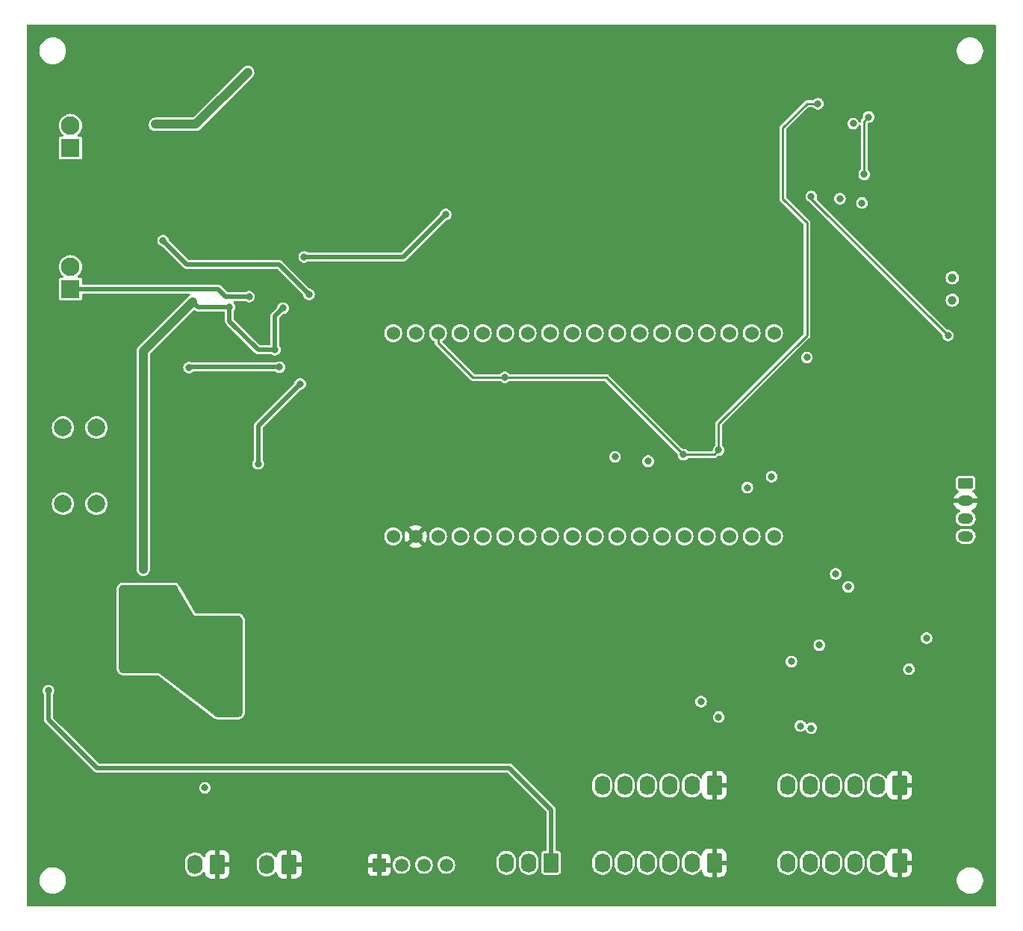
<source format=gbr>
G04 #@! TF.GenerationSoftware,KiCad,Pcbnew,7.0.2-6a45011f42~172~ubuntu22.04.1*
G04 #@! TF.CreationDate,2023-04-26T17:53:44-03:00*
G04 #@! TF.ProjectId,envcity_aqm_v2,656e7663-6974-4795-9f61-716d5f76322e,rev?*
G04 #@! TF.SameCoordinates,Original*
G04 #@! TF.FileFunction,Copper,L3,Inr*
G04 #@! TF.FilePolarity,Positive*
%FSLAX46Y46*%
G04 Gerber Fmt 4.6, Leading zero omitted, Abs format (unit mm)*
G04 Created by KiCad (PCBNEW 7.0.2-6a45011f42~172~ubuntu22.04.1) date 2023-04-26 17:53:44*
%MOMM*%
%LPD*%
G01*
G04 APERTURE LIST*
G04 Aperture macros list*
%AMRoundRect*
0 Rectangle with rounded corners*
0 $1 Rounding radius*
0 $2 $3 $4 $5 $6 $7 $8 $9 X,Y pos of 4 corners*
0 Add a 4 corners polygon primitive as box body*
4,1,4,$2,$3,$4,$5,$6,$7,$8,$9,$2,$3,0*
0 Add four circle primitives for the rounded corners*
1,1,$1+$1,$2,$3*
1,1,$1+$1,$4,$5*
1,1,$1+$1,$6,$7*
1,1,$1+$1,$8,$9*
0 Add four rect primitives between the rounded corners*
20,1,$1+$1,$2,$3,$4,$5,0*
20,1,$1+$1,$4,$5,$6,$7,0*
20,1,$1+$1,$6,$7,$8,$9,0*
20,1,$1+$1,$8,$9,$2,$3,0*%
G04 Aperture macros list end*
G04 #@! TA.AperFunction,ComponentPad*
%ADD10C,1.500000*%
G04 #@! TD*
G04 #@! TA.AperFunction,ComponentPad*
%ADD11R,1.500000X1.500000*%
G04 #@! TD*
G04 #@! TA.AperFunction,ComponentPad*
%ADD12C,2.010000*%
G04 #@! TD*
G04 #@! TA.AperFunction,ComponentPad*
%ADD13C,2.100000*%
G04 #@! TD*
G04 #@! TA.AperFunction,ComponentPad*
%ADD14R,2.100000X2.100000*%
G04 #@! TD*
G04 #@! TA.AperFunction,ComponentPad*
%ADD15RoundRect,0.250000X0.620000X0.850000X-0.620000X0.850000X-0.620000X-0.850000X0.620000X-0.850000X0*%
G04 #@! TD*
G04 #@! TA.AperFunction,ComponentPad*
%ADD16O,1.740000X2.200000*%
G04 #@! TD*
G04 #@! TA.AperFunction,ComponentPad*
%ADD17RoundRect,0.250000X-0.625000X0.350000X-0.625000X-0.350000X0.625000X-0.350000X0.625000X0.350000X0*%
G04 #@! TD*
G04 #@! TA.AperFunction,ComponentPad*
%ADD18O,1.750000X1.200000*%
G04 #@! TD*
G04 #@! TA.AperFunction,ComponentPad*
%ADD19C,1.524000*%
G04 #@! TD*
G04 #@! TA.AperFunction,ComponentPad*
%ADD20C,1.000000*%
G04 #@! TD*
G04 #@! TA.AperFunction,ViaPad*
%ADD21C,0.800000*%
G04 #@! TD*
G04 #@! TA.AperFunction,Conductor*
%ADD22C,0.250000*%
G04 #@! TD*
G04 #@! TA.AperFunction,Conductor*
%ADD23C,1.000000*%
G04 #@! TD*
G04 #@! TA.AperFunction,Conductor*
%ADD24C,0.500000*%
G04 #@! TD*
G04 APERTURE END LIST*
D10*
X159120000Y-155250000D03*
X156580000Y-155250000D03*
X154040000Y-155250000D03*
D11*
X151500000Y-155250000D03*
D12*
X115650000Y-105680000D03*
X115650000Y-114320000D03*
X119450000Y-105680000D03*
X119450000Y-114320000D03*
D13*
X116500000Y-71460000D03*
D14*
X116500000Y-74000000D03*
X116500000Y-90000000D03*
D13*
X116500000Y-87460000D03*
D15*
X210500000Y-146250000D03*
D16*
X207960000Y-146250000D03*
X205420000Y-146250000D03*
X202880000Y-146250000D03*
X200340000Y-146250000D03*
X197800000Y-146250000D03*
X176800000Y-146250000D03*
X179340000Y-146250000D03*
X181880000Y-146250000D03*
X184420000Y-146250000D03*
X186960000Y-146250000D03*
D15*
X189500000Y-146250000D03*
D16*
X197800000Y-155000000D03*
X200340000Y-155000000D03*
X202880000Y-155000000D03*
X205420000Y-155000000D03*
X207960000Y-155000000D03*
D15*
X210500000Y-155000000D03*
X189500000Y-155000000D03*
D16*
X186960000Y-155000000D03*
X184420000Y-155000000D03*
X181880000Y-155000000D03*
X179340000Y-155000000D03*
X176800000Y-155000000D03*
D15*
X171000000Y-155000000D03*
D16*
X168460000Y-155000000D03*
X165920000Y-155000000D03*
D17*
X218000000Y-112000000D03*
D18*
X218000000Y-114000000D03*
X218000000Y-116000000D03*
X218000000Y-118000000D03*
D16*
X130610000Y-155200000D03*
D15*
X133150000Y-155200000D03*
X141300000Y-155200000D03*
D16*
X138760000Y-155200000D03*
D19*
X153100000Y-94985000D03*
X155640000Y-94985000D03*
X158180000Y-94985000D03*
X160720000Y-94985000D03*
X163260000Y-94985000D03*
X165800000Y-94985000D03*
X168340000Y-94985000D03*
X170880000Y-94985000D03*
X173420000Y-94985000D03*
X175960000Y-94985000D03*
X178500000Y-94985000D03*
X181040000Y-94985000D03*
X183580000Y-94985000D03*
X186120000Y-94985000D03*
X188660000Y-94985000D03*
X191200000Y-94985000D03*
X193740000Y-94985000D03*
X196280000Y-94985000D03*
X196280000Y-118015000D03*
X193740000Y-118015000D03*
X191200000Y-118015000D03*
X188660000Y-118015000D03*
X186120000Y-118015000D03*
X183580000Y-118015000D03*
X181040000Y-118015000D03*
X178500000Y-118015000D03*
X175960000Y-118015000D03*
X173420000Y-118015000D03*
X170880000Y-118015000D03*
X168340000Y-118015000D03*
X165800000Y-118015000D03*
X163260000Y-118015000D03*
X160720000Y-118015000D03*
X158180000Y-118015000D03*
X155640000Y-118015000D03*
X153100000Y-118015000D03*
D20*
X216500000Y-88710000D03*
X216500000Y-91250000D03*
D21*
X216000000Y-95250000D03*
X200500000Y-79500000D03*
X188000000Y-136750008D03*
X198100000Y-122350000D03*
X219000000Y-105500000D03*
X122100000Y-92350000D03*
X142149990Y-122650000D03*
X141498952Y-118398952D03*
X135999999Y-92150000D03*
X195000000Y-127250000D03*
X192250000Y-128500000D03*
X165750000Y-100000000D03*
X186000000Y-108750000D03*
X190000000Y-108250000D03*
X201250000Y-69000000D03*
X207000000Y-70500000D03*
X206500000Y-77000000D03*
X126140000Y-71330000D03*
X136590000Y-65440000D03*
X159050000Y-81550000D03*
X143000000Y-86350000D03*
X114000000Y-135500000D03*
X130340000Y-91430000D03*
X139690000Y-96860000D03*
X134540000Y-92020000D03*
X140600000Y-92150000D03*
X124750000Y-121750000D03*
X127170000Y-132960000D03*
X130610000Y-127940000D03*
X132500000Y-128910000D03*
X124230000Y-131040000D03*
X123500000Y-130240000D03*
X127250000Y-125750000D03*
X131250000Y-135000000D03*
X136750000Y-90850000D03*
X198250000Y-132200000D03*
X200500000Y-139750000D03*
X199250000Y-139500000D03*
X193250000Y-112500002D03*
X205250000Y-71250000D03*
X200000000Y-97750000D03*
X182000000Y-109500000D03*
X203750000Y-79750000D03*
X206250000Y-80250000D03*
X196000000Y-111250000D03*
X142550000Y-100750000D03*
X140200000Y-98850000D03*
X143550000Y-90600000D03*
X137800000Y-109799978D03*
X127000000Y-84500000D03*
X129950000Y-98900000D03*
X131750000Y-146500004D03*
X190000000Y-138500000D03*
X178250000Y-109000000D03*
X213575000Y-129550000D03*
X203275000Y-122275000D03*
X211575000Y-133075000D03*
X204700000Y-123725000D03*
X201400000Y-130350000D03*
D22*
X216000000Y-95250000D02*
X215600001Y-94850001D01*
X215600001Y-94850001D02*
X200500000Y-79750000D01*
X200500000Y-79750000D02*
X200500000Y-79500000D01*
X158180000Y-96062630D02*
X162117370Y-100000000D01*
X158180000Y-94985000D02*
X158180000Y-96062630D01*
X162117370Y-100000000D02*
X165750000Y-100000000D01*
X165750000Y-100000000D02*
X177250000Y-100000000D01*
X177250000Y-100000000D02*
X186000000Y-108750000D01*
X189500000Y-108750000D02*
X190000000Y-108250000D01*
X186000000Y-108750000D02*
X189500000Y-108750000D01*
X200000000Y-69000000D02*
X201250000Y-69000000D01*
X197250000Y-71750000D02*
X200000000Y-69000000D01*
X197250000Y-79750000D02*
X197250000Y-71750000D01*
X190000000Y-105250000D02*
X200000000Y-95250000D01*
X190000000Y-108250000D02*
X190000000Y-105250000D01*
X200000000Y-95250000D02*
X200000000Y-82500000D01*
X200000000Y-82500000D02*
X197250000Y-79750000D01*
X206500000Y-71000000D02*
X206500000Y-77000000D01*
X207000000Y-70500000D02*
X206500000Y-71000000D01*
D23*
X130700000Y-71330000D02*
X126140000Y-71330000D01*
X136590000Y-65440000D02*
X130700000Y-71330000D01*
D24*
X159050000Y-81550000D02*
X154250000Y-86350000D01*
X154250000Y-86350000D02*
X143000000Y-86350000D01*
X171000000Y-149000000D02*
X171000000Y-155000000D01*
X166250000Y-144250000D02*
X171000000Y-149000000D01*
X119500000Y-144250000D02*
X166250000Y-144250000D01*
X114000000Y-135500000D02*
X114000000Y-138750000D01*
X114000000Y-138750000D02*
X119500000Y-144250000D01*
X134540000Y-93630000D02*
X134540000Y-92020000D01*
X139690000Y-96860000D02*
X137770000Y-96860000D01*
X137770000Y-96860000D02*
X134540000Y-93630000D01*
X130930000Y-92020000D02*
X130340000Y-91430000D01*
X134540000Y-92020000D02*
X130930000Y-92020000D01*
X139690000Y-96860000D02*
X139690000Y-93060000D01*
X139690000Y-93060000D02*
X140600000Y-92150000D01*
D23*
X124750000Y-97020000D02*
X124750000Y-121750000D01*
X130340000Y-91430000D02*
X124750000Y-97020000D01*
D24*
X116500000Y-90000000D02*
X133250000Y-90000000D01*
X133250000Y-90000000D02*
X134100000Y-90850000D01*
X134100000Y-90850000D02*
X136750000Y-90850000D01*
X140200000Y-98850000D02*
X130000000Y-98850000D01*
X130000000Y-98850000D02*
X129950000Y-98900000D01*
X137800000Y-105500000D02*
X142550000Y-100750000D01*
X137800000Y-109799978D02*
X137800000Y-105500000D01*
X143550000Y-90600000D02*
X140150000Y-87200000D01*
X129700000Y-87200000D02*
X127000000Y-84500000D01*
X140150000Y-87200000D02*
X129700000Y-87200000D01*
G04 #@! TA.AperFunction,Conductor*
G36*
X221416621Y-60045502D02*
G01*
X221463114Y-60099158D01*
X221474500Y-60151500D01*
X221474500Y-159848500D01*
X221454498Y-159916621D01*
X221400842Y-159963114D01*
X221348500Y-159974500D01*
X111651500Y-159974500D01*
X111583379Y-159954498D01*
X111536886Y-159900842D01*
X111525500Y-159848500D01*
X111525500Y-157124335D01*
X112999500Y-157124335D01*
X113040429Y-157369614D01*
X113040430Y-157369616D01*
X113121170Y-157604806D01*
X113239527Y-157823510D01*
X113392262Y-158019744D01*
X113575217Y-158188166D01*
X113783389Y-158324171D01*
X113783391Y-158324172D01*
X113783393Y-158324173D01*
X114011119Y-158424063D01*
X114252179Y-158485108D01*
X114437933Y-158500500D01*
X114440547Y-158500500D01*
X114559453Y-158500500D01*
X114562067Y-158500500D01*
X114747821Y-158485108D01*
X114988881Y-158424063D01*
X115216607Y-158324173D01*
X115424785Y-158188164D01*
X115607738Y-158019744D01*
X115760474Y-157823509D01*
X115878828Y-157604810D01*
X115959571Y-157369614D01*
X116000500Y-157124335D01*
X216999500Y-157124335D01*
X217040429Y-157369614D01*
X217040430Y-157369616D01*
X217121170Y-157604806D01*
X217239527Y-157823510D01*
X217392262Y-158019744D01*
X217575217Y-158188166D01*
X217783389Y-158324171D01*
X217783391Y-158324172D01*
X217783393Y-158324173D01*
X218011119Y-158424063D01*
X218252179Y-158485108D01*
X218437933Y-158500500D01*
X218440547Y-158500500D01*
X218559453Y-158500500D01*
X218562067Y-158500500D01*
X218747821Y-158485108D01*
X218988881Y-158424063D01*
X219216607Y-158324173D01*
X219424785Y-158188164D01*
X219607738Y-158019744D01*
X219760474Y-157823509D01*
X219878828Y-157604810D01*
X219959571Y-157369614D01*
X220000500Y-157124335D01*
X220000500Y-156875665D01*
X219959571Y-156630386D01*
X219878828Y-156395190D01*
X219760474Y-156176491D01*
X219607738Y-155980256D01*
X219517626Y-155897302D01*
X219424782Y-155811833D01*
X219216610Y-155675828D01*
X219008530Y-155584556D01*
X218988881Y-155575937D01*
X218988879Y-155575936D01*
X218988876Y-155575935D01*
X218747826Y-155514893D01*
X218747824Y-155514892D01*
X218747821Y-155514892D01*
X218616374Y-155504000D01*
X218564665Y-155499715D01*
X218564658Y-155499714D01*
X218562067Y-155499500D01*
X218437933Y-155499500D01*
X218435342Y-155499714D01*
X218435334Y-155499715D01*
X218359028Y-155506038D01*
X218252179Y-155514892D01*
X218252176Y-155514892D01*
X218252173Y-155514893D01*
X218011123Y-155575935D01*
X217783389Y-155675828D01*
X217575217Y-155811833D01*
X217392262Y-155980255D01*
X217239527Y-156176489D01*
X217121170Y-156395193D01*
X217048226Y-156607674D01*
X217040429Y-156630386D01*
X216999500Y-156875665D01*
X216999500Y-157124335D01*
X116000500Y-157124335D01*
X116000500Y-156875665D01*
X115959571Y-156630386D01*
X115878828Y-156395190D01*
X115760474Y-156176491D01*
X115607738Y-155980256D01*
X115517626Y-155897302D01*
X115424782Y-155811833D01*
X115216610Y-155675828D01*
X115008530Y-155584556D01*
X114988881Y-155575937D01*
X114988879Y-155575936D01*
X114988876Y-155575935D01*
X114747826Y-155514893D01*
X114747824Y-155514892D01*
X114747821Y-155514892D01*
X114616374Y-155504000D01*
X114564665Y-155499715D01*
X114564658Y-155499714D01*
X114562067Y-155499500D01*
X114437933Y-155499500D01*
X114435342Y-155499714D01*
X114435334Y-155499715D01*
X114359028Y-155506038D01*
X114252179Y-155514892D01*
X114252176Y-155514892D01*
X114252173Y-155514893D01*
X114011123Y-155575935D01*
X113783389Y-155675828D01*
X113575217Y-155811833D01*
X113392262Y-155980255D01*
X113239527Y-156176489D01*
X113121170Y-156395193D01*
X113048226Y-156607674D01*
X113040429Y-156630386D01*
X112999500Y-156875665D01*
X112999500Y-157124335D01*
X111525500Y-157124335D01*
X111525500Y-155483566D01*
X129485500Y-155483566D01*
X129485784Y-155486544D01*
X129485785Y-155486557D01*
X129500798Y-155643779D01*
X129561301Y-155849836D01*
X129645439Y-156013040D01*
X129659707Y-156040716D01*
X129792459Y-156209524D01*
X129954759Y-156350157D01*
X130140741Y-156457534D01*
X130343683Y-156527773D01*
X130440261Y-156541659D01*
X130556249Y-156558336D01*
X130556250Y-156558335D01*
X130556251Y-156558336D01*
X130770761Y-156548117D01*
X130979461Y-156497487D01*
X131174807Y-156408275D01*
X131349741Y-156283706D01*
X131497937Y-156128282D01*
X131542120Y-156059531D01*
X131595775Y-156013040D01*
X131666049Y-156002937D01*
X131730630Y-156032430D01*
X131769013Y-156092156D01*
X131773465Y-156114848D01*
X131782606Y-156204327D01*
X131838340Y-156372522D01*
X131931367Y-156523342D01*
X132056657Y-156648632D01*
X132207477Y-156741659D01*
X132375672Y-156797393D01*
X132476307Y-156807674D01*
X132482697Y-156808000D01*
X132896000Y-156808000D01*
X132896000Y-155744224D01*
X132993369Y-155784556D01*
X133110677Y-155800000D01*
X133189323Y-155800000D01*
X133306631Y-155784556D01*
X133404000Y-155744224D01*
X133404000Y-156808000D01*
X133817303Y-156808000D01*
X133823692Y-156807674D01*
X133924327Y-156797393D01*
X134092522Y-156741659D01*
X134243342Y-156648632D01*
X134368632Y-156523342D01*
X134461659Y-156372522D01*
X134517393Y-156204327D01*
X134527674Y-156103692D01*
X134528000Y-156097302D01*
X134528000Y-155483566D01*
X137635500Y-155483566D01*
X137635784Y-155486544D01*
X137635785Y-155486557D01*
X137650798Y-155643779D01*
X137711301Y-155849836D01*
X137795439Y-156013040D01*
X137809707Y-156040716D01*
X137942459Y-156209524D01*
X138104759Y-156350157D01*
X138290741Y-156457534D01*
X138493683Y-156527773D01*
X138590261Y-156541659D01*
X138706249Y-156558336D01*
X138706250Y-156558335D01*
X138706251Y-156558336D01*
X138920761Y-156548117D01*
X139129461Y-156497487D01*
X139324807Y-156408275D01*
X139499741Y-156283706D01*
X139647937Y-156128282D01*
X139692120Y-156059531D01*
X139745775Y-156013040D01*
X139816049Y-156002937D01*
X139880630Y-156032430D01*
X139919013Y-156092156D01*
X139923465Y-156114848D01*
X139932606Y-156204327D01*
X139988340Y-156372522D01*
X140081367Y-156523342D01*
X140206657Y-156648632D01*
X140357477Y-156741659D01*
X140525672Y-156797393D01*
X140626307Y-156807674D01*
X140632697Y-156808000D01*
X141046000Y-156808000D01*
X141046000Y-155744224D01*
X141143369Y-155784556D01*
X141260677Y-155800000D01*
X141339323Y-155800000D01*
X141456631Y-155784556D01*
X141554000Y-155744224D01*
X141554000Y-156808000D01*
X141967303Y-156808000D01*
X141973692Y-156807674D01*
X142074327Y-156797393D01*
X142242522Y-156741659D01*
X142393342Y-156648632D01*
X142518632Y-156523342D01*
X142611659Y-156372522D01*
X142667393Y-156204327D01*
X142677674Y-156103692D01*
X142678000Y-156097302D01*
X142678000Y-156045222D01*
X150242000Y-156045222D01*
X150242359Y-156051936D01*
X150248505Y-156109093D01*
X150299554Y-156245962D01*
X150387095Y-156362904D01*
X150504037Y-156450445D01*
X150640906Y-156501494D01*
X150698063Y-156507640D01*
X150704777Y-156508000D01*
X151246000Y-156508000D01*
X151246000Y-155561686D01*
X151261955Y-155577641D01*
X151374852Y-155635165D01*
X151468519Y-155650000D01*
X151531481Y-155650000D01*
X151625148Y-155635165D01*
X151738045Y-155577641D01*
X151754000Y-155561686D01*
X151754000Y-156508000D01*
X152295223Y-156508000D01*
X152301936Y-156507640D01*
X152359093Y-156501494D01*
X152495962Y-156450445D01*
X152612904Y-156362904D01*
X152700445Y-156245962D01*
X152751494Y-156109093D01*
X152757640Y-156051936D01*
X152758000Y-156045222D01*
X152758000Y-155504000D01*
X151811686Y-155504000D01*
X151827641Y-155488045D01*
X151885165Y-155375148D01*
X151904986Y-155250000D01*
X153030639Y-155250000D01*
X153050034Y-155446911D01*
X153050034Y-155446913D01*
X153050035Y-155446916D01*
X153107473Y-155636265D01*
X153107474Y-155636267D01*
X153200749Y-155810773D01*
X153326274Y-155963725D01*
X153479226Y-156089250D01*
X153479230Y-156089252D01*
X153653735Y-156182527D01*
X153843084Y-156239965D01*
X154040000Y-156259360D01*
X154236916Y-156239965D01*
X154426265Y-156182527D01*
X154600770Y-156089252D01*
X154600771Y-156089250D01*
X154600773Y-156089250D01*
X154753725Y-155963725D01*
X154879250Y-155810773D01*
X154879252Y-155810770D01*
X154972527Y-155636265D01*
X155029965Y-155446916D01*
X155049360Y-155250000D01*
X155570639Y-155250000D01*
X155590034Y-155446911D01*
X155590034Y-155446913D01*
X155590035Y-155446916D01*
X155647473Y-155636265D01*
X155647474Y-155636267D01*
X155740749Y-155810773D01*
X155866274Y-155963725D01*
X156019226Y-156089250D01*
X156019230Y-156089252D01*
X156193735Y-156182527D01*
X156383084Y-156239965D01*
X156580000Y-156259360D01*
X156776916Y-156239965D01*
X156966265Y-156182527D01*
X157140770Y-156089252D01*
X157140771Y-156089250D01*
X157140773Y-156089250D01*
X157293725Y-155963725D01*
X157419250Y-155810773D01*
X157419252Y-155810770D01*
X157512527Y-155636265D01*
X157569965Y-155446916D01*
X157589360Y-155250000D01*
X158110639Y-155250000D01*
X158130034Y-155446911D01*
X158130034Y-155446913D01*
X158130035Y-155446916D01*
X158187473Y-155636265D01*
X158187474Y-155636267D01*
X158280749Y-155810773D01*
X158406274Y-155963725D01*
X158559226Y-156089250D01*
X158559230Y-156089252D01*
X158733735Y-156182527D01*
X158923084Y-156239965D01*
X159120000Y-156259360D01*
X159316916Y-156239965D01*
X159506265Y-156182527D01*
X159680770Y-156089252D01*
X159680771Y-156089250D01*
X159680773Y-156089250D01*
X159833725Y-155963725D01*
X159959250Y-155810773D01*
X159959252Y-155810770D01*
X160052527Y-155636265D01*
X160109965Y-155446916D01*
X160126054Y-155283566D01*
X164795500Y-155283566D01*
X164795784Y-155286544D01*
X164795785Y-155286557D01*
X164810798Y-155443779D01*
X164871301Y-155649836D01*
X164950231Y-155802937D01*
X164969707Y-155840716D01*
X165102459Y-156009524D01*
X165264759Y-156150157D01*
X165450741Y-156257534D01*
X165653683Y-156327773D01*
X165759966Y-156343054D01*
X165866249Y-156358336D01*
X165866250Y-156358335D01*
X165866251Y-156358336D01*
X166080761Y-156348117D01*
X166289461Y-156297487D01*
X166484807Y-156208275D01*
X166659741Y-156083706D01*
X166807937Y-155928282D01*
X166924042Y-155747620D01*
X166933459Y-155724099D01*
X167003857Y-155548251D01*
X167003856Y-155548251D01*
X167003858Y-155548249D01*
X167044500Y-155337377D01*
X167044500Y-154716434D01*
X167039361Y-154662622D01*
X167335499Y-154662622D01*
X167335500Y-154996000D01*
X167335500Y-155283566D01*
X167335784Y-155286544D01*
X167335785Y-155286557D01*
X167350798Y-155443779D01*
X167411301Y-155649836D01*
X167490231Y-155802937D01*
X167509707Y-155840716D01*
X167642459Y-156009524D01*
X167804759Y-156150157D01*
X167990741Y-156257534D01*
X168193683Y-156327773D01*
X168299967Y-156343054D01*
X168406249Y-156358336D01*
X168406250Y-156358335D01*
X168406251Y-156358336D01*
X168620761Y-156348117D01*
X168829461Y-156297487D01*
X169024807Y-156208275D01*
X169199741Y-156083706D01*
X169347937Y-155928282D01*
X169464042Y-155747620D01*
X169473459Y-155724099D01*
X169543857Y-155548251D01*
X169543856Y-155548251D01*
X169543858Y-155548249D01*
X169584500Y-155337377D01*
X169584500Y-154716434D01*
X169569201Y-154556219D01*
X169549033Y-154487534D01*
X169508698Y-154350163D01*
X169426117Y-154189979D01*
X169410293Y-154159284D01*
X169277541Y-153990476D01*
X169176024Y-153902511D01*
X169115240Y-153849842D01*
X168929259Y-153742466D01*
X168814241Y-153702658D01*
X168726317Y-153672227D01*
X168726316Y-153672226D01*
X168726314Y-153672226D01*
X168513750Y-153641663D01*
X168299239Y-153651882D01*
X168090543Y-153702511D01*
X167895191Y-153791725D01*
X167720259Y-153916293D01*
X167572062Y-154071719D01*
X167455955Y-154252383D01*
X167376142Y-154451748D01*
X167335499Y-154662622D01*
X167039361Y-154662622D01*
X167029201Y-154556219D01*
X167009033Y-154487534D01*
X166968698Y-154350163D01*
X166886117Y-154189979D01*
X166870293Y-154159284D01*
X166737541Y-153990476D01*
X166636024Y-153902511D01*
X166575240Y-153849842D01*
X166389259Y-153742466D01*
X166274241Y-153702658D01*
X166186317Y-153672227D01*
X166186316Y-153672226D01*
X166186314Y-153672226D01*
X165973750Y-153641663D01*
X165759239Y-153651882D01*
X165550543Y-153702511D01*
X165355191Y-153791725D01*
X165180259Y-153916293D01*
X165032062Y-154071719D01*
X164915955Y-154252383D01*
X164836142Y-154451748D01*
X164804593Y-154615444D01*
X164795500Y-154662623D01*
X164795500Y-155283566D01*
X160126054Y-155283566D01*
X160129360Y-155250000D01*
X160109965Y-155053084D01*
X160052527Y-154863735D01*
X159959252Y-154689230D01*
X159959250Y-154689226D01*
X159833725Y-154536274D01*
X159680773Y-154410749D01*
X159506267Y-154317474D01*
X159506266Y-154317473D01*
X159506265Y-154317473D01*
X159316916Y-154260035D01*
X159316913Y-154260034D01*
X159316911Y-154260034D01*
X159120000Y-154240639D01*
X158923088Y-154260034D01*
X158923085Y-154260034D01*
X158923084Y-154260035D01*
X158733735Y-154317473D01*
X158733732Y-154317474D01*
X158559226Y-154410749D01*
X158406274Y-154536274D01*
X158280749Y-154689226D01*
X158187474Y-154863732D01*
X158130034Y-155053088D01*
X158110639Y-155250000D01*
X157589360Y-155250000D01*
X157569965Y-155053084D01*
X157512527Y-154863735D01*
X157419252Y-154689230D01*
X157419250Y-154689226D01*
X157293725Y-154536274D01*
X157140773Y-154410749D01*
X156966267Y-154317474D01*
X156966266Y-154317473D01*
X156966265Y-154317473D01*
X156776916Y-154260035D01*
X156776913Y-154260034D01*
X156776911Y-154260034D01*
X156580000Y-154240639D01*
X156383088Y-154260034D01*
X156383085Y-154260034D01*
X156383084Y-154260035D01*
X156193735Y-154317473D01*
X156193732Y-154317474D01*
X156019226Y-154410749D01*
X155866274Y-154536274D01*
X155740749Y-154689226D01*
X155647474Y-154863732D01*
X155590034Y-155053088D01*
X155570639Y-155250000D01*
X155049360Y-155250000D01*
X155029965Y-155053084D01*
X154972527Y-154863735D01*
X154879252Y-154689230D01*
X154879250Y-154689226D01*
X154753725Y-154536274D01*
X154600773Y-154410749D01*
X154426267Y-154317474D01*
X154426266Y-154317473D01*
X154426265Y-154317473D01*
X154236916Y-154260035D01*
X154236913Y-154260034D01*
X154236911Y-154260034D01*
X154040000Y-154240639D01*
X153843088Y-154260034D01*
X153843085Y-154260034D01*
X153843084Y-154260035D01*
X153653735Y-154317473D01*
X153653732Y-154317474D01*
X153479226Y-154410749D01*
X153326274Y-154536274D01*
X153200749Y-154689226D01*
X153107474Y-154863732D01*
X153050034Y-155053088D01*
X153030639Y-155250000D01*
X151904986Y-155250000D01*
X151885165Y-155124852D01*
X151827641Y-155011955D01*
X151811686Y-154996000D01*
X152758000Y-154996000D01*
X152758000Y-154454777D01*
X152757640Y-154448063D01*
X152751494Y-154390906D01*
X152700445Y-154254037D01*
X152612904Y-154137095D01*
X152495962Y-154049554D01*
X152359093Y-153998505D01*
X152301936Y-153992359D01*
X152295223Y-153992000D01*
X151754000Y-153992000D01*
X151754000Y-154938314D01*
X151738045Y-154922359D01*
X151625148Y-154864835D01*
X151531481Y-154850000D01*
X151468519Y-154850000D01*
X151374852Y-154864835D01*
X151261955Y-154922359D01*
X151246000Y-154938314D01*
X151246000Y-153992000D01*
X150704777Y-153992000D01*
X150698063Y-153992359D01*
X150640906Y-153998505D01*
X150504037Y-154049554D01*
X150387095Y-154137095D01*
X150299554Y-154254037D01*
X150248505Y-154390906D01*
X150242359Y-154448063D01*
X150242000Y-154454777D01*
X150242000Y-154996000D01*
X151188314Y-154996000D01*
X151172359Y-155011955D01*
X151114835Y-155124852D01*
X151095014Y-155250000D01*
X151114835Y-155375148D01*
X151172359Y-155488045D01*
X151188314Y-155504000D01*
X150242000Y-155504000D01*
X150242000Y-156045222D01*
X142678000Y-156045222D01*
X142678000Y-155454000D01*
X141844225Y-155454000D01*
X141884556Y-155356631D01*
X141905177Y-155200000D01*
X141884556Y-155043369D01*
X141844225Y-154946000D01*
X142678000Y-154946000D01*
X142678000Y-154302697D01*
X142677674Y-154296307D01*
X142667393Y-154195672D01*
X142611659Y-154027477D01*
X142518632Y-153876657D01*
X142393342Y-153751367D01*
X142242522Y-153658340D01*
X142074327Y-153602606D01*
X141973692Y-153592325D01*
X141967303Y-153592000D01*
X141554000Y-153592000D01*
X141554000Y-154655775D01*
X141456631Y-154615444D01*
X141339323Y-154600000D01*
X141260677Y-154600000D01*
X141143369Y-154615444D01*
X141046000Y-154655775D01*
X141046000Y-153592000D01*
X140632697Y-153592000D01*
X140626307Y-153592325D01*
X140525672Y-153602606D01*
X140357477Y-153658340D01*
X140206657Y-153751367D01*
X140081367Y-153876657D01*
X139988340Y-154027477D01*
X139932605Y-154195676D01*
X139923935Y-154280537D01*
X139897113Y-154346272D01*
X139839009Y-154387070D01*
X139768072Y-154389979D01*
X139706824Y-154354074D01*
X139699555Y-154345630D01*
X139577541Y-154190476D01*
X139576968Y-154189979D01*
X139415240Y-154049842D01*
X139229259Y-153942466D01*
X139123120Y-153905731D01*
X139026317Y-153872227D01*
X139026316Y-153872226D01*
X139026314Y-153872226D01*
X138813750Y-153841663D01*
X138599239Y-153851882D01*
X138390543Y-153902511D01*
X138195191Y-153991725D01*
X138020259Y-154116293D01*
X137872062Y-154271719D01*
X137755955Y-154452383D01*
X137676142Y-154651748D01*
X137639211Y-154843369D01*
X137635500Y-154862623D01*
X137635500Y-155483566D01*
X134528000Y-155483566D01*
X134528000Y-155454000D01*
X133694225Y-155454000D01*
X133734556Y-155356631D01*
X133755177Y-155200000D01*
X133734556Y-155043369D01*
X133694225Y-154946000D01*
X134528000Y-154946000D01*
X134528000Y-154302697D01*
X134527674Y-154296307D01*
X134517393Y-154195672D01*
X134461659Y-154027477D01*
X134368632Y-153876657D01*
X134243342Y-153751367D01*
X134092522Y-153658340D01*
X133924327Y-153602606D01*
X133823692Y-153592325D01*
X133817303Y-153592000D01*
X133404000Y-153592000D01*
X133404000Y-154655775D01*
X133306631Y-154615444D01*
X133189323Y-154600000D01*
X133110677Y-154600000D01*
X132993369Y-154615444D01*
X132896000Y-154655775D01*
X132896000Y-153592000D01*
X132482697Y-153592000D01*
X132476307Y-153592325D01*
X132375672Y-153602606D01*
X132207477Y-153658340D01*
X132056657Y-153751367D01*
X131931367Y-153876657D01*
X131838340Y-154027477D01*
X131782605Y-154195676D01*
X131773935Y-154280537D01*
X131747113Y-154346272D01*
X131689009Y-154387070D01*
X131618072Y-154389979D01*
X131556824Y-154354074D01*
X131549555Y-154345630D01*
X131427541Y-154190476D01*
X131426968Y-154189979D01*
X131265240Y-154049842D01*
X131079259Y-153942466D01*
X130973120Y-153905731D01*
X130876317Y-153872227D01*
X130876316Y-153872226D01*
X130876314Y-153872226D01*
X130663750Y-153841663D01*
X130449239Y-153851882D01*
X130240543Y-153902511D01*
X130045191Y-153991725D01*
X129870259Y-154116293D01*
X129722062Y-154271719D01*
X129605955Y-154452383D01*
X129526142Y-154651748D01*
X129489211Y-154843369D01*
X129485500Y-154862623D01*
X129485500Y-155483566D01*
X111525500Y-155483566D01*
X111525500Y-146500004D01*
X131090693Y-146500004D01*
X131109850Y-146657784D01*
X131166212Y-146806398D01*
X131196309Y-146850000D01*
X131256502Y-146937205D01*
X131375471Y-147042603D01*
X131516207Y-147116467D01*
X131670529Y-147154504D01*
X131670531Y-147154504D01*
X131829469Y-147154504D01*
X131829471Y-147154504D01*
X131983793Y-147116467D01*
X132124529Y-147042603D01*
X132243498Y-146937205D01*
X132333787Y-146806399D01*
X132390149Y-146657786D01*
X132409307Y-146500004D01*
X132390149Y-146342222D01*
X132333787Y-146193609D01*
X132243498Y-146062803D01*
X132124529Y-145957405D01*
X131983793Y-145883541D01*
X131829471Y-145845504D01*
X131670529Y-145845504D01*
X131516207Y-145883541D01*
X131516206Y-145883541D01*
X131516204Y-145883542D01*
X131375472Y-145957404D01*
X131256501Y-146062803D01*
X131166212Y-146193609D01*
X131109850Y-146342223D01*
X131090693Y-146500004D01*
X111525500Y-146500004D01*
X111525500Y-135500000D01*
X113340693Y-135500000D01*
X113359850Y-135657780D01*
X113416211Y-135806393D01*
X113473196Y-135888948D01*
X113495432Y-135956373D01*
X113495500Y-135960525D01*
X113495500Y-138682215D01*
X113492621Y-138708995D01*
X113491611Y-138713640D01*
X113492586Y-138727273D01*
X113495179Y-138763528D01*
X113495500Y-138772516D01*
X113495500Y-138786086D01*
X113497429Y-138799508D01*
X113498390Y-138808441D01*
X113501960Y-138858342D01*
X113503621Y-138862795D01*
X113510282Y-138888895D01*
X113510957Y-138893595D01*
X113531736Y-138939095D01*
X113535170Y-138947385D01*
X113546769Y-138978482D01*
X113552657Y-138994268D01*
X113555503Y-138998069D01*
X113569244Y-139021227D01*
X113571220Y-139025555D01*
X113571223Y-139025558D01*
X113603976Y-139063357D01*
X113609608Y-139070346D01*
X113617749Y-139081220D01*
X113627335Y-139090806D01*
X113633464Y-139097388D01*
X113666225Y-139135196D01*
X113670223Y-139137765D01*
X113691197Y-139154668D01*
X119095332Y-144558803D01*
X119112230Y-144579770D01*
X119114804Y-144583775D01*
X119152619Y-144616542D01*
X119159173Y-144622644D01*
X119168779Y-144632250D01*
X119179645Y-144640384D01*
X119186628Y-144646011D01*
X119224442Y-144678777D01*
X119228758Y-144680748D01*
X119251924Y-144694492D01*
X119255733Y-144697343D01*
X119302605Y-144714825D01*
X119310892Y-144718257D01*
X119356404Y-144739042D01*
X119361099Y-144739716D01*
X119387213Y-144746382D01*
X119391658Y-144748040D01*
X119441560Y-144751608D01*
X119450494Y-144752569D01*
X119456921Y-144753493D01*
X119463916Y-144754500D01*
X119463917Y-144754500D01*
X119477473Y-144754500D01*
X119486461Y-144754821D01*
X119489458Y-144755035D01*
X119536360Y-144758390D01*
X119541003Y-144757379D01*
X119567786Y-144754500D01*
X165988839Y-144754500D01*
X166056960Y-144774502D01*
X166077934Y-144791405D01*
X170458595Y-149172066D01*
X170492621Y-149234378D01*
X170495500Y-149261161D01*
X170495500Y-153519500D01*
X170475498Y-153587621D01*
X170421842Y-153634114D01*
X170369503Y-153645500D01*
X170335117Y-153645500D01*
X170335098Y-153645500D01*
X170331746Y-153645501D01*
X170328404Y-153645860D01*
X170328389Y-153645861D01*
X170271661Y-153651959D01*
X170135731Y-153702658D01*
X170019595Y-153789595D01*
X169932658Y-153905731D01*
X169881959Y-154041660D01*
X169875859Y-154098396D01*
X169875857Y-154098415D01*
X169875500Y-154101745D01*
X169875500Y-154105111D01*
X169875500Y-154105112D01*
X169875500Y-155894883D01*
X169875500Y-155894901D01*
X169875501Y-155898254D01*
X169875860Y-155901596D01*
X169875861Y-155901610D01*
X169881959Y-155958338D01*
X169881959Y-155958340D01*
X169881960Y-155958342D01*
X169890134Y-155980256D01*
X169932658Y-156094268D01*
X170019595Y-156210404D01*
X170135731Y-156297341D01*
X170135732Y-156297341D01*
X170135733Y-156297342D01*
X170271658Y-156348040D01*
X170317076Y-156352923D01*
X170328377Y-156354138D01*
X170331745Y-156354500D01*
X171668254Y-156354499D01*
X171728342Y-156348040D01*
X171864267Y-156297342D01*
X171980404Y-156210404D01*
X172067342Y-156094267D01*
X172118040Y-155958342D01*
X172124500Y-155898255D01*
X172124500Y-155283566D01*
X175675500Y-155283566D01*
X175675784Y-155286544D01*
X175675785Y-155286557D01*
X175690798Y-155443779D01*
X175751301Y-155649836D01*
X175830231Y-155802937D01*
X175849707Y-155840716D01*
X175982459Y-156009524D01*
X176144759Y-156150157D01*
X176330741Y-156257534D01*
X176533683Y-156327773D01*
X176639966Y-156343054D01*
X176746249Y-156358336D01*
X176746250Y-156358335D01*
X176746251Y-156358336D01*
X176960761Y-156348117D01*
X177169461Y-156297487D01*
X177364807Y-156208275D01*
X177539741Y-156083706D01*
X177687937Y-155928282D01*
X177804042Y-155747620D01*
X177813459Y-155724099D01*
X177883857Y-155548251D01*
X177883856Y-155548251D01*
X177883858Y-155548249D01*
X177924500Y-155337377D01*
X177924500Y-154716434D01*
X177919361Y-154662622D01*
X178215499Y-154662622D01*
X178215500Y-154996000D01*
X178215500Y-155283566D01*
X178215784Y-155286544D01*
X178215785Y-155286557D01*
X178230798Y-155443779D01*
X178291301Y-155649836D01*
X178370231Y-155802937D01*
X178389707Y-155840716D01*
X178522459Y-156009524D01*
X178684759Y-156150157D01*
X178870741Y-156257534D01*
X179073683Y-156327773D01*
X179179967Y-156343054D01*
X179286249Y-156358336D01*
X179286250Y-156358335D01*
X179286251Y-156358336D01*
X179500761Y-156348117D01*
X179709461Y-156297487D01*
X179904807Y-156208275D01*
X180079741Y-156083706D01*
X180227937Y-155928282D01*
X180344042Y-155747620D01*
X180353459Y-155724099D01*
X180423857Y-155548251D01*
X180423856Y-155548251D01*
X180423858Y-155548249D01*
X180464500Y-155337377D01*
X180464500Y-155283566D01*
X180755500Y-155283566D01*
X180755784Y-155286544D01*
X180755785Y-155286557D01*
X180770798Y-155443779D01*
X180831301Y-155649836D01*
X180910231Y-155802937D01*
X180929707Y-155840716D01*
X181062459Y-156009524D01*
X181224759Y-156150157D01*
X181410741Y-156257534D01*
X181613683Y-156327773D01*
X181719967Y-156343054D01*
X181826249Y-156358336D01*
X181826250Y-156358335D01*
X181826251Y-156358336D01*
X182040761Y-156348117D01*
X182249461Y-156297487D01*
X182444807Y-156208275D01*
X182619741Y-156083706D01*
X182767937Y-155928282D01*
X182884042Y-155747620D01*
X182893459Y-155724099D01*
X182963857Y-155548251D01*
X182963856Y-155548251D01*
X182963858Y-155548249D01*
X183004500Y-155337377D01*
X183004500Y-155283566D01*
X183295500Y-155283566D01*
X183295784Y-155286544D01*
X183295785Y-155286557D01*
X183310798Y-155443779D01*
X183371301Y-155649836D01*
X183450231Y-155802937D01*
X183469707Y-155840716D01*
X183602459Y-156009524D01*
X183764759Y-156150157D01*
X183950741Y-156257534D01*
X184153683Y-156327773D01*
X184259966Y-156343054D01*
X184366249Y-156358336D01*
X184366250Y-156358335D01*
X184366251Y-156358336D01*
X184580761Y-156348117D01*
X184789461Y-156297487D01*
X184984807Y-156208275D01*
X185159741Y-156083706D01*
X185307937Y-155928282D01*
X185424042Y-155747620D01*
X185433459Y-155724099D01*
X185503857Y-155548251D01*
X185503856Y-155548251D01*
X185503858Y-155548249D01*
X185544500Y-155337377D01*
X185544500Y-155283566D01*
X185835500Y-155283566D01*
X185835784Y-155286544D01*
X185835785Y-155286557D01*
X185850798Y-155443779D01*
X185911301Y-155649836D01*
X185990231Y-155802937D01*
X186009707Y-155840716D01*
X186142459Y-156009524D01*
X186304759Y-156150157D01*
X186490741Y-156257534D01*
X186693683Y-156327773D01*
X186799967Y-156343054D01*
X186906249Y-156358336D01*
X186906250Y-156358335D01*
X186906251Y-156358336D01*
X187120761Y-156348117D01*
X187329461Y-156297487D01*
X187524807Y-156208275D01*
X187699741Y-156083706D01*
X187847937Y-155928282D01*
X187892120Y-155859531D01*
X187945775Y-155813040D01*
X188016049Y-155802937D01*
X188080630Y-155832430D01*
X188119013Y-155892156D01*
X188123465Y-155914848D01*
X188132606Y-156004327D01*
X188188340Y-156172522D01*
X188281367Y-156323342D01*
X188406657Y-156448632D01*
X188557477Y-156541659D01*
X188725672Y-156597393D01*
X188826307Y-156607674D01*
X188832697Y-156608000D01*
X189246000Y-156608000D01*
X189246000Y-155544224D01*
X189343369Y-155584556D01*
X189460677Y-155600000D01*
X189539323Y-155600000D01*
X189656631Y-155584556D01*
X189754000Y-155544224D01*
X189754000Y-156608000D01*
X190167303Y-156608000D01*
X190173692Y-156607674D01*
X190274327Y-156597393D01*
X190442522Y-156541659D01*
X190593342Y-156448632D01*
X190718632Y-156323342D01*
X190811659Y-156172522D01*
X190867393Y-156004327D01*
X190877674Y-155903692D01*
X190878000Y-155897302D01*
X190878000Y-155283566D01*
X196675500Y-155283566D01*
X196675784Y-155286544D01*
X196675785Y-155286557D01*
X196690798Y-155443779D01*
X196751301Y-155649836D01*
X196830231Y-155802937D01*
X196849707Y-155840716D01*
X196982459Y-156009524D01*
X197144759Y-156150157D01*
X197330741Y-156257534D01*
X197533683Y-156327773D01*
X197639967Y-156343054D01*
X197746249Y-156358336D01*
X197746250Y-156358335D01*
X197746251Y-156358336D01*
X197960761Y-156348117D01*
X198169461Y-156297487D01*
X198364807Y-156208275D01*
X198539741Y-156083706D01*
X198687937Y-155928282D01*
X198804042Y-155747620D01*
X198813459Y-155724099D01*
X198883857Y-155548251D01*
X198883856Y-155548251D01*
X198883858Y-155548249D01*
X198924500Y-155337377D01*
X198924500Y-155283566D01*
X199215500Y-155283566D01*
X199215784Y-155286544D01*
X199215785Y-155286557D01*
X199230798Y-155443779D01*
X199291301Y-155649836D01*
X199370231Y-155802937D01*
X199389707Y-155840716D01*
X199522459Y-156009524D01*
X199684759Y-156150157D01*
X199870741Y-156257534D01*
X200073683Y-156327773D01*
X200179966Y-156343054D01*
X200286249Y-156358336D01*
X200286250Y-156358335D01*
X200286251Y-156358336D01*
X200500761Y-156348117D01*
X200709461Y-156297487D01*
X200904807Y-156208275D01*
X201079741Y-156083706D01*
X201227937Y-155928282D01*
X201344042Y-155747620D01*
X201353459Y-155724099D01*
X201423857Y-155548251D01*
X201423856Y-155548251D01*
X201423858Y-155548249D01*
X201464500Y-155337377D01*
X201464500Y-155283566D01*
X201755500Y-155283566D01*
X201755784Y-155286544D01*
X201755785Y-155286557D01*
X201770798Y-155443779D01*
X201831301Y-155649836D01*
X201910231Y-155802937D01*
X201929707Y-155840716D01*
X202062459Y-156009524D01*
X202224759Y-156150157D01*
X202410741Y-156257534D01*
X202613683Y-156327773D01*
X202719966Y-156343054D01*
X202826249Y-156358336D01*
X202826250Y-156358335D01*
X202826251Y-156358336D01*
X203040761Y-156348117D01*
X203249461Y-156297487D01*
X203444807Y-156208275D01*
X203619741Y-156083706D01*
X203767937Y-155928282D01*
X203884042Y-155747620D01*
X203893459Y-155724099D01*
X203963857Y-155548251D01*
X203963856Y-155548251D01*
X203963858Y-155548249D01*
X204004500Y-155337377D01*
X204004500Y-154716434D01*
X203999361Y-154662622D01*
X204295499Y-154662622D01*
X204295500Y-154996000D01*
X204295500Y-155283566D01*
X204295784Y-155286544D01*
X204295785Y-155286557D01*
X204310798Y-155443779D01*
X204371301Y-155649836D01*
X204450231Y-155802937D01*
X204469707Y-155840716D01*
X204602459Y-156009524D01*
X204764759Y-156150157D01*
X204950741Y-156257534D01*
X205153683Y-156327773D01*
X205259967Y-156343054D01*
X205366249Y-156358336D01*
X205366250Y-156358335D01*
X205366251Y-156358336D01*
X205580761Y-156348117D01*
X205789461Y-156297487D01*
X205984807Y-156208275D01*
X206159741Y-156083706D01*
X206307937Y-155928282D01*
X206424042Y-155747620D01*
X206433459Y-155724099D01*
X206503857Y-155548251D01*
X206503856Y-155548251D01*
X206503858Y-155548249D01*
X206544500Y-155337377D01*
X206544500Y-155283566D01*
X206835500Y-155283566D01*
X206835784Y-155286544D01*
X206835785Y-155286557D01*
X206850798Y-155443779D01*
X206911301Y-155649836D01*
X206990231Y-155802937D01*
X207009707Y-155840716D01*
X207142459Y-156009524D01*
X207304759Y-156150157D01*
X207490741Y-156257534D01*
X207693683Y-156327773D01*
X207799967Y-156343054D01*
X207906249Y-156358336D01*
X207906250Y-156358335D01*
X207906251Y-156358336D01*
X208120761Y-156348117D01*
X208329461Y-156297487D01*
X208524807Y-156208275D01*
X208699741Y-156083706D01*
X208847937Y-155928282D01*
X208892120Y-155859531D01*
X208945775Y-155813040D01*
X209016049Y-155802937D01*
X209080630Y-155832430D01*
X209119013Y-155892156D01*
X209123465Y-155914848D01*
X209132606Y-156004327D01*
X209188340Y-156172522D01*
X209281367Y-156323342D01*
X209406657Y-156448632D01*
X209557477Y-156541659D01*
X209725672Y-156597393D01*
X209826307Y-156607674D01*
X209832697Y-156608000D01*
X210246000Y-156608000D01*
X210246000Y-155544224D01*
X210343369Y-155584556D01*
X210460677Y-155600000D01*
X210539323Y-155600000D01*
X210656631Y-155584556D01*
X210754000Y-155544224D01*
X210754000Y-156608000D01*
X211167303Y-156608000D01*
X211173692Y-156607674D01*
X211274327Y-156597393D01*
X211442522Y-156541659D01*
X211593342Y-156448632D01*
X211718632Y-156323342D01*
X211811659Y-156172522D01*
X211867393Y-156004327D01*
X211877674Y-155903692D01*
X211878000Y-155897302D01*
X211878000Y-155254000D01*
X211044225Y-155254000D01*
X211084556Y-155156631D01*
X211105177Y-155000000D01*
X211084556Y-154843369D01*
X211044225Y-154746000D01*
X211878000Y-154746000D01*
X211878000Y-154102697D01*
X211877674Y-154096307D01*
X211867393Y-153995672D01*
X211811659Y-153827477D01*
X211718632Y-153676657D01*
X211593342Y-153551367D01*
X211442522Y-153458340D01*
X211274327Y-153402606D01*
X211173692Y-153392325D01*
X211167303Y-153392000D01*
X210754000Y-153392000D01*
X210754000Y-154455775D01*
X210656631Y-154415444D01*
X210539323Y-154400000D01*
X210460677Y-154400000D01*
X210343369Y-154415444D01*
X210246000Y-154455775D01*
X210246000Y-153392000D01*
X209832697Y-153392000D01*
X209826307Y-153392325D01*
X209725672Y-153402606D01*
X209557477Y-153458340D01*
X209406657Y-153551367D01*
X209281367Y-153676657D01*
X209188340Y-153827477D01*
X209132605Y-153995676D01*
X209123935Y-154080537D01*
X209097113Y-154146272D01*
X209039009Y-154187070D01*
X208968072Y-154189979D01*
X208906824Y-154154074D01*
X208899555Y-154145630D01*
X208777541Y-153990476D01*
X208676024Y-153902511D01*
X208615240Y-153849842D01*
X208429259Y-153742466D01*
X208314241Y-153702658D01*
X208226317Y-153672227D01*
X208226316Y-153672226D01*
X208226314Y-153672226D01*
X208013750Y-153641663D01*
X207799239Y-153651882D01*
X207590543Y-153702511D01*
X207395191Y-153791725D01*
X207220259Y-153916293D01*
X207072062Y-154071719D01*
X206955955Y-154252383D01*
X206876142Y-154451748D01*
X206844593Y-154615444D01*
X206835500Y-154662623D01*
X206835500Y-155283566D01*
X206544500Y-155283566D01*
X206544500Y-154716434D01*
X206529201Y-154556219D01*
X206509033Y-154487534D01*
X206468698Y-154350163D01*
X206386117Y-154189979D01*
X206370293Y-154159284D01*
X206237541Y-153990476D01*
X206136024Y-153902511D01*
X206075240Y-153849842D01*
X205889259Y-153742466D01*
X205774241Y-153702658D01*
X205686317Y-153672227D01*
X205686316Y-153672226D01*
X205686314Y-153672226D01*
X205473750Y-153641663D01*
X205259239Y-153651882D01*
X205050543Y-153702511D01*
X204855191Y-153791725D01*
X204680259Y-153916293D01*
X204532062Y-154071719D01*
X204415955Y-154252383D01*
X204336142Y-154451748D01*
X204295499Y-154662622D01*
X203999361Y-154662622D01*
X203989201Y-154556219D01*
X203969033Y-154487534D01*
X203928698Y-154350163D01*
X203846117Y-154189979D01*
X203830293Y-154159284D01*
X203697541Y-153990476D01*
X203596024Y-153902511D01*
X203535240Y-153849842D01*
X203349259Y-153742466D01*
X203234241Y-153702658D01*
X203146317Y-153672227D01*
X203146316Y-153672226D01*
X203146314Y-153672226D01*
X202933750Y-153641663D01*
X202719239Y-153651882D01*
X202510543Y-153702511D01*
X202315191Y-153791725D01*
X202140259Y-153916293D01*
X201992062Y-154071719D01*
X201875955Y-154252383D01*
X201796142Y-154451748D01*
X201764593Y-154615444D01*
X201755500Y-154662623D01*
X201755500Y-155283566D01*
X201464500Y-155283566D01*
X201464500Y-154716434D01*
X201449201Y-154556219D01*
X201429033Y-154487534D01*
X201388698Y-154350163D01*
X201306117Y-154189979D01*
X201290293Y-154159284D01*
X201157541Y-153990476D01*
X201056024Y-153902511D01*
X200995240Y-153849842D01*
X200809259Y-153742466D01*
X200694241Y-153702658D01*
X200606317Y-153672227D01*
X200606316Y-153672226D01*
X200606314Y-153672226D01*
X200393750Y-153641663D01*
X200179239Y-153651882D01*
X199970543Y-153702511D01*
X199775191Y-153791725D01*
X199600259Y-153916293D01*
X199452062Y-154071719D01*
X199335955Y-154252383D01*
X199256142Y-154451748D01*
X199224593Y-154615444D01*
X199215500Y-154662623D01*
X199215500Y-155283566D01*
X198924500Y-155283566D01*
X198924500Y-154716434D01*
X198909201Y-154556219D01*
X198889033Y-154487534D01*
X198848698Y-154350163D01*
X198766117Y-154189979D01*
X198750293Y-154159284D01*
X198617541Y-153990476D01*
X198516024Y-153902511D01*
X198455240Y-153849842D01*
X198269259Y-153742466D01*
X198154241Y-153702658D01*
X198066317Y-153672227D01*
X198066316Y-153672226D01*
X198066314Y-153672226D01*
X197853750Y-153641663D01*
X197639239Y-153651882D01*
X197430543Y-153702511D01*
X197235191Y-153791725D01*
X197060259Y-153916293D01*
X196912062Y-154071719D01*
X196795955Y-154252383D01*
X196716142Y-154451748D01*
X196684593Y-154615444D01*
X196675500Y-154662623D01*
X196675500Y-155283566D01*
X190878000Y-155283566D01*
X190878000Y-155254000D01*
X190044225Y-155254000D01*
X190084556Y-155156631D01*
X190105177Y-155000000D01*
X190084556Y-154843369D01*
X190044225Y-154746000D01*
X190878000Y-154746000D01*
X190878000Y-154102697D01*
X190877674Y-154096307D01*
X190867393Y-153995672D01*
X190811659Y-153827477D01*
X190718632Y-153676657D01*
X190593342Y-153551367D01*
X190442522Y-153458340D01*
X190274327Y-153402606D01*
X190173692Y-153392325D01*
X190167303Y-153392000D01*
X189754000Y-153392000D01*
X189754000Y-154455775D01*
X189656631Y-154415444D01*
X189539323Y-154400000D01*
X189460677Y-154400000D01*
X189343369Y-154415444D01*
X189246000Y-154455775D01*
X189246000Y-153392000D01*
X188832697Y-153392000D01*
X188826307Y-153392325D01*
X188725672Y-153402606D01*
X188557477Y-153458340D01*
X188406657Y-153551367D01*
X188281367Y-153676657D01*
X188188340Y-153827477D01*
X188132605Y-153995676D01*
X188123935Y-154080537D01*
X188097113Y-154146272D01*
X188039009Y-154187070D01*
X187968072Y-154189979D01*
X187906824Y-154154074D01*
X187899555Y-154145630D01*
X187777541Y-153990476D01*
X187676024Y-153902511D01*
X187615240Y-153849842D01*
X187429259Y-153742466D01*
X187314241Y-153702658D01*
X187226317Y-153672227D01*
X187226316Y-153672226D01*
X187226314Y-153672226D01*
X187013750Y-153641663D01*
X186799239Y-153651882D01*
X186590543Y-153702511D01*
X186395191Y-153791725D01*
X186220259Y-153916293D01*
X186072062Y-154071719D01*
X185955955Y-154252383D01*
X185876142Y-154451748D01*
X185844593Y-154615444D01*
X185835500Y-154662623D01*
X185835500Y-155283566D01*
X185544500Y-155283566D01*
X185544500Y-154716434D01*
X185529201Y-154556219D01*
X185509033Y-154487534D01*
X185468698Y-154350163D01*
X185386117Y-154189979D01*
X185370293Y-154159284D01*
X185237541Y-153990476D01*
X185136024Y-153902511D01*
X185075240Y-153849842D01*
X184889259Y-153742466D01*
X184774241Y-153702658D01*
X184686317Y-153672227D01*
X184686316Y-153672226D01*
X184686314Y-153672226D01*
X184473750Y-153641663D01*
X184259239Y-153651882D01*
X184050543Y-153702511D01*
X183855191Y-153791725D01*
X183680259Y-153916293D01*
X183532062Y-154071719D01*
X183415955Y-154252383D01*
X183336142Y-154451748D01*
X183304593Y-154615444D01*
X183295500Y-154662623D01*
X183295500Y-155283566D01*
X183004500Y-155283566D01*
X183004500Y-154716434D01*
X182989201Y-154556219D01*
X182969033Y-154487534D01*
X182928698Y-154350163D01*
X182846117Y-154189979D01*
X182830293Y-154159284D01*
X182697541Y-153990476D01*
X182596024Y-153902511D01*
X182535240Y-153849842D01*
X182349259Y-153742466D01*
X182234241Y-153702658D01*
X182146317Y-153672227D01*
X182146316Y-153672226D01*
X182146314Y-153672226D01*
X181933750Y-153641663D01*
X181719239Y-153651882D01*
X181510543Y-153702511D01*
X181315191Y-153791725D01*
X181140259Y-153916293D01*
X180992062Y-154071719D01*
X180875955Y-154252383D01*
X180796142Y-154451748D01*
X180764593Y-154615444D01*
X180755500Y-154662623D01*
X180755500Y-155283566D01*
X180464500Y-155283566D01*
X180464500Y-154716434D01*
X180449201Y-154556219D01*
X180429033Y-154487534D01*
X180388698Y-154350163D01*
X180306117Y-154189979D01*
X180290293Y-154159284D01*
X180157541Y-153990476D01*
X180056024Y-153902511D01*
X179995240Y-153849842D01*
X179809259Y-153742466D01*
X179694241Y-153702658D01*
X179606317Y-153672227D01*
X179606316Y-153672226D01*
X179606314Y-153672226D01*
X179393750Y-153641663D01*
X179179239Y-153651882D01*
X178970543Y-153702511D01*
X178775191Y-153791725D01*
X178600259Y-153916293D01*
X178452062Y-154071719D01*
X178335955Y-154252383D01*
X178256142Y-154451748D01*
X178215499Y-154662622D01*
X177919361Y-154662622D01*
X177909201Y-154556219D01*
X177889033Y-154487534D01*
X177848698Y-154350163D01*
X177766117Y-154189979D01*
X177750293Y-154159284D01*
X177617541Y-153990476D01*
X177516024Y-153902511D01*
X177455240Y-153849842D01*
X177269259Y-153742466D01*
X177154241Y-153702658D01*
X177066317Y-153672227D01*
X177066316Y-153672226D01*
X177066314Y-153672226D01*
X176853750Y-153641663D01*
X176639239Y-153651882D01*
X176430543Y-153702511D01*
X176235191Y-153791725D01*
X176060259Y-153916293D01*
X175912062Y-154071719D01*
X175795955Y-154252383D01*
X175716142Y-154451748D01*
X175684593Y-154615444D01*
X175675500Y-154662623D01*
X175675500Y-155283566D01*
X172124500Y-155283566D01*
X172124499Y-154101746D01*
X172118040Y-154041658D01*
X172067342Y-153905733D01*
X172064932Y-153902513D01*
X171980404Y-153789595D01*
X171864268Y-153702658D01*
X171728339Y-153651959D01*
X171671603Y-153645859D01*
X171671585Y-153645858D01*
X171668255Y-153645500D01*
X171664888Y-153645500D01*
X171630500Y-153645500D01*
X171562379Y-153625498D01*
X171515886Y-153571842D01*
X171504500Y-153519500D01*
X171504500Y-149067783D01*
X171507380Y-149040997D01*
X171508389Y-149036358D01*
X171504820Y-148986472D01*
X171504499Y-148977475D01*
X171504500Y-148963917D01*
X171502566Y-148950468D01*
X171501608Y-148941557D01*
X171498040Y-148891658D01*
X171496378Y-148887202D01*
X171489718Y-148861108D01*
X171489042Y-148856404D01*
X171468259Y-148810896D01*
X171464823Y-148802599D01*
X171447342Y-148755732D01*
X171444495Y-148751929D01*
X171430747Y-148728757D01*
X171428777Y-148724442D01*
X171396011Y-148686628D01*
X171390384Y-148679645D01*
X171382250Y-148668779D01*
X171372644Y-148659173D01*
X171366542Y-148652619D01*
X171333775Y-148614804D01*
X171329770Y-148612230D01*
X171308803Y-148595332D01*
X169247037Y-146533566D01*
X175675500Y-146533566D01*
X175675784Y-146536544D01*
X175675785Y-146536557D01*
X175690798Y-146693779D01*
X175751301Y-146899836D01*
X175824903Y-147042603D01*
X175849707Y-147090716D01*
X175982459Y-147259524D01*
X176144759Y-147400157D01*
X176330741Y-147507534D01*
X176533683Y-147577773D01*
X176639967Y-147593054D01*
X176746249Y-147608336D01*
X176746250Y-147608335D01*
X176746251Y-147608336D01*
X176960761Y-147598117D01*
X177169461Y-147547487D01*
X177364807Y-147458275D01*
X177539741Y-147333706D01*
X177687937Y-147178282D01*
X177804042Y-146997620D01*
X177828229Y-146937205D01*
X177880595Y-146806399D01*
X177883858Y-146798249D01*
X177924500Y-146587377D01*
X177924500Y-145966434D01*
X177919361Y-145912622D01*
X178215499Y-145912622D01*
X178215500Y-146250000D01*
X178215500Y-146533566D01*
X178215784Y-146536544D01*
X178215785Y-146536557D01*
X178230798Y-146693779D01*
X178291301Y-146899836D01*
X178364903Y-147042603D01*
X178389707Y-147090716D01*
X178522459Y-147259524D01*
X178684759Y-147400157D01*
X178870741Y-147507534D01*
X179073683Y-147577773D01*
X179179967Y-147593054D01*
X179286249Y-147608336D01*
X179286250Y-147608335D01*
X179286251Y-147608336D01*
X179500761Y-147598117D01*
X179709461Y-147547487D01*
X179904807Y-147458275D01*
X180079741Y-147333706D01*
X180227937Y-147178282D01*
X180344042Y-146997620D01*
X180368229Y-146937205D01*
X180420595Y-146806399D01*
X180423858Y-146798249D01*
X180464500Y-146587377D01*
X180464500Y-146533566D01*
X180755500Y-146533566D01*
X180755784Y-146536544D01*
X180755785Y-146536557D01*
X180770798Y-146693779D01*
X180831301Y-146899836D01*
X180904903Y-147042603D01*
X180929707Y-147090716D01*
X181062459Y-147259524D01*
X181224759Y-147400157D01*
X181410741Y-147507534D01*
X181613683Y-147577773D01*
X181719966Y-147593054D01*
X181826249Y-147608336D01*
X181826250Y-147608335D01*
X181826251Y-147608336D01*
X182040761Y-147598117D01*
X182249461Y-147547487D01*
X182444807Y-147458275D01*
X182619741Y-147333706D01*
X182767937Y-147178282D01*
X182884042Y-146997620D01*
X182908229Y-146937205D01*
X182960595Y-146806399D01*
X182963858Y-146798249D01*
X183004500Y-146587377D01*
X183004500Y-146533566D01*
X183295500Y-146533566D01*
X183295784Y-146536544D01*
X183295785Y-146536557D01*
X183310798Y-146693779D01*
X183371301Y-146899836D01*
X183444903Y-147042603D01*
X183469707Y-147090716D01*
X183602459Y-147259524D01*
X183764759Y-147400157D01*
X183950741Y-147507534D01*
X184153683Y-147577773D01*
X184259966Y-147593054D01*
X184366249Y-147608336D01*
X184366250Y-147608335D01*
X184366251Y-147608336D01*
X184580761Y-147598117D01*
X184789461Y-147547487D01*
X184984807Y-147458275D01*
X185159741Y-147333706D01*
X185307937Y-147178282D01*
X185424042Y-146997620D01*
X185448229Y-146937205D01*
X185500595Y-146806399D01*
X185503858Y-146798249D01*
X185544500Y-146587377D01*
X185544500Y-146533566D01*
X185835500Y-146533566D01*
X185835784Y-146536544D01*
X185835785Y-146536557D01*
X185850798Y-146693779D01*
X185911301Y-146899836D01*
X185984903Y-147042603D01*
X186009707Y-147090716D01*
X186142459Y-147259524D01*
X186304759Y-147400157D01*
X186490741Y-147507534D01*
X186693683Y-147577773D01*
X186799967Y-147593054D01*
X186906249Y-147608336D01*
X186906250Y-147608335D01*
X186906251Y-147608336D01*
X187120761Y-147598117D01*
X187329461Y-147547487D01*
X187524807Y-147458275D01*
X187699741Y-147333706D01*
X187847937Y-147178282D01*
X187892120Y-147109531D01*
X187945775Y-147063040D01*
X188016049Y-147052937D01*
X188080630Y-147082430D01*
X188119013Y-147142156D01*
X188123465Y-147164848D01*
X188132606Y-147254327D01*
X188188340Y-147422522D01*
X188281367Y-147573342D01*
X188406657Y-147698632D01*
X188557477Y-147791659D01*
X188725672Y-147847393D01*
X188826307Y-147857674D01*
X188832697Y-147858000D01*
X189246000Y-147858000D01*
X189246000Y-146794224D01*
X189343369Y-146834556D01*
X189460677Y-146850000D01*
X189539323Y-146850000D01*
X189656631Y-146834556D01*
X189754000Y-146794224D01*
X189754000Y-147858000D01*
X190167303Y-147858000D01*
X190173692Y-147857674D01*
X190274327Y-147847393D01*
X190442522Y-147791659D01*
X190593342Y-147698632D01*
X190718632Y-147573342D01*
X190811659Y-147422522D01*
X190867393Y-147254327D01*
X190877674Y-147153692D01*
X190878000Y-147147302D01*
X190878000Y-146533566D01*
X196675500Y-146533566D01*
X196675784Y-146536544D01*
X196675785Y-146536557D01*
X196690798Y-146693779D01*
X196751301Y-146899836D01*
X196824903Y-147042603D01*
X196849707Y-147090716D01*
X196982459Y-147259524D01*
X197144759Y-147400157D01*
X197330741Y-147507534D01*
X197533683Y-147577773D01*
X197639967Y-147593054D01*
X197746249Y-147608336D01*
X197746250Y-147608335D01*
X197746251Y-147608336D01*
X197960761Y-147598117D01*
X198169461Y-147547487D01*
X198364807Y-147458275D01*
X198539741Y-147333706D01*
X198687937Y-147178282D01*
X198804042Y-146997620D01*
X198828229Y-146937205D01*
X198880595Y-146806399D01*
X198883858Y-146798249D01*
X198924500Y-146587377D01*
X198924500Y-146533566D01*
X199215500Y-146533566D01*
X199215784Y-146536544D01*
X199215785Y-146536557D01*
X199230798Y-146693779D01*
X199291301Y-146899836D01*
X199364903Y-147042603D01*
X199389707Y-147090716D01*
X199522459Y-147259524D01*
X199684759Y-147400157D01*
X199870741Y-147507534D01*
X200073683Y-147577773D01*
X200179967Y-147593054D01*
X200286249Y-147608336D01*
X200286250Y-147608335D01*
X200286251Y-147608336D01*
X200500761Y-147598117D01*
X200709461Y-147547487D01*
X200904807Y-147458275D01*
X201079741Y-147333706D01*
X201227937Y-147178282D01*
X201344042Y-146997620D01*
X201368229Y-146937205D01*
X201420595Y-146806399D01*
X201423858Y-146798249D01*
X201464500Y-146587377D01*
X201464500Y-146533566D01*
X201755500Y-146533566D01*
X201755784Y-146536544D01*
X201755785Y-146536557D01*
X201770798Y-146693779D01*
X201831301Y-146899836D01*
X201904903Y-147042603D01*
X201929707Y-147090716D01*
X202062459Y-147259524D01*
X202224759Y-147400157D01*
X202410741Y-147507534D01*
X202613683Y-147577773D01*
X202719967Y-147593054D01*
X202826249Y-147608336D01*
X202826250Y-147608335D01*
X202826251Y-147608336D01*
X203040761Y-147598117D01*
X203249461Y-147547487D01*
X203444807Y-147458275D01*
X203619741Y-147333706D01*
X203767937Y-147178282D01*
X203884042Y-146997620D01*
X203908229Y-146937205D01*
X203960595Y-146806399D01*
X203963858Y-146798249D01*
X204004500Y-146587377D01*
X204004500Y-145966434D01*
X203999361Y-145912622D01*
X204295499Y-145912622D01*
X204295500Y-146250000D01*
X204295500Y-146533566D01*
X204295784Y-146536544D01*
X204295785Y-146536557D01*
X204310798Y-146693779D01*
X204371301Y-146899836D01*
X204444903Y-147042603D01*
X204469707Y-147090716D01*
X204602459Y-147259524D01*
X204764759Y-147400157D01*
X204950741Y-147507534D01*
X205153683Y-147577773D01*
X205259967Y-147593054D01*
X205366249Y-147608336D01*
X205366250Y-147608335D01*
X205366251Y-147608336D01*
X205580761Y-147598117D01*
X205789461Y-147547487D01*
X205984807Y-147458275D01*
X206159741Y-147333706D01*
X206307937Y-147178282D01*
X206424042Y-146997620D01*
X206448229Y-146937205D01*
X206500595Y-146806399D01*
X206503858Y-146798249D01*
X206544500Y-146587377D01*
X206544500Y-146533566D01*
X206835500Y-146533566D01*
X206835784Y-146536544D01*
X206835785Y-146536557D01*
X206850798Y-146693779D01*
X206911301Y-146899836D01*
X206984903Y-147042603D01*
X207009707Y-147090716D01*
X207142459Y-147259524D01*
X207304759Y-147400157D01*
X207490741Y-147507534D01*
X207693683Y-147577773D01*
X207799966Y-147593054D01*
X207906249Y-147608336D01*
X207906250Y-147608335D01*
X207906251Y-147608336D01*
X208120761Y-147598117D01*
X208329461Y-147547487D01*
X208524807Y-147458275D01*
X208699741Y-147333706D01*
X208847937Y-147178282D01*
X208892120Y-147109531D01*
X208945775Y-147063040D01*
X209016049Y-147052937D01*
X209080630Y-147082430D01*
X209119013Y-147142156D01*
X209123465Y-147164848D01*
X209132606Y-147254327D01*
X209188340Y-147422522D01*
X209281367Y-147573342D01*
X209406657Y-147698632D01*
X209557477Y-147791659D01*
X209725672Y-147847393D01*
X209826307Y-147857674D01*
X209832697Y-147858000D01*
X210246000Y-147858000D01*
X210246000Y-146794224D01*
X210343369Y-146834556D01*
X210460677Y-146850000D01*
X210539323Y-146850000D01*
X210656631Y-146834556D01*
X210754000Y-146794224D01*
X210754000Y-147858000D01*
X211167303Y-147858000D01*
X211173692Y-147857674D01*
X211274327Y-147847393D01*
X211442522Y-147791659D01*
X211593342Y-147698632D01*
X211718632Y-147573342D01*
X211811659Y-147422522D01*
X211867393Y-147254327D01*
X211877674Y-147153692D01*
X211878000Y-147147302D01*
X211878000Y-146504000D01*
X211044225Y-146504000D01*
X211084556Y-146406631D01*
X211105177Y-146250000D01*
X211084556Y-146093369D01*
X211044225Y-145996000D01*
X211878000Y-145996000D01*
X211878000Y-145352697D01*
X211877674Y-145346307D01*
X211867393Y-145245672D01*
X211811659Y-145077477D01*
X211718632Y-144926657D01*
X211593342Y-144801367D01*
X211442522Y-144708340D01*
X211274327Y-144652606D01*
X211173692Y-144642325D01*
X211167303Y-144642000D01*
X210754000Y-144642000D01*
X210754000Y-145705775D01*
X210656631Y-145665444D01*
X210539323Y-145650000D01*
X210460677Y-145650000D01*
X210343369Y-145665444D01*
X210246000Y-145705775D01*
X210246000Y-144642000D01*
X209832697Y-144642000D01*
X209826307Y-144642325D01*
X209725672Y-144652606D01*
X209557477Y-144708340D01*
X209406657Y-144801367D01*
X209281367Y-144926657D01*
X209188340Y-145077477D01*
X209132605Y-145245676D01*
X209123935Y-145330537D01*
X209097113Y-145396272D01*
X209039009Y-145437070D01*
X208968072Y-145439979D01*
X208906824Y-145404074D01*
X208899555Y-145395630D01*
X208777541Y-145240476D01*
X208615241Y-145099843D01*
X208615240Y-145099842D01*
X208429259Y-144992466D01*
X208226317Y-144922227D01*
X208226316Y-144922226D01*
X208226314Y-144922226D01*
X208013750Y-144891663D01*
X207799239Y-144901882D01*
X207590543Y-144952511D01*
X207395191Y-145041725D01*
X207220259Y-145166293D01*
X207072062Y-145321719D01*
X206955955Y-145502383D01*
X206876142Y-145701748D01*
X206848436Y-145845504D01*
X206835500Y-145912623D01*
X206835500Y-146533566D01*
X206544500Y-146533566D01*
X206544500Y-145966434D01*
X206529201Y-145806219D01*
X206509033Y-145737534D01*
X206468698Y-145600163D01*
X206386117Y-145439979D01*
X206370293Y-145409284D01*
X206237541Y-145240476D01*
X206075241Y-145099843D01*
X206075240Y-145099842D01*
X205889259Y-144992466D01*
X205686317Y-144922227D01*
X205686316Y-144922226D01*
X205686314Y-144922226D01*
X205473750Y-144891663D01*
X205259239Y-144901882D01*
X205050543Y-144952511D01*
X204855191Y-145041725D01*
X204680259Y-145166293D01*
X204532062Y-145321719D01*
X204415955Y-145502383D01*
X204336142Y-145701748D01*
X204295499Y-145912622D01*
X203999361Y-145912622D01*
X203989201Y-145806219D01*
X203969033Y-145737534D01*
X203928698Y-145600163D01*
X203846117Y-145439979D01*
X203830293Y-145409284D01*
X203697541Y-145240476D01*
X203535241Y-145099843D01*
X203535240Y-145099842D01*
X203349259Y-144992466D01*
X203146317Y-144922227D01*
X203146316Y-144922226D01*
X203146314Y-144922226D01*
X202933750Y-144891663D01*
X202719239Y-144901882D01*
X202510543Y-144952511D01*
X202315191Y-145041725D01*
X202140259Y-145166293D01*
X201992062Y-145321719D01*
X201875955Y-145502383D01*
X201796142Y-145701748D01*
X201768436Y-145845504D01*
X201755500Y-145912623D01*
X201755500Y-146533566D01*
X201464500Y-146533566D01*
X201464500Y-145966434D01*
X201449201Y-145806219D01*
X201429033Y-145737534D01*
X201388698Y-145600163D01*
X201306117Y-145439979D01*
X201290293Y-145409284D01*
X201157541Y-145240476D01*
X200995241Y-145099843D01*
X200995240Y-145099842D01*
X200809259Y-144992466D01*
X200606317Y-144922227D01*
X200606316Y-144922226D01*
X200606314Y-144922226D01*
X200393750Y-144891663D01*
X200179239Y-144901882D01*
X199970543Y-144952511D01*
X199775191Y-145041725D01*
X199600259Y-145166293D01*
X199452062Y-145321719D01*
X199335955Y-145502383D01*
X199256142Y-145701748D01*
X199228436Y-145845504D01*
X199215500Y-145912623D01*
X199215500Y-146533566D01*
X198924500Y-146533566D01*
X198924500Y-145966434D01*
X198909201Y-145806219D01*
X198889033Y-145737534D01*
X198848698Y-145600163D01*
X198766117Y-145439979D01*
X198750293Y-145409284D01*
X198617541Y-145240476D01*
X198455241Y-145099843D01*
X198455240Y-145099842D01*
X198269259Y-144992466D01*
X198066317Y-144922227D01*
X198066316Y-144922226D01*
X198066314Y-144922226D01*
X197853750Y-144891663D01*
X197639239Y-144901882D01*
X197430543Y-144952511D01*
X197235191Y-145041725D01*
X197060259Y-145166293D01*
X196912062Y-145321719D01*
X196795955Y-145502383D01*
X196716142Y-145701748D01*
X196688436Y-145845504D01*
X196675500Y-145912623D01*
X196675500Y-146533566D01*
X190878000Y-146533566D01*
X190878000Y-146504000D01*
X190044225Y-146504000D01*
X190084556Y-146406631D01*
X190105177Y-146250000D01*
X190084556Y-146093369D01*
X190044225Y-145996000D01*
X190878000Y-145996000D01*
X190878000Y-145352697D01*
X190877674Y-145346307D01*
X190867393Y-145245672D01*
X190811659Y-145077477D01*
X190718632Y-144926657D01*
X190593342Y-144801367D01*
X190442522Y-144708340D01*
X190274327Y-144652606D01*
X190173692Y-144642325D01*
X190167303Y-144642000D01*
X189754000Y-144642000D01*
X189754000Y-145705775D01*
X189656631Y-145665444D01*
X189539323Y-145650000D01*
X189460677Y-145650000D01*
X189343369Y-145665444D01*
X189246000Y-145705775D01*
X189246000Y-144642000D01*
X188832697Y-144642000D01*
X188826307Y-144642325D01*
X188725672Y-144652606D01*
X188557477Y-144708340D01*
X188406657Y-144801367D01*
X188281367Y-144926657D01*
X188188340Y-145077477D01*
X188132605Y-145245676D01*
X188123935Y-145330537D01*
X188097113Y-145396272D01*
X188039009Y-145437070D01*
X187968072Y-145439979D01*
X187906824Y-145404074D01*
X187899555Y-145395630D01*
X187777541Y-145240476D01*
X187615241Y-145099843D01*
X187615240Y-145099842D01*
X187429259Y-144992466D01*
X187226317Y-144922227D01*
X187226316Y-144922226D01*
X187226314Y-144922226D01*
X187013750Y-144891663D01*
X186799239Y-144901882D01*
X186590543Y-144952511D01*
X186395191Y-145041725D01*
X186220259Y-145166293D01*
X186072062Y-145321719D01*
X185955955Y-145502383D01*
X185876142Y-145701748D01*
X185848436Y-145845504D01*
X185835500Y-145912623D01*
X185835500Y-146533566D01*
X185544500Y-146533566D01*
X185544500Y-145966434D01*
X185529201Y-145806219D01*
X185509033Y-145737534D01*
X185468698Y-145600163D01*
X185386117Y-145439979D01*
X185370293Y-145409284D01*
X185237541Y-145240476D01*
X185075241Y-145099843D01*
X185075240Y-145099842D01*
X184889259Y-144992466D01*
X184686317Y-144922227D01*
X184686316Y-144922226D01*
X184686314Y-144922226D01*
X184473750Y-144891663D01*
X184259239Y-144901882D01*
X184050543Y-144952511D01*
X183855191Y-145041725D01*
X183680259Y-145166293D01*
X183532062Y-145321719D01*
X183415955Y-145502383D01*
X183336142Y-145701748D01*
X183308436Y-145845504D01*
X183295500Y-145912623D01*
X183295500Y-146533566D01*
X183004500Y-146533566D01*
X183004500Y-145966434D01*
X182989201Y-145806219D01*
X182969033Y-145737534D01*
X182928698Y-145600163D01*
X182846117Y-145439979D01*
X182830293Y-145409284D01*
X182697541Y-145240476D01*
X182535241Y-145099843D01*
X182535240Y-145099842D01*
X182349259Y-144992466D01*
X182146317Y-144922227D01*
X182146316Y-144922226D01*
X182146314Y-144922226D01*
X181933750Y-144891663D01*
X181719239Y-144901882D01*
X181510543Y-144952511D01*
X181315191Y-145041725D01*
X181140259Y-145166293D01*
X180992062Y-145321719D01*
X180875955Y-145502383D01*
X180796142Y-145701748D01*
X180768436Y-145845504D01*
X180755500Y-145912623D01*
X180755500Y-146533566D01*
X180464500Y-146533566D01*
X180464500Y-145966434D01*
X180449201Y-145806219D01*
X180429033Y-145737534D01*
X180388698Y-145600163D01*
X180306117Y-145439979D01*
X180290293Y-145409284D01*
X180157541Y-145240476D01*
X179995241Y-145099843D01*
X179995240Y-145099842D01*
X179809259Y-144992466D01*
X179606317Y-144922227D01*
X179606316Y-144922226D01*
X179606314Y-144922226D01*
X179393750Y-144891663D01*
X179179239Y-144901882D01*
X178970543Y-144952511D01*
X178775191Y-145041725D01*
X178600259Y-145166293D01*
X178452062Y-145321719D01*
X178335955Y-145502383D01*
X178256142Y-145701748D01*
X178215499Y-145912622D01*
X177919361Y-145912622D01*
X177909201Y-145806219D01*
X177889033Y-145737534D01*
X177848698Y-145600163D01*
X177766117Y-145439979D01*
X177750293Y-145409284D01*
X177617541Y-145240476D01*
X177455241Y-145099843D01*
X177455240Y-145099842D01*
X177269259Y-144992466D01*
X177269258Y-144992466D01*
X177066317Y-144922227D01*
X177066316Y-144922226D01*
X177066314Y-144922226D01*
X176853750Y-144891663D01*
X176639239Y-144901882D01*
X176430543Y-144952511D01*
X176235191Y-145041725D01*
X176060259Y-145166293D01*
X175912062Y-145321719D01*
X175795955Y-145502383D01*
X175716142Y-145701748D01*
X175688436Y-145845504D01*
X175675500Y-145912623D01*
X175675500Y-146533566D01*
X169247037Y-146533566D01*
X166654668Y-143941197D01*
X166637765Y-143920223D01*
X166635196Y-143916225D01*
X166597388Y-143883464D01*
X166590806Y-143877335D01*
X166581220Y-143867749D01*
X166570346Y-143859608D01*
X166563357Y-143853976D01*
X166525558Y-143821223D01*
X166525555Y-143821220D01*
X166521227Y-143819244D01*
X166498069Y-143805503D01*
X166494268Y-143802657D01*
X166478482Y-143796769D01*
X166447385Y-143785170D01*
X166439095Y-143781736D01*
X166393595Y-143760957D01*
X166388895Y-143760282D01*
X166362795Y-143753621D01*
X166358342Y-143751960D01*
X166308441Y-143748390D01*
X166299508Y-143747429D01*
X166286087Y-143745500D01*
X166286083Y-143745500D01*
X166272516Y-143745500D01*
X166263529Y-143745179D01*
X166213640Y-143741611D01*
X166213639Y-143741611D01*
X166208997Y-143742621D01*
X166182216Y-143745500D01*
X119761161Y-143745500D01*
X119693040Y-143725498D01*
X119672066Y-143708595D01*
X119672065Y-143708595D01*
X115463471Y-139500000D01*
X198590693Y-139500000D01*
X198609850Y-139657780D01*
X198666212Y-139806394D01*
X198666213Y-139806395D01*
X198756502Y-139937201D01*
X198875471Y-140042599D01*
X199016207Y-140116463D01*
X199170529Y-140154500D01*
X199170531Y-140154500D01*
X199329469Y-140154500D01*
X199329471Y-140154500D01*
X199483793Y-140116463D01*
X199624529Y-140042599D01*
X199702307Y-139973692D01*
X199766558Y-139943493D01*
X199836939Y-139952824D01*
X199891102Y-139998724D01*
X199903671Y-140023325D01*
X199916213Y-140056395D01*
X199957673Y-140116461D01*
X200006502Y-140187201D01*
X200125471Y-140292599D01*
X200266207Y-140366463D01*
X200420529Y-140404500D01*
X200420531Y-140404500D01*
X200579469Y-140404500D01*
X200579471Y-140404500D01*
X200733793Y-140366463D01*
X200874529Y-140292599D01*
X200993498Y-140187201D01*
X201083787Y-140056395D01*
X201140149Y-139907782D01*
X201159307Y-139750000D01*
X201140149Y-139592218D01*
X201083787Y-139443605D01*
X200993498Y-139312799D01*
X200874529Y-139207401D01*
X200733793Y-139133537D01*
X200579471Y-139095500D01*
X200420529Y-139095500D01*
X200266207Y-139133537D01*
X200266206Y-139133537D01*
X200266204Y-139133538D01*
X200125472Y-139207400D01*
X200047693Y-139276306D01*
X199983440Y-139306506D01*
X199913059Y-139297174D01*
X199858896Y-139251273D01*
X199846328Y-139226673D01*
X199833787Y-139193605D01*
X199743498Y-139062799D01*
X199696573Y-139021227D01*
X199624529Y-138957401D01*
X199483793Y-138883537D01*
X199329471Y-138845500D01*
X199170529Y-138845500D01*
X199016207Y-138883537D01*
X199016206Y-138883537D01*
X199016204Y-138883538D01*
X198875472Y-138957400D01*
X198756501Y-139062799D01*
X198666212Y-139193605D01*
X198609850Y-139342219D01*
X198590693Y-139500000D01*
X115463471Y-139500000D01*
X114541402Y-138577931D01*
X114507378Y-138515622D01*
X114504500Y-138488848D01*
X114504500Y-135960525D01*
X114524502Y-135892404D01*
X114526804Y-135888948D01*
X114583788Y-135806393D01*
X114597398Y-135770504D01*
X114640149Y-135657782D01*
X114659307Y-135500000D01*
X114640149Y-135342218D01*
X114583787Y-135193605D01*
X114493498Y-135062799D01*
X114374529Y-134957401D01*
X114233793Y-134883537D01*
X114079471Y-134845500D01*
X113920529Y-134845500D01*
X113766207Y-134883537D01*
X113766206Y-134883537D01*
X113766204Y-134883538D01*
X113625472Y-134957400D01*
X113506501Y-135062799D01*
X113416212Y-135193605D01*
X113359850Y-135342219D01*
X113340693Y-135500000D01*
X111525500Y-135500000D01*
X111525500Y-124010334D01*
X121740483Y-124010334D01*
X121740500Y-132991742D01*
X121740551Y-132993790D01*
X121741056Y-133008716D01*
X121741175Y-133010783D01*
X121742134Y-133025161D01*
X121742319Y-133027206D01*
X121743798Y-133042057D01*
X121744051Y-133044108D01*
X121757318Y-133144764D01*
X121757322Y-133144790D01*
X121757591Y-133146831D01*
X121764212Y-133180120D01*
X121772725Y-133211893D01*
X121773377Y-133213813D01*
X121773381Y-133213827D01*
X121779815Y-133232782D01*
X121783637Y-133244040D01*
X121784415Y-133245920D01*
X121784421Y-133245934D01*
X121820099Y-133332067D01*
X121820891Y-133333979D01*
X121821807Y-133335837D01*
X121821810Y-133335843D01*
X121834988Y-133362567D01*
X121834997Y-133362584D01*
X121835904Y-133364423D01*
X121852351Y-133392910D01*
X121871211Y-133421135D01*
X121930475Y-133498368D01*
X121931829Y-133499911D01*
X121931834Y-133499918D01*
X121942605Y-133512200D01*
X121952855Y-133523887D01*
X121976112Y-133547144D01*
X122001631Y-133569524D01*
X122078864Y-133628788D01*
X122107089Y-133647648D01*
X122135576Y-133664095D01*
X122166020Y-133679108D01*
X122255959Y-133716362D01*
X122288104Y-133727273D01*
X122319876Y-133735786D01*
X122321876Y-133736183D01*
X122321881Y-133736185D01*
X122336028Y-133738999D01*
X122353165Y-133742408D01*
X122355207Y-133742676D01*
X122355208Y-133742677D01*
X122457940Y-133756202D01*
X122460007Y-133756423D01*
X122474839Y-133757866D01*
X122476874Y-133758016D01*
X122491285Y-133758944D01*
X122493336Y-133759027D01*
X122508258Y-133759500D01*
X122510335Y-133759517D01*
X126368882Y-133759500D01*
X126437003Y-133779502D01*
X126445702Y-133785626D01*
X132698782Y-138595687D01*
X132716155Y-138607951D01*
X132733483Y-138619149D01*
X132734633Y-138619827D01*
X132734641Y-138619832D01*
X132747691Y-138627527D01*
X132751796Y-138629947D01*
X132868153Y-138692276D01*
X132907128Y-138709207D01*
X132920156Y-138713638D01*
X132943618Y-138721618D01*
X132943623Y-138721619D01*
X132946062Y-138722449D01*
X132987273Y-138732791D01*
X133117502Y-138754332D01*
X133138606Y-138756940D01*
X133159168Y-138758629D01*
X133180412Y-138759500D01*
X133181684Y-138759500D01*
X135491742Y-138759500D01*
X135493790Y-138759449D01*
X135508716Y-138758944D01*
X135510783Y-138758825D01*
X135525161Y-138757866D01*
X135527206Y-138757681D01*
X135542058Y-138756202D01*
X135544114Y-138755948D01*
X135642657Y-138742957D01*
X135646834Y-138742408D01*
X135680126Y-138735786D01*
X135711897Y-138727273D01*
X135744040Y-138716362D01*
X135833979Y-138679108D01*
X135864423Y-138664095D01*
X135892910Y-138647648D01*
X135921135Y-138628788D01*
X135998368Y-138569524D01*
X136023887Y-138547144D01*
X136047144Y-138523887D01*
X136068093Y-138500000D01*
X189340693Y-138500000D01*
X189359850Y-138657780D01*
X189416212Y-138806394D01*
X189476404Y-138893596D01*
X189506502Y-138937201D01*
X189625471Y-139042599D01*
X189766207Y-139116463D01*
X189920529Y-139154500D01*
X189920531Y-139154500D01*
X190079469Y-139154500D01*
X190079471Y-139154500D01*
X190233793Y-139116463D01*
X190374529Y-139042599D01*
X190493498Y-138937201D01*
X190583787Y-138806395D01*
X190640149Y-138657782D01*
X190659307Y-138500000D01*
X190640149Y-138342218D01*
X190583787Y-138193605D01*
X190493498Y-138062799D01*
X190374529Y-137957401D01*
X190233793Y-137883537D01*
X190079471Y-137845500D01*
X189920529Y-137845500D01*
X189766207Y-137883537D01*
X189766206Y-137883537D01*
X189766204Y-137883538D01*
X189625472Y-137957400D01*
X189506501Y-138062799D01*
X189416212Y-138193605D01*
X189359850Y-138342219D01*
X189340693Y-138500000D01*
X136068093Y-138500000D01*
X136069524Y-138498368D01*
X136128788Y-138421135D01*
X136147648Y-138392910D01*
X136164095Y-138364423D01*
X136179108Y-138333979D01*
X136216362Y-138244040D01*
X136227273Y-138211897D01*
X136235786Y-138180126D01*
X136242408Y-138146835D01*
X136256202Y-138042061D01*
X136256422Y-138040000D01*
X136257866Y-138025161D01*
X136258016Y-138023123D01*
X136258944Y-138008714D01*
X136259028Y-138006662D01*
X136259500Y-137991742D01*
X136259517Y-137989666D01*
X136259515Y-136750007D01*
X187340693Y-136750007D01*
X187359850Y-136907788D01*
X187416212Y-137056402D01*
X187416213Y-137056403D01*
X187506502Y-137187209D01*
X187625471Y-137292607D01*
X187766207Y-137366471D01*
X187920529Y-137404508D01*
X187920531Y-137404508D01*
X188079469Y-137404508D01*
X188079471Y-137404508D01*
X188233793Y-137366471D01*
X188374529Y-137292607D01*
X188493498Y-137187209D01*
X188583787Y-137056403D01*
X188640149Y-136907790D01*
X188659307Y-136750008D01*
X188640149Y-136592226D01*
X188583787Y-136443613D01*
X188493498Y-136312807D01*
X188374529Y-136207409D01*
X188233793Y-136133545D01*
X188079471Y-136095508D01*
X187920529Y-136095508D01*
X187766207Y-136133545D01*
X187766206Y-136133545D01*
X187766204Y-136133546D01*
X187625472Y-136207408D01*
X187506501Y-136312807D01*
X187416212Y-136443613D01*
X187359850Y-136592227D01*
X187340693Y-136750007D01*
X136259515Y-136750007D01*
X136259509Y-133075000D01*
X210915693Y-133075000D01*
X210934850Y-133232780D01*
X210991212Y-133381394D01*
X211073024Y-133499918D01*
X211081502Y-133512201D01*
X211200471Y-133617599D01*
X211341207Y-133691463D01*
X211495529Y-133729500D01*
X211495531Y-133729500D01*
X211654469Y-133729500D01*
X211654471Y-133729500D01*
X211808793Y-133691463D01*
X211949529Y-133617599D01*
X212068498Y-133512201D01*
X212158787Y-133381395D01*
X212215149Y-133232782D01*
X212234307Y-133075000D01*
X212215149Y-132917218D01*
X212158787Y-132768605D01*
X212068498Y-132637799D01*
X211949529Y-132532401D01*
X211808793Y-132458537D01*
X211654471Y-132420500D01*
X211495529Y-132420500D01*
X211341207Y-132458537D01*
X211341206Y-132458537D01*
X211341204Y-132458538D01*
X211200472Y-132532400D01*
X211081501Y-132637799D01*
X210991212Y-132768605D01*
X210934850Y-132917219D01*
X210915693Y-133075000D01*
X136259509Y-133075000D01*
X136259508Y-132199999D01*
X197590693Y-132199999D01*
X197609850Y-132357780D01*
X197666212Y-132506394D01*
X197684164Y-132532401D01*
X197756502Y-132637201D01*
X197875471Y-132742599D01*
X198016207Y-132816463D01*
X198170529Y-132854500D01*
X198170531Y-132854500D01*
X198329469Y-132854500D01*
X198329471Y-132854500D01*
X198483793Y-132816463D01*
X198624529Y-132742599D01*
X198743498Y-132637201D01*
X198833787Y-132506395D01*
X198890149Y-132357782D01*
X198909307Y-132200000D01*
X198890149Y-132042218D01*
X198833787Y-131893605D01*
X198743498Y-131762799D01*
X198624529Y-131657401D01*
X198483793Y-131583537D01*
X198329471Y-131545500D01*
X198170529Y-131545500D01*
X198016207Y-131583537D01*
X198016206Y-131583537D01*
X198016204Y-131583538D01*
X197875472Y-131657400D01*
X197756501Y-131762799D01*
X197666212Y-131893605D01*
X197609850Y-132042219D01*
X197590693Y-132199999D01*
X136259508Y-132199999D01*
X136259505Y-130350000D01*
X200740693Y-130350000D01*
X200759850Y-130507780D01*
X200816212Y-130656394D01*
X200816213Y-130656395D01*
X200906502Y-130787201D01*
X201025471Y-130892599D01*
X201166207Y-130966463D01*
X201320529Y-131004500D01*
X201320531Y-131004500D01*
X201479469Y-131004500D01*
X201479471Y-131004500D01*
X201633793Y-130966463D01*
X201774529Y-130892599D01*
X201893498Y-130787201D01*
X201983787Y-130656395D01*
X202040149Y-130507782D01*
X202059307Y-130350000D01*
X202040149Y-130192218D01*
X201983787Y-130043605D01*
X201893498Y-129912799D01*
X201774529Y-129807401D01*
X201633793Y-129733537D01*
X201479471Y-129695500D01*
X201320529Y-129695500D01*
X201166207Y-129733537D01*
X201166206Y-129733537D01*
X201166204Y-129733538D01*
X201025472Y-129807400D01*
X200906501Y-129912799D01*
X200816212Y-130043605D01*
X200759850Y-130192219D01*
X200740693Y-130350000D01*
X136259505Y-130350000D01*
X136259504Y-129550000D01*
X212915693Y-129550000D01*
X212934850Y-129707780D01*
X212991212Y-129856394D01*
X212991213Y-129856395D01*
X213081502Y-129987201D01*
X213200471Y-130092599D01*
X213341207Y-130166463D01*
X213495529Y-130204500D01*
X213495531Y-130204500D01*
X213654469Y-130204500D01*
X213654471Y-130204500D01*
X213808793Y-130166463D01*
X213949529Y-130092599D01*
X214068498Y-129987201D01*
X214158787Y-129856395D01*
X214215149Y-129707782D01*
X214234307Y-129550000D01*
X214215149Y-129392218D01*
X214158787Y-129243605D01*
X214068498Y-129112799D01*
X213949529Y-129007401D01*
X213808793Y-128933537D01*
X213654471Y-128895500D01*
X213495529Y-128895500D01*
X213341207Y-128933537D01*
X213341206Y-128933537D01*
X213341204Y-128933538D01*
X213200472Y-129007400D01*
X213081501Y-129112799D01*
X212991212Y-129243605D01*
X212934850Y-129392219D01*
X212915693Y-129550000D01*
X136259504Y-129550000D01*
X136259500Y-127508257D01*
X136259449Y-127506207D01*
X136258944Y-127491285D01*
X136258826Y-127489222D01*
X136257866Y-127474838D01*
X136257680Y-127472771D01*
X136256202Y-127457938D01*
X136255950Y-127455898D01*
X136242679Y-127355220D01*
X136242677Y-127355210D01*
X136242408Y-127353164D01*
X136235786Y-127319873D01*
X136227273Y-127288102D01*
X136216362Y-127255959D01*
X136179108Y-127166020D01*
X136164095Y-127135576D01*
X136147648Y-127107089D01*
X136128788Y-127078864D01*
X136069524Y-127001631D01*
X136047144Y-126976112D01*
X136023887Y-126952855D01*
X135998368Y-126930475D01*
X135921135Y-126871211D01*
X135892911Y-126852352D01*
X135891153Y-126851337D01*
X135891145Y-126851332D01*
X135866201Y-126836931D01*
X135864426Y-126835906D01*
X135833981Y-126820892D01*
X135832088Y-126820107D01*
X135832075Y-126820102D01*
X135745946Y-126784426D01*
X135745926Y-126784418D01*
X135744037Y-126783636D01*
X135741747Y-126782858D01*
X135713838Y-126773384D01*
X135713822Y-126773379D01*
X135711895Y-126772725D01*
X135709927Y-126772197D01*
X135709915Y-126772194D01*
X135682117Y-126764746D01*
X135682118Y-126764746D01*
X135680128Y-126764213D01*
X135678135Y-126763816D01*
X135678111Y-126763811D01*
X135648833Y-126757988D01*
X135648810Y-126757984D01*
X135646833Y-126757591D01*
X135644801Y-126757323D01*
X135644798Y-126757323D01*
X135542056Y-126743798D01*
X135540009Y-126743580D01*
X135525161Y-126742134D01*
X135523101Y-126741982D01*
X135508716Y-126741056D01*
X135506666Y-126740973D01*
X135491742Y-126740500D01*
X135489665Y-126740483D01*
X130723715Y-126740500D01*
X130655594Y-126720498D01*
X130614316Y-126677014D01*
X129177278Y-124162200D01*
X128927449Y-123724999D01*
X204040693Y-123724999D01*
X204059850Y-123882780D01*
X204116212Y-124031394D01*
X204116213Y-124031395D01*
X204206502Y-124162201D01*
X204325471Y-124267599D01*
X204466207Y-124341463D01*
X204620529Y-124379500D01*
X204620531Y-124379500D01*
X204779469Y-124379500D01*
X204779471Y-124379500D01*
X204933793Y-124341463D01*
X205074529Y-124267599D01*
X205193498Y-124162201D01*
X205283787Y-124031395D01*
X205340149Y-123882782D01*
X205359307Y-123725000D01*
X205340149Y-123567218D01*
X205283787Y-123418605D01*
X205193498Y-123287799D01*
X205074529Y-123182401D01*
X204933793Y-123108537D01*
X204779471Y-123070500D01*
X204620529Y-123070500D01*
X204466207Y-123108537D01*
X204466206Y-123108537D01*
X204466204Y-123108538D01*
X204325472Y-123182400D01*
X204206501Y-123287799D01*
X204116212Y-123418605D01*
X204059850Y-123567219D01*
X204040693Y-123724999D01*
X128927449Y-123724999D01*
X128873380Y-123630378D01*
X128872323Y-123628631D01*
X128864431Y-123615848D01*
X128863295Y-123614102D01*
X128855293Y-123602049D01*
X128854115Y-123600362D01*
X128845424Y-123588159D01*
X128844181Y-123586498D01*
X128782419Y-123505381D01*
X128782411Y-123505372D01*
X128781152Y-123503717D01*
X128758767Y-123478005D01*
X128756884Y-123476109D01*
X128736937Y-123456028D01*
X128736926Y-123456017D01*
X128735489Y-123454571D01*
X128709928Y-123432015D01*
X128632535Y-123372287D01*
X128604239Y-123353278D01*
X128602457Y-123352243D01*
X128602446Y-123352237D01*
X128577446Y-123337729D01*
X128577431Y-123337721D01*
X128575670Y-123336699D01*
X128572242Y-123335000D01*
X128546979Y-123322480D01*
X128546971Y-123322476D01*
X128545128Y-123321563D01*
X128541620Y-123320103D01*
X128456789Y-123284798D01*
X128456767Y-123284790D01*
X128454872Y-123284001D01*
X128452925Y-123283337D01*
X128452917Y-123283334D01*
X128424552Y-123273661D01*
X128424536Y-123273656D01*
X128422609Y-123272999D01*
X128420632Y-123272467D01*
X128420616Y-123272462D01*
X128392718Y-123264953D01*
X128392691Y-123264946D01*
X128390712Y-123264414D01*
X128388697Y-123264011D01*
X128388678Y-123264007D01*
X128359300Y-123258139D01*
X128359296Y-123258138D01*
X128357282Y-123257736D01*
X128355265Y-123257469D01*
X128355239Y-123257465D01*
X128252074Y-123243826D01*
X128250013Y-123243605D01*
X128235103Y-123242147D01*
X128233040Y-123241994D01*
X128218588Y-123241060D01*
X128216520Y-123240975D01*
X128201545Y-123240500D01*
X128199475Y-123240483D01*
X122508258Y-123240500D01*
X122506210Y-123240551D01*
X122491284Y-123241056D01*
X122489217Y-123241175D01*
X122474839Y-123242134D01*
X122472794Y-123242319D01*
X122457943Y-123243798D01*
X122455887Y-123244052D01*
X122355208Y-123257322D01*
X122355184Y-123257325D01*
X122353163Y-123257592D01*
X122351161Y-123257990D01*
X122351150Y-123257992D01*
X122321894Y-123263811D01*
X122321876Y-123263815D01*
X122319876Y-123264213D01*
X122317902Y-123264741D01*
X122317880Y-123264747D01*
X122290110Y-123272187D01*
X122290082Y-123272195D01*
X122288113Y-123272723D01*
X122286182Y-123273378D01*
X122286157Y-123273386D01*
X122257913Y-123282973D01*
X122257900Y-123282977D01*
X122255964Y-123283635D01*
X122254087Y-123284412D01*
X122254067Y-123284420D01*
X122167920Y-123320103D01*
X122167896Y-123320113D01*
X122166015Y-123320893D01*
X122164175Y-123321800D01*
X122164167Y-123321804D01*
X122137409Y-123335000D01*
X122135570Y-123335907D01*
X122133803Y-123336927D01*
X122133794Y-123336932D01*
X122108857Y-123351329D01*
X122108835Y-123351342D01*
X122107092Y-123352349D01*
X122105417Y-123353467D01*
X122105398Y-123353480D01*
X122080570Y-123370070D01*
X122080554Y-123370080D01*
X122078868Y-123371208D01*
X122077258Y-123372442D01*
X122077232Y-123372462D01*
X122003258Y-123429225D01*
X122003234Y-123429244D01*
X122001628Y-123430477D01*
X122000099Y-123431817D01*
X122000083Y-123431831D01*
X121977656Y-123451499D01*
X121977634Y-123451519D01*
X121976109Y-123452857D01*
X121974665Y-123454300D01*
X121974650Y-123454315D01*
X121954315Y-123474650D01*
X121954300Y-123474665D01*
X121952857Y-123476109D01*
X121951519Y-123477634D01*
X121951499Y-123477656D01*
X121931831Y-123500083D01*
X121931817Y-123500099D01*
X121930477Y-123501628D01*
X121929244Y-123503234D01*
X121929225Y-123503258D01*
X121872462Y-123577232D01*
X121872442Y-123577258D01*
X121871208Y-123578868D01*
X121870080Y-123580554D01*
X121870070Y-123580570D01*
X121853480Y-123605398D01*
X121853467Y-123605417D01*
X121852349Y-123607092D01*
X121851342Y-123608835D01*
X121851329Y-123608857D01*
X121836932Y-123633794D01*
X121835907Y-123635570D01*
X121820893Y-123666015D01*
X121820113Y-123667896D01*
X121820103Y-123667920D01*
X121784420Y-123754067D01*
X121784412Y-123754087D01*
X121783635Y-123755964D01*
X121782977Y-123757900D01*
X121782973Y-123757913D01*
X121773386Y-123786157D01*
X121773378Y-123786182D01*
X121772723Y-123788113D01*
X121772195Y-123790082D01*
X121772187Y-123790110D01*
X121764747Y-123817880D01*
X121764741Y-123817902D01*
X121764213Y-123819876D01*
X121763815Y-123821876D01*
X121763811Y-123821894D01*
X121757992Y-123851149D01*
X121757592Y-123853162D01*
X121757324Y-123855194D01*
X121757324Y-123855197D01*
X121743798Y-123957941D01*
X121743581Y-123959982D01*
X121742134Y-123974838D01*
X121741982Y-123976900D01*
X121741056Y-123991283D01*
X121740973Y-123993333D01*
X121740500Y-124008257D01*
X121740483Y-124010334D01*
X111525500Y-124010334D01*
X111525500Y-114320000D01*
X114385689Y-114320000D01*
X114404897Y-114539546D01*
X114461935Y-114752420D01*
X114555075Y-114952156D01*
X114681484Y-115132686D01*
X114837313Y-115288515D01*
X114837316Y-115288517D01*
X114837317Y-115288518D01*
X115017844Y-115414925D01*
X115079222Y-115443546D01*
X115217579Y-115508064D01*
X115253311Y-115517638D01*
X115430455Y-115565103D01*
X115650000Y-115584311D01*
X115869545Y-115565103D01*
X116082420Y-115508064D01*
X116282156Y-115414925D01*
X116462683Y-115288518D01*
X116618518Y-115132683D01*
X116744925Y-114952156D01*
X116838064Y-114752420D01*
X116895103Y-114539545D01*
X116914311Y-114320000D01*
X118185689Y-114320000D01*
X118204897Y-114539546D01*
X118261935Y-114752420D01*
X118355075Y-114952156D01*
X118481484Y-115132686D01*
X118637313Y-115288515D01*
X118637316Y-115288517D01*
X118637317Y-115288518D01*
X118817844Y-115414925D01*
X118879222Y-115443546D01*
X119017579Y-115508064D01*
X119053311Y-115517638D01*
X119230455Y-115565103D01*
X119450000Y-115584311D01*
X119669545Y-115565103D01*
X119882420Y-115508064D01*
X120082156Y-115414925D01*
X120262683Y-115288518D01*
X120418518Y-115132683D01*
X120544925Y-114952156D01*
X120638064Y-114752420D01*
X120695103Y-114539545D01*
X120714311Y-114320000D01*
X120695103Y-114100455D01*
X120638064Y-113887580D01*
X120544925Y-113687845D01*
X120418518Y-113507317D01*
X120418517Y-113507316D01*
X120418515Y-113507313D01*
X120262686Y-113351484D01*
X120082156Y-113225075D01*
X119882420Y-113131935D01*
X119669546Y-113074897D01*
X119540993Y-113063650D01*
X119450000Y-113055689D01*
X119449999Y-113055689D01*
X119230453Y-113074897D01*
X119017580Y-113131935D01*
X118817844Y-113225075D01*
X118637313Y-113351484D01*
X118481484Y-113507313D01*
X118355075Y-113687844D01*
X118261935Y-113887580D01*
X118204897Y-114100453D01*
X118185689Y-114320000D01*
X116914311Y-114320000D01*
X116895103Y-114100455D01*
X116838064Y-113887580D01*
X116744925Y-113687845D01*
X116618518Y-113507317D01*
X116618517Y-113507316D01*
X116618515Y-113507313D01*
X116462686Y-113351484D01*
X116282156Y-113225075D01*
X116082420Y-113131935D01*
X115869546Y-113074897D01*
X115740993Y-113063650D01*
X115650000Y-113055689D01*
X115649999Y-113055689D01*
X115430453Y-113074897D01*
X115217580Y-113131935D01*
X115017844Y-113225075D01*
X114837313Y-113351484D01*
X114681484Y-113507313D01*
X114555075Y-113687844D01*
X114461935Y-113887580D01*
X114404897Y-114100453D01*
X114385689Y-114320000D01*
X111525500Y-114320000D01*
X111525500Y-105680000D01*
X114385689Y-105680000D01*
X114404897Y-105899546D01*
X114461935Y-106112420D01*
X114555075Y-106312156D01*
X114681484Y-106492686D01*
X114837313Y-106648515D01*
X114837316Y-106648517D01*
X114837317Y-106648518D01*
X115017844Y-106774925D01*
X115124439Y-106824631D01*
X115217579Y-106868064D01*
X115295495Y-106888941D01*
X115430455Y-106925103D01*
X115650000Y-106944311D01*
X115869545Y-106925103D01*
X116082420Y-106868064D01*
X116282156Y-106774925D01*
X116462683Y-106648518D01*
X116618518Y-106492683D01*
X116744925Y-106312156D01*
X116838064Y-106112420D01*
X116895103Y-105899545D01*
X116914311Y-105680000D01*
X118185689Y-105680000D01*
X118204897Y-105899546D01*
X118261935Y-106112420D01*
X118355075Y-106312156D01*
X118481484Y-106492686D01*
X118637313Y-106648515D01*
X118637316Y-106648517D01*
X118637317Y-106648518D01*
X118817844Y-106774925D01*
X118924439Y-106824631D01*
X119017579Y-106868064D01*
X119095495Y-106888941D01*
X119230455Y-106925103D01*
X119450000Y-106944311D01*
X119669545Y-106925103D01*
X119882420Y-106868064D01*
X120082156Y-106774925D01*
X120262683Y-106648518D01*
X120418518Y-106492683D01*
X120544925Y-106312156D01*
X120638064Y-106112420D01*
X120695103Y-105899545D01*
X120714311Y-105680000D01*
X120695103Y-105460455D01*
X120638064Y-105247580D01*
X120544925Y-105047845D01*
X120418518Y-104867317D01*
X120418517Y-104867316D01*
X120418515Y-104867313D01*
X120262686Y-104711484D01*
X120082156Y-104585075D01*
X119882420Y-104491935D01*
X119669546Y-104434897D01*
X119559772Y-104425292D01*
X119450000Y-104415689D01*
X119449999Y-104415689D01*
X119230453Y-104434897D01*
X119017580Y-104491935D01*
X118817844Y-104585075D01*
X118637313Y-104711484D01*
X118481484Y-104867313D01*
X118355075Y-105047844D01*
X118261935Y-105247580D01*
X118204897Y-105460453D01*
X118185689Y-105680000D01*
X116914311Y-105680000D01*
X116895103Y-105460455D01*
X116838064Y-105247580D01*
X116744925Y-105047845D01*
X116618518Y-104867317D01*
X116618517Y-104867316D01*
X116618515Y-104867313D01*
X116462686Y-104711484D01*
X116282156Y-104585075D01*
X116082420Y-104491935D01*
X115869546Y-104434897D01*
X115759772Y-104425292D01*
X115650000Y-104415689D01*
X115649999Y-104415689D01*
X115430453Y-104434897D01*
X115217580Y-104491935D01*
X115017844Y-104585075D01*
X114837313Y-104711484D01*
X114681484Y-104867313D01*
X114555075Y-105047844D01*
X114461935Y-105247580D01*
X114404897Y-105460453D01*
X114385689Y-105680000D01*
X111525500Y-105680000D01*
X111525500Y-87460000D01*
X115190517Y-87460000D01*
X115210411Y-87687389D01*
X115269487Y-87907870D01*
X115365954Y-88114742D01*
X115496880Y-88301722D01*
X115658276Y-88463118D01*
X115658279Y-88463120D01*
X115658281Y-88463122D01*
X115662800Y-88466286D01*
X115707129Y-88521741D01*
X115714440Y-88592360D01*
X115682411Y-88655721D01*
X115621210Y-88691708D01*
X115590532Y-88695500D01*
X115424932Y-88695500D01*
X115350699Y-88710265D01*
X115266515Y-88766515D01*
X115210266Y-88850698D01*
X115195500Y-88924933D01*
X115195500Y-91075068D01*
X115210265Y-91149300D01*
X115266515Y-91233484D01*
X115297968Y-91254500D01*
X115350699Y-91289734D01*
X115424933Y-91304500D01*
X117575066Y-91304499D01*
X117575068Y-91304499D01*
X117634715Y-91292635D01*
X117649301Y-91289734D01*
X117733484Y-91233484D01*
X117789734Y-91149301D01*
X117804500Y-91075067D01*
X117804500Y-90630500D01*
X117824502Y-90562379D01*
X117878158Y-90515886D01*
X117930500Y-90504500D01*
X129958971Y-90504500D01*
X130027092Y-90524502D01*
X130073585Y-90578158D01*
X130083689Y-90648432D01*
X130054195Y-90713012D01*
X130025118Y-90737741D01*
X130018966Y-90741535D01*
X130018964Y-90741536D01*
X129868846Y-90834129D01*
X129868843Y-90834131D01*
X124261845Y-96441129D01*
X124247995Y-96453099D01*
X124228705Y-96467460D01*
X124196727Y-96505569D01*
X124189326Y-96513648D01*
X124188016Y-96514958D01*
X124188002Y-96514973D01*
X124185417Y-96517559D01*
X124183148Y-96520428D01*
X124183144Y-96520433D01*
X124166114Y-96541970D01*
X124163804Y-96544806D01*
X124114453Y-96603621D01*
X124104038Y-96619968D01*
X124071597Y-96689539D01*
X124070001Y-96692835D01*
X124035561Y-96761412D01*
X124029196Y-96779725D01*
X124013672Y-96854902D01*
X124012880Y-96858476D01*
X123995182Y-96933150D01*
X123993214Y-96952417D01*
X123995447Y-97029160D01*
X123995500Y-97032824D01*
X123995500Y-121793941D01*
X123995924Y-121797569D01*
X123995925Y-121797585D01*
X124010840Y-121925185D01*
X124071162Y-122090921D01*
X124168086Y-122238287D01*
X124236190Y-122302539D01*
X124296377Y-122359322D01*
X124352285Y-122391600D01*
X124449121Y-122447509D01*
X124449123Y-122447509D01*
X124449124Y-122447510D01*
X124618091Y-122498095D01*
X124794169Y-122508351D01*
X124967866Y-122477723D01*
X125129818Y-122407864D01*
X125271294Y-122302539D01*
X125294402Y-122275000D01*
X202615693Y-122275000D01*
X202634850Y-122432780D01*
X202691212Y-122581394D01*
X202691213Y-122581395D01*
X202781502Y-122712201D01*
X202900471Y-122817599D01*
X203041207Y-122891463D01*
X203195529Y-122929500D01*
X203195531Y-122929500D01*
X203354469Y-122929500D01*
X203354471Y-122929500D01*
X203508793Y-122891463D01*
X203649529Y-122817599D01*
X203768498Y-122712201D01*
X203858787Y-122581395D01*
X203915149Y-122432782D01*
X203934307Y-122275000D01*
X203915149Y-122117218D01*
X203858787Y-121968605D01*
X203768498Y-121837799D01*
X203649529Y-121732401D01*
X203508793Y-121658537D01*
X203354471Y-121620500D01*
X203195529Y-121620500D01*
X203041207Y-121658537D01*
X203041206Y-121658537D01*
X203041204Y-121658538D01*
X202900472Y-121732400D01*
X202781501Y-121837799D01*
X202691212Y-121968605D01*
X202634850Y-122117219D01*
X202615693Y-122275000D01*
X125294402Y-122275000D01*
X125384667Y-122167427D01*
X125463824Y-122009811D01*
X125504500Y-121838188D01*
X125504500Y-118015000D01*
X152078581Y-118015000D01*
X152098207Y-118214269D01*
X152156332Y-118405878D01*
X152156333Y-118405880D01*
X152250722Y-118582469D01*
X152284822Y-118624020D01*
X152377747Y-118737252D01*
X152429954Y-118780096D01*
X152532531Y-118864278D01*
X152709120Y-118958667D01*
X152804925Y-118987729D01*
X152900730Y-119016792D01*
X153100000Y-119036418D01*
X153299269Y-119016792D01*
X153490880Y-118958667D01*
X153667469Y-118864278D01*
X153822252Y-118737252D01*
X153949278Y-118582469D01*
X154043667Y-118405880D01*
X154101792Y-118214269D01*
X154109200Y-118139058D01*
X154117678Y-118052978D01*
X154132977Y-118015086D01*
X154353167Y-118015086D01*
X154366864Y-118041850D01*
X154368592Y-118054347D01*
X154384517Y-118236376D01*
X154442031Y-118451024D01*
X154535947Y-118652426D01*
X154580184Y-118715603D01*
X154580185Y-118715603D01*
X155195155Y-118100633D01*
X155196327Y-118116265D01*
X155245887Y-118242541D01*
X155330465Y-118348599D01*
X155442547Y-118425016D01*
X155554623Y-118459586D01*
X154939395Y-119074813D01*
X154939395Y-119074814D01*
X155002573Y-119119052D01*
X155203975Y-119212968D01*
X155418623Y-119270482D01*
X155640000Y-119289850D01*
X155861376Y-119270482D01*
X156076024Y-119212968D01*
X156277427Y-119119052D01*
X156340603Y-119074814D01*
X156340603Y-119074812D01*
X155723316Y-118457525D01*
X155774138Y-118449865D01*
X155896357Y-118391007D01*
X155995798Y-118298740D01*
X156063625Y-118181260D01*
X156082550Y-118098341D01*
X156699812Y-118715603D01*
X156699814Y-118715603D01*
X156744052Y-118652427D01*
X156837968Y-118451024D01*
X156895482Y-118236376D01*
X156911407Y-118054347D01*
X156926827Y-118014926D01*
X157147015Y-118014926D01*
X157160458Y-118040501D01*
X157162321Y-118052977D01*
X157178207Y-118214269D01*
X157236332Y-118405878D01*
X157236333Y-118405880D01*
X157330722Y-118582469D01*
X157364822Y-118624020D01*
X157457747Y-118737252D01*
X157509954Y-118780096D01*
X157612531Y-118864278D01*
X157789120Y-118958667D01*
X157884925Y-118987729D01*
X157980730Y-119016792D01*
X158179999Y-119036418D01*
X158179999Y-119036417D01*
X158180000Y-119036418D01*
X158379269Y-119016792D01*
X158570880Y-118958667D01*
X158747469Y-118864278D01*
X158902252Y-118737252D01*
X159029278Y-118582469D01*
X159123667Y-118405880D01*
X159181792Y-118214269D01*
X159201418Y-118015000D01*
X159201418Y-118014999D01*
X159698581Y-118014999D01*
X159718207Y-118214269D01*
X159776332Y-118405878D01*
X159776333Y-118405880D01*
X159870722Y-118582469D01*
X159904822Y-118624020D01*
X159997747Y-118737252D01*
X160049954Y-118780096D01*
X160152531Y-118864278D01*
X160329120Y-118958667D01*
X160424925Y-118987729D01*
X160520730Y-119016792D01*
X160720000Y-119036418D01*
X160919269Y-119016792D01*
X161110880Y-118958667D01*
X161287469Y-118864278D01*
X161442252Y-118737252D01*
X161569278Y-118582469D01*
X161663667Y-118405880D01*
X161721792Y-118214269D01*
X161741418Y-118015000D01*
X162238581Y-118015000D01*
X162258207Y-118214269D01*
X162316332Y-118405878D01*
X162316333Y-118405880D01*
X162410722Y-118582469D01*
X162444822Y-118624020D01*
X162537747Y-118737252D01*
X162589954Y-118780096D01*
X162692531Y-118864278D01*
X162869120Y-118958667D01*
X162964925Y-118987729D01*
X163060730Y-119016792D01*
X163260000Y-119036418D01*
X163459269Y-119016792D01*
X163650880Y-118958667D01*
X163827469Y-118864278D01*
X163982252Y-118737252D01*
X164109278Y-118582469D01*
X164203667Y-118405880D01*
X164261792Y-118214269D01*
X164281418Y-118015000D01*
X164281418Y-118014999D01*
X164778581Y-118014999D01*
X164798207Y-118214269D01*
X164856332Y-118405878D01*
X164856333Y-118405880D01*
X164950722Y-118582469D01*
X164984822Y-118624020D01*
X165077747Y-118737252D01*
X165129954Y-118780096D01*
X165232531Y-118864278D01*
X165409120Y-118958667D01*
X165504925Y-118987729D01*
X165600730Y-119016792D01*
X165799999Y-119036418D01*
X165799999Y-119036417D01*
X165800000Y-119036418D01*
X165999269Y-119016792D01*
X166190880Y-118958667D01*
X166367469Y-118864278D01*
X166522252Y-118737252D01*
X166649278Y-118582469D01*
X166743667Y-118405880D01*
X166801792Y-118214269D01*
X166821418Y-118015000D01*
X167318581Y-118015000D01*
X167338207Y-118214269D01*
X167396332Y-118405878D01*
X167396333Y-118405880D01*
X167490722Y-118582469D01*
X167524822Y-118624020D01*
X167617747Y-118737252D01*
X167669954Y-118780096D01*
X167772531Y-118864278D01*
X167949120Y-118958667D01*
X168044925Y-118987729D01*
X168140730Y-119016792D01*
X168340000Y-119036418D01*
X168539269Y-119016792D01*
X168730880Y-118958667D01*
X168907469Y-118864278D01*
X169062252Y-118737252D01*
X169189278Y-118582469D01*
X169283667Y-118405880D01*
X169341792Y-118214269D01*
X169361418Y-118015000D01*
X169361418Y-118014999D01*
X169858581Y-118014999D01*
X169878207Y-118214269D01*
X169936332Y-118405878D01*
X169936333Y-118405880D01*
X170030722Y-118582469D01*
X170064822Y-118624020D01*
X170157747Y-118737252D01*
X170209954Y-118780096D01*
X170312531Y-118864278D01*
X170489120Y-118958667D01*
X170584925Y-118987729D01*
X170680730Y-119016792D01*
X170880000Y-119036418D01*
X171079269Y-119016792D01*
X171270880Y-118958667D01*
X171447469Y-118864278D01*
X171602252Y-118737252D01*
X171729278Y-118582469D01*
X171823667Y-118405880D01*
X171881792Y-118214269D01*
X171901418Y-118015000D01*
X172398581Y-118015000D01*
X172418207Y-118214269D01*
X172476332Y-118405878D01*
X172476333Y-118405880D01*
X172570722Y-118582469D01*
X172604822Y-118624020D01*
X172697747Y-118737252D01*
X172749954Y-118780096D01*
X172852531Y-118864278D01*
X173029120Y-118958667D01*
X173124925Y-118987729D01*
X173220730Y-119016792D01*
X173419999Y-119036418D01*
X173419999Y-119036417D01*
X173420000Y-119036418D01*
X173619269Y-119016792D01*
X173810880Y-118958667D01*
X173987469Y-118864278D01*
X174142252Y-118737252D01*
X174269278Y-118582469D01*
X174363667Y-118405880D01*
X174421792Y-118214269D01*
X174441418Y-118015000D01*
X174938581Y-118015000D01*
X174958207Y-118214269D01*
X175016332Y-118405878D01*
X175016333Y-118405880D01*
X175110722Y-118582469D01*
X175144822Y-118624020D01*
X175237747Y-118737252D01*
X175289954Y-118780096D01*
X175392531Y-118864278D01*
X175569120Y-118958667D01*
X175664925Y-118987729D01*
X175760730Y-119016792D01*
X175960000Y-119036418D01*
X176159269Y-119016792D01*
X176350880Y-118958667D01*
X176527469Y-118864278D01*
X176682252Y-118737252D01*
X176809278Y-118582469D01*
X176903667Y-118405880D01*
X176961792Y-118214269D01*
X176981418Y-118015000D01*
X176981418Y-118014999D01*
X177478581Y-118014999D01*
X177498207Y-118214269D01*
X177556332Y-118405878D01*
X177556333Y-118405880D01*
X177650722Y-118582469D01*
X177684822Y-118624020D01*
X177777747Y-118737252D01*
X177829954Y-118780096D01*
X177932531Y-118864278D01*
X178109120Y-118958667D01*
X178204925Y-118987729D01*
X178300730Y-119016792D01*
X178500000Y-119036418D01*
X178699269Y-119016792D01*
X178890880Y-118958667D01*
X179067469Y-118864278D01*
X179222252Y-118737252D01*
X179349278Y-118582469D01*
X179443667Y-118405880D01*
X179501792Y-118214269D01*
X179521418Y-118015000D01*
X179521418Y-118014999D01*
X180018581Y-118014999D01*
X180038207Y-118214269D01*
X180096332Y-118405878D01*
X180096333Y-118405880D01*
X180190722Y-118582469D01*
X180224822Y-118624020D01*
X180317747Y-118737252D01*
X180369954Y-118780096D01*
X180472531Y-118864278D01*
X180649120Y-118958667D01*
X180744925Y-118987729D01*
X180840730Y-119016792D01*
X181039999Y-119036418D01*
X181039999Y-119036417D01*
X181040000Y-119036418D01*
X181239269Y-119016792D01*
X181430880Y-118958667D01*
X181607469Y-118864278D01*
X181762252Y-118737252D01*
X181889278Y-118582469D01*
X181983667Y-118405880D01*
X182041792Y-118214269D01*
X182061418Y-118015000D01*
X182558581Y-118015000D01*
X182578207Y-118214269D01*
X182636332Y-118405878D01*
X182636333Y-118405880D01*
X182730722Y-118582469D01*
X182764822Y-118624020D01*
X182857747Y-118737252D01*
X182909954Y-118780096D01*
X183012531Y-118864278D01*
X183189120Y-118958667D01*
X183284925Y-118987729D01*
X183380730Y-119016792D01*
X183580000Y-119036418D01*
X183779269Y-119016792D01*
X183970880Y-118958667D01*
X184147469Y-118864278D01*
X184302252Y-118737252D01*
X184429278Y-118582469D01*
X184523667Y-118405880D01*
X184581792Y-118214269D01*
X184601418Y-118015000D01*
X185098581Y-118015000D01*
X185118207Y-118214269D01*
X185176332Y-118405878D01*
X185176333Y-118405880D01*
X185270722Y-118582469D01*
X185304822Y-118624020D01*
X185397747Y-118737252D01*
X185449954Y-118780096D01*
X185552531Y-118864278D01*
X185729120Y-118958667D01*
X185824925Y-118987729D01*
X185920730Y-119016792D01*
X186120000Y-119036418D01*
X186319269Y-119016792D01*
X186510880Y-118958667D01*
X186687469Y-118864278D01*
X186842252Y-118737252D01*
X186969278Y-118582469D01*
X187063667Y-118405880D01*
X187121792Y-118214269D01*
X187141418Y-118015000D01*
X187141418Y-118014999D01*
X187638581Y-118014999D01*
X187658207Y-118214269D01*
X187716332Y-118405878D01*
X187716333Y-118405880D01*
X187810722Y-118582469D01*
X187844822Y-118624020D01*
X187937747Y-118737252D01*
X187989954Y-118780096D01*
X188092531Y-118864278D01*
X188269120Y-118958667D01*
X188364925Y-118987729D01*
X188460730Y-119016792D01*
X188659999Y-119036418D01*
X188659999Y-119036417D01*
X188660000Y-119036418D01*
X188859269Y-119016792D01*
X189050880Y-118958667D01*
X189227469Y-118864278D01*
X189382252Y-118737252D01*
X189509278Y-118582469D01*
X189603667Y-118405880D01*
X189661792Y-118214269D01*
X189681418Y-118015000D01*
X189681418Y-118014999D01*
X190178581Y-118014999D01*
X190198207Y-118214269D01*
X190256332Y-118405878D01*
X190256333Y-118405880D01*
X190350722Y-118582469D01*
X190384822Y-118624020D01*
X190477747Y-118737252D01*
X190529954Y-118780096D01*
X190632531Y-118864278D01*
X190809120Y-118958667D01*
X190904925Y-118987729D01*
X191000730Y-119016792D01*
X191199999Y-119036418D01*
X191199999Y-119036417D01*
X191200000Y-119036418D01*
X191399269Y-119016792D01*
X191590880Y-118958667D01*
X191767469Y-118864278D01*
X191922252Y-118737252D01*
X192049278Y-118582469D01*
X192143667Y-118405880D01*
X192201792Y-118214269D01*
X192221418Y-118015000D01*
X192718581Y-118015000D01*
X192738207Y-118214269D01*
X192796332Y-118405878D01*
X192796333Y-118405880D01*
X192890722Y-118582469D01*
X192924822Y-118624020D01*
X193017747Y-118737252D01*
X193069954Y-118780096D01*
X193172531Y-118864278D01*
X193349120Y-118958667D01*
X193444925Y-118987729D01*
X193540730Y-119016792D01*
X193740000Y-119036418D01*
X193939269Y-119016792D01*
X194130880Y-118958667D01*
X194307469Y-118864278D01*
X194462252Y-118737252D01*
X194589278Y-118582469D01*
X194683667Y-118405880D01*
X194741792Y-118214269D01*
X194761418Y-118015000D01*
X195258581Y-118015000D01*
X195278207Y-118214269D01*
X195336332Y-118405878D01*
X195336333Y-118405880D01*
X195430722Y-118582469D01*
X195464822Y-118624020D01*
X195557747Y-118737252D01*
X195609954Y-118780096D01*
X195712531Y-118864278D01*
X195889120Y-118958667D01*
X195984925Y-118987729D01*
X196080730Y-119016792D01*
X196280000Y-119036418D01*
X196479269Y-119016792D01*
X196670880Y-118958667D01*
X196847469Y-118864278D01*
X197002252Y-118737252D01*
X197129278Y-118582469D01*
X197223667Y-118405880D01*
X197281792Y-118214269D01*
X197301418Y-118015000D01*
X197295357Y-117953464D01*
X216866721Y-117953464D01*
X216876784Y-118139058D01*
X216926507Y-118318146D01*
X217013569Y-118482363D01*
X217133893Y-118624020D01*
X217171261Y-118652426D01*
X217281861Y-118736502D01*
X217450548Y-118814545D01*
X217563662Y-118839443D01*
X217632066Y-118854500D01*
X217632067Y-118854500D01*
X218317917Y-118854500D01*
X218321332Y-118854500D01*
X218459775Y-118839443D01*
X218549278Y-118809285D01*
X218635909Y-118780097D01*
X218635911Y-118780096D01*
X218795171Y-118684273D01*
X218930108Y-118556454D01*
X219034413Y-118402615D01*
X219103209Y-118229951D01*
X219133278Y-118046535D01*
X219123216Y-117860942D01*
X219073492Y-117681852D01*
X218986431Y-117517638D01*
X218986430Y-117517636D01*
X218866106Y-117375979D01*
X218718139Y-117263498D01*
X218718138Y-117263497D01*
X218549452Y-117185455D01*
X218549448Y-117185454D01*
X218367934Y-117145500D01*
X218367933Y-117145500D01*
X217678668Y-117145500D01*
X217675281Y-117145868D01*
X217675269Y-117145869D01*
X217540225Y-117160556D01*
X217364090Y-117219902D01*
X217204830Y-117315726D01*
X217069890Y-117443547D01*
X216965587Y-117597383D01*
X216896790Y-117770050D01*
X216866721Y-117953464D01*
X197295357Y-117953464D01*
X197281792Y-117815731D01*
X197267934Y-117770049D01*
X197233274Y-117655790D01*
X197223667Y-117624120D01*
X197129278Y-117447531D01*
X197065765Y-117370139D01*
X197002252Y-117292747D01*
X196907948Y-117215355D01*
X196847469Y-117165722D01*
X196670880Y-117071333D01*
X196670879Y-117071332D01*
X196670878Y-117071332D01*
X196479269Y-117013207D01*
X196280000Y-116993581D01*
X196080730Y-117013207D01*
X195889121Y-117071332D01*
X195712532Y-117165721D01*
X195557747Y-117292747D01*
X195430721Y-117447532D01*
X195336332Y-117624121D01*
X195278207Y-117815730D01*
X195258581Y-118015000D01*
X194761418Y-118015000D01*
X194761410Y-118014913D01*
X194741792Y-117815730D01*
X194693274Y-117655790D01*
X194683667Y-117624120D01*
X194589278Y-117447531D01*
X194525765Y-117370139D01*
X194462252Y-117292747D01*
X194367948Y-117215355D01*
X194307469Y-117165722D01*
X194130880Y-117071333D01*
X194130879Y-117071332D01*
X194130878Y-117071332D01*
X193939269Y-117013207D01*
X193740000Y-116993581D01*
X193540730Y-117013207D01*
X193349121Y-117071332D01*
X193172532Y-117165721D01*
X193017747Y-117292747D01*
X192890721Y-117447532D01*
X192796332Y-117624121D01*
X192738207Y-117815730D01*
X192718581Y-118015000D01*
X192221418Y-118015000D01*
X192221410Y-118014913D01*
X192201792Y-117815730D01*
X192153274Y-117655790D01*
X192143667Y-117624120D01*
X192049278Y-117447531D01*
X191985764Y-117370139D01*
X191922252Y-117292747D01*
X191827948Y-117215355D01*
X191767469Y-117165722D01*
X191590880Y-117071333D01*
X191590879Y-117071332D01*
X191590878Y-117071332D01*
X191399269Y-117013207D01*
X191199999Y-116993581D01*
X191000730Y-117013207D01*
X190809121Y-117071332D01*
X190632532Y-117165721D01*
X190477747Y-117292747D01*
X190350721Y-117447532D01*
X190256332Y-117624121D01*
X190198207Y-117815730D01*
X190178581Y-118014999D01*
X189681418Y-118014999D01*
X189661792Y-117815731D01*
X189647934Y-117770049D01*
X189613274Y-117655790D01*
X189603667Y-117624120D01*
X189509278Y-117447531D01*
X189445765Y-117370139D01*
X189382252Y-117292747D01*
X189287948Y-117215355D01*
X189227469Y-117165722D01*
X189050880Y-117071333D01*
X189050879Y-117071332D01*
X189050878Y-117071332D01*
X188859269Y-117013207D01*
X188659999Y-116993581D01*
X188460730Y-117013207D01*
X188269121Y-117071332D01*
X188092532Y-117165721D01*
X187937747Y-117292747D01*
X187810721Y-117447532D01*
X187716332Y-117624121D01*
X187658207Y-117815730D01*
X187638581Y-118014999D01*
X187141418Y-118014999D01*
X187121792Y-117815731D01*
X187107934Y-117770049D01*
X187073274Y-117655790D01*
X187063667Y-117624120D01*
X186969278Y-117447531D01*
X186905765Y-117370139D01*
X186842252Y-117292747D01*
X186747948Y-117215355D01*
X186687469Y-117165722D01*
X186510880Y-117071333D01*
X186510879Y-117071332D01*
X186510878Y-117071332D01*
X186319269Y-117013207D01*
X186120000Y-116993581D01*
X185920730Y-117013207D01*
X185729121Y-117071332D01*
X185552532Y-117165721D01*
X185397747Y-117292747D01*
X185270721Y-117447532D01*
X185176332Y-117624121D01*
X185118207Y-117815730D01*
X185098581Y-118015000D01*
X184601418Y-118015000D01*
X184601410Y-118014913D01*
X184581792Y-117815730D01*
X184533274Y-117655790D01*
X184523667Y-117624120D01*
X184429278Y-117447531D01*
X184365765Y-117370139D01*
X184302252Y-117292747D01*
X184207948Y-117215355D01*
X184147469Y-117165722D01*
X183970880Y-117071333D01*
X183970879Y-117071332D01*
X183970878Y-117071332D01*
X183779269Y-117013207D01*
X183580000Y-116993581D01*
X183380730Y-117013207D01*
X183189121Y-117071332D01*
X183012532Y-117165721D01*
X182857747Y-117292747D01*
X182730721Y-117447532D01*
X182636332Y-117624121D01*
X182578207Y-117815730D01*
X182558581Y-118015000D01*
X182061418Y-118015000D01*
X182061410Y-118014913D01*
X182041792Y-117815730D01*
X181993274Y-117655790D01*
X181983667Y-117624120D01*
X181889278Y-117447531D01*
X181825764Y-117370139D01*
X181762252Y-117292747D01*
X181667948Y-117215355D01*
X181607469Y-117165722D01*
X181430880Y-117071333D01*
X181430879Y-117071332D01*
X181430878Y-117071332D01*
X181239269Y-117013207D01*
X181039999Y-116993581D01*
X180840730Y-117013207D01*
X180649121Y-117071332D01*
X180472532Y-117165721D01*
X180317747Y-117292747D01*
X180190721Y-117447532D01*
X180096332Y-117624121D01*
X180038207Y-117815730D01*
X180018581Y-118014999D01*
X179521418Y-118014999D01*
X179501792Y-117815731D01*
X179487934Y-117770049D01*
X179453274Y-117655790D01*
X179443667Y-117624120D01*
X179349278Y-117447531D01*
X179285765Y-117370139D01*
X179222252Y-117292747D01*
X179127948Y-117215355D01*
X179067469Y-117165722D01*
X178890880Y-117071333D01*
X178890879Y-117071332D01*
X178890878Y-117071332D01*
X178699269Y-117013207D01*
X178500000Y-116993581D01*
X178300730Y-117013207D01*
X178109121Y-117071332D01*
X177932532Y-117165721D01*
X177777747Y-117292747D01*
X177650721Y-117447532D01*
X177556332Y-117624121D01*
X177498207Y-117815730D01*
X177478581Y-118014999D01*
X176981418Y-118014999D01*
X176961792Y-117815731D01*
X176947934Y-117770049D01*
X176913274Y-117655790D01*
X176903667Y-117624120D01*
X176809278Y-117447531D01*
X176745765Y-117370139D01*
X176682252Y-117292747D01*
X176587948Y-117215355D01*
X176527469Y-117165722D01*
X176350880Y-117071333D01*
X176350879Y-117071332D01*
X176350878Y-117071332D01*
X176159269Y-117013207D01*
X175959999Y-116993581D01*
X175760730Y-117013207D01*
X175569121Y-117071332D01*
X175392532Y-117165721D01*
X175237747Y-117292747D01*
X175110721Y-117447532D01*
X175016332Y-117624121D01*
X174958207Y-117815730D01*
X174938581Y-118015000D01*
X174441418Y-118015000D01*
X174441410Y-118014913D01*
X174421792Y-117815730D01*
X174373274Y-117655790D01*
X174363667Y-117624120D01*
X174269278Y-117447531D01*
X174205765Y-117370139D01*
X174142252Y-117292747D01*
X174047948Y-117215355D01*
X173987469Y-117165722D01*
X173810880Y-117071333D01*
X173810879Y-117071332D01*
X173810878Y-117071332D01*
X173619269Y-117013207D01*
X173419999Y-116993581D01*
X173220730Y-117013207D01*
X173029121Y-117071332D01*
X172852532Y-117165721D01*
X172697747Y-117292747D01*
X172570721Y-117447532D01*
X172476332Y-117624121D01*
X172418207Y-117815730D01*
X172398581Y-118015000D01*
X171901418Y-118015000D01*
X171901410Y-118014913D01*
X171881792Y-117815730D01*
X171833274Y-117655790D01*
X171823667Y-117624120D01*
X171729278Y-117447531D01*
X171665764Y-117370139D01*
X171602252Y-117292747D01*
X171507948Y-117215355D01*
X171447469Y-117165722D01*
X171270880Y-117071333D01*
X171270879Y-117071332D01*
X171270878Y-117071332D01*
X171079269Y-117013207D01*
X170880000Y-116993581D01*
X170680730Y-117013207D01*
X170489121Y-117071332D01*
X170312532Y-117165721D01*
X170157747Y-117292747D01*
X170030721Y-117447532D01*
X169936332Y-117624121D01*
X169878207Y-117815730D01*
X169858581Y-118014999D01*
X169361418Y-118014999D01*
X169341792Y-117815731D01*
X169327934Y-117770049D01*
X169293274Y-117655790D01*
X169283667Y-117624120D01*
X169189278Y-117447531D01*
X169125765Y-117370139D01*
X169062252Y-117292747D01*
X168967948Y-117215355D01*
X168907469Y-117165722D01*
X168730880Y-117071333D01*
X168730879Y-117071332D01*
X168730878Y-117071332D01*
X168539269Y-117013207D01*
X168340000Y-116993581D01*
X168140730Y-117013207D01*
X167949121Y-117071332D01*
X167772532Y-117165721D01*
X167617747Y-117292747D01*
X167490721Y-117447532D01*
X167396332Y-117624121D01*
X167338207Y-117815730D01*
X167318581Y-118015000D01*
X166821418Y-118015000D01*
X166801792Y-117815731D01*
X166787934Y-117770049D01*
X166753274Y-117655790D01*
X166743667Y-117624120D01*
X166649278Y-117447531D01*
X166585765Y-117370139D01*
X166522252Y-117292747D01*
X166427948Y-117215355D01*
X166367469Y-117165722D01*
X166190880Y-117071333D01*
X166190879Y-117071332D01*
X166190878Y-117071332D01*
X165999269Y-117013207D01*
X165800000Y-116993581D01*
X165600730Y-117013207D01*
X165409121Y-117071332D01*
X165232532Y-117165721D01*
X165077747Y-117292747D01*
X164950721Y-117447532D01*
X164856332Y-117624121D01*
X164798207Y-117815730D01*
X164778581Y-118014999D01*
X164281418Y-118014999D01*
X164281410Y-118014913D01*
X164261792Y-117815730D01*
X164213274Y-117655790D01*
X164203667Y-117624120D01*
X164109278Y-117447531D01*
X164045765Y-117370139D01*
X163982252Y-117292747D01*
X163887948Y-117215355D01*
X163827469Y-117165722D01*
X163650880Y-117071333D01*
X163650879Y-117071332D01*
X163650878Y-117071332D01*
X163459269Y-117013207D01*
X163260000Y-116993581D01*
X163060730Y-117013207D01*
X162869121Y-117071332D01*
X162692532Y-117165721D01*
X162537747Y-117292747D01*
X162410721Y-117447532D01*
X162316332Y-117624121D01*
X162258207Y-117815730D01*
X162238581Y-118015000D01*
X161741418Y-118015000D01*
X161721792Y-117815731D01*
X161707934Y-117770049D01*
X161673274Y-117655790D01*
X161663667Y-117624120D01*
X161569278Y-117447531D01*
X161505764Y-117370139D01*
X161442252Y-117292747D01*
X161347948Y-117215355D01*
X161287469Y-117165722D01*
X161110880Y-117071333D01*
X161110879Y-117071332D01*
X161110878Y-117071332D01*
X160919269Y-117013207D01*
X160720000Y-116993581D01*
X160520730Y-117013207D01*
X160329121Y-117071332D01*
X160152532Y-117165721D01*
X159997747Y-117292747D01*
X159870721Y-117447532D01*
X159776332Y-117624121D01*
X159718207Y-117815730D01*
X159698581Y-118014999D01*
X159201418Y-118014999D01*
X159201410Y-118014913D01*
X159181792Y-117815730D01*
X159133274Y-117655790D01*
X159123667Y-117624120D01*
X159029278Y-117447531D01*
X158965765Y-117370139D01*
X158902252Y-117292747D01*
X158807948Y-117215355D01*
X158747469Y-117165722D01*
X158570880Y-117071333D01*
X158570879Y-117071332D01*
X158570878Y-117071332D01*
X158379269Y-117013207D01*
X158179999Y-116993581D01*
X157980730Y-117013207D01*
X157789121Y-117071332D01*
X157612532Y-117165721D01*
X157457747Y-117292747D01*
X157330721Y-117447532D01*
X157236332Y-117624121D01*
X157178207Y-117815730D01*
X157162321Y-117977022D01*
X157147015Y-118014926D01*
X156926827Y-118014926D01*
X156926832Y-118014913D01*
X156913134Y-117988148D01*
X156911407Y-117975652D01*
X156895482Y-117793623D01*
X156837968Y-117578975D01*
X156744051Y-117377571D01*
X156699815Y-117314395D01*
X156699813Y-117314395D01*
X156084844Y-117929364D01*
X156083673Y-117913735D01*
X156034113Y-117787459D01*
X155949535Y-117681401D01*
X155837453Y-117604984D01*
X155725376Y-117570413D01*
X156340603Y-116955185D01*
X156340603Y-116955184D01*
X156277426Y-116910947D01*
X156076024Y-116817031D01*
X155861376Y-116759517D01*
X155640000Y-116740149D01*
X155418623Y-116759517D01*
X155203975Y-116817031D01*
X155002572Y-116910948D01*
X154939394Y-116955185D01*
X155556683Y-117572474D01*
X155505862Y-117580135D01*
X155383643Y-117638993D01*
X155284202Y-117731260D01*
X155216375Y-117848740D01*
X155197449Y-117931658D01*
X154580185Y-117314394D01*
X154535948Y-117377572D01*
X154442031Y-117578975D01*
X154384517Y-117793622D01*
X154368592Y-117975653D01*
X154353167Y-118015086D01*
X154132977Y-118015086D01*
X154132983Y-118015072D01*
X154119541Y-117989498D01*
X154117678Y-117977021D01*
X154101792Y-117815730D01*
X154053274Y-117655790D01*
X154043667Y-117624120D01*
X153949278Y-117447531D01*
X153885765Y-117370139D01*
X153822252Y-117292747D01*
X153727948Y-117215355D01*
X153667469Y-117165722D01*
X153490880Y-117071333D01*
X153490879Y-117071332D01*
X153490878Y-117071332D01*
X153299269Y-117013207D01*
X153100000Y-116993581D01*
X152900730Y-117013207D01*
X152709121Y-117071332D01*
X152532532Y-117165721D01*
X152377747Y-117292747D01*
X152250721Y-117447532D01*
X152156332Y-117624121D01*
X152098207Y-117815730D01*
X152078581Y-118015000D01*
X125504500Y-118015000D01*
X125504500Y-113746000D01*
X216642126Y-113746000D01*
X217724122Y-113746000D01*
X217681722Y-113792059D01*
X217631449Y-113906670D01*
X217621114Y-114031395D01*
X217651837Y-114152719D01*
X217718008Y-114254000D01*
X216646480Y-114254000D01*
X216673174Y-114364037D01*
X216761078Y-114556520D01*
X216883819Y-114728885D01*
X217036967Y-114874911D01*
X217214976Y-114989309D01*
X217299270Y-115023056D01*
X217355078Y-115066943D01*
X217378298Y-115134035D01*
X217361560Y-115203030D01*
X217317402Y-115247993D01*
X217204831Y-115315725D01*
X217069890Y-115443547D01*
X216965587Y-115597383D01*
X216896790Y-115770050D01*
X216866721Y-115953464D01*
X216876784Y-116139058D01*
X216926507Y-116318146D01*
X217013569Y-116482363D01*
X217133893Y-116624020D01*
X217213155Y-116684273D01*
X217281861Y-116736502D01*
X217450548Y-116814545D01*
X217563662Y-116839443D01*
X217632066Y-116854500D01*
X217632067Y-116854500D01*
X218317917Y-116854500D01*
X218321332Y-116854500D01*
X218459775Y-116839443D01*
X218549278Y-116809285D01*
X218635909Y-116780097D01*
X218635911Y-116780096D01*
X218795171Y-116684273D01*
X218930108Y-116556454D01*
X219034413Y-116402615D01*
X219103209Y-116229951D01*
X219133278Y-116046535D01*
X219123216Y-115860942D01*
X219073492Y-115681852D01*
X218986431Y-115517638D01*
X218986430Y-115517636D01*
X218866106Y-115375979D01*
X218718138Y-115263497D01*
X218701229Y-115255674D01*
X218647804Y-115208916D01*
X218628139Y-115140698D01*
X218648477Y-115072676D01*
X218696401Y-115029326D01*
X218876756Y-114936347D01*
X219043086Y-114805543D01*
X219181656Y-114645626D01*
X219287457Y-114462373D01*
X219356663Y-114262412D01*
X219357873Y-114254000D01*
X218275878Y-114254000D01*
X218318278Y-114207941D01*
X218368551Y-114093330D01*
X218378886Y-113968605D01*
X218348163Y-113847281D01*
X218281992Y-113746000D01*
X219353519Y-113746000D01*
X219353519Y-113745999D01*
X219326825Y-113635962D01*
X219238921Y-113443479D01*
X219116180Y-113271114D01*
X218963034Y-113125090D01*
X218817655Y-113031661D01*
X218771162Y-112978005D01*
X218761058Y-112907731D01*
X218790552Y-112843151D01*
X218841744Y-112807607D01*
X218869267Y-112797342D01*
X218985404Y-112710404D01*
X219072342Y-112594267D01*
X219123040Y-112458342D01*
X219129500Y-112398255D01*
X219129499Y-111601746D01*
X219123040Y-111541658D01*
X219072342Y-111405733D01*
X219072341Y-111405731D01*
X218985404Y-111289595D01*
X218869268Y-111202658D01*
X218733339Y-111151959D01*
X218676603Y-111145859D01*
X218676585Y-111145858D01*
X218673255Y-111145500D01*
X218669887Y-111145500D01*
X217330116Y-111145500D01*
X217330097Y-111145500D01*
X217326746Y-111145501D01*
X217323404Y-111145860D01*
X217323389Y-111145861D01*
X217266661Y-111151959D01*
X217130731Y-111202658D01*
X217014595Y-111289595D01*
X216927658Y-111405731D01*
X216876959Y-111541660D01*
X216870859Y-111598396D01*
X216870857Y-111598415D01*
X216870500Y-111601745D01*
X216870500Y-111605111D01*
X216870500Y-111605112D01*
X216870500Y-112394883D01*
X216870500Y-112394901D01*
X216870501Y-112398254D01*
X216870860Y-112401596D01*
X216870861Y-112401610D01*
X216876959Y-112458338D01*
X216927658Y-112594268D01*
X217014595Y-112710404D01*
X217130732Y-112797342D01*
X217142238Y-112801633D01*
X217159246Y-112807977D01*
X217216081Y-112850522D01*
X217240893Y-112917041D01*
X217225802Y-112986416D01*
X217175601Y-113036619D01*
X217172951Y-113038025D01*
X217123246Y-113063650D01*
X216956913Y-113194456D01*
X216818343Y-113354373D01*
X216712542Y-113537626D01*
X216643336Y-113737587D01*
X216642126Y-113746000D01*
X125504500Y-113746000D01*
X125504500Y-112500001D01*
X192590693Y-112500001D01*
X192609850Y-112657782D01*
X192666212Y-112806396D01*
X192666213Y-112806397D01*
X192756502Y-112937203D01*
X192875471Y-113042601D01*
X193016207Y-113116465D01*
X193170529Y-113154502D01*
X193170531Y-113154502D01*
X193329469Y-113154502D01*
X193329471Y-113154502D01*
X193483793Y-113116465D01*
X193624529Y-113042601D01*
X193743498Y-112937203D01*
X193833787Y-112806397D01*
X193890149Y-112657784D01*
X193909307Y-112500002D01*
X193890149Y-112342220D01*
X193833787Y-112193607D01*
X193743498Y-112062801D01*
X193624529Y-111957403D01*
X193483793Y-111883539D01*
X193329471Y-111845502D01*
X193170529Y-111845502D01*
X193016207Y-111883539D01*
X193016206Y-111883539D01*
X193016204Y-111883540D01*
X192875472Y-111957402D01*
X192756501Y-112062801D01*
X192666212Y-112193607D01*
X192609850Y-112342221D01*
X192590693Y-112500001D01*
X125504500Y-112500001D01*
X125504500Y-111250000D01*
X195340693Y-111250000D01*
X195359850Y-111407780D01*
X195416212Y-111556394D01*
X195449843Y-111605116D01*
X195506502Y-111687201D01*
X195625471Y-111792599D01*
X195766207Y-111866463D01*
X195920529Y-111904500D01*
X195920531Y-111904500D01*
X196079469Y-111904500D01*
X196079471Y-111904500D01*
X196233793Y-111866463D01*
X196374529Y-111792599D01*
X196493498Y-111687201D01*
X196583787Y-111556395D01*
X196640149Y-111407782D01*
X196659307Y-111250000D01*
X196640149Y-111092218D01*
X196583787Y-110943605D01*
X196493498Y-110812799D01*
X196374529Y-110707401D01*
X196233793Y-110633537D01*
X196079471Y-110595500D01*
X195920529Y-110595500D01*
X195766207Y-110633537D01*
X195766206Y-110633537D01*
X195766204Y-110633538D01*
X195625472Y-110707400D01*
X195506501Y-110812799D01*
X195416212Y-110943605D01*
X195359850Y-111092219D01*
X195340693Y-111250000D01*
X125504500Y-111250000D01*
X125504500Y-109799978D01*
X137140693Y-109799978D01*
X137159850Y-109957758D01*
X137216212Y-110106372D01*
X137249433Y-110154500D01*
X137306502Y-110237179D01*
X137425471Y-110342577D01*
X137566207Y-110416441D01*
X137720529Y-110454478D01*
X137720531Y-110454478D01*
X137879469Y-110454478D01*
X137879471Y-110454478D01*
X138033793Y-110416441D01*
X138174529Y-110342577D01*
X138293498Y-110237179D01*
X138383787Y-110106373D01*
X138440149Y-109957760D01*
X138459307Y-109799978D01*
X138440149Y-109642196D01*
X138383787Y-109493583D01*
X138383786Y-109493582D01*
X138326804Y-109411028D01*
X138304568Y-109343603D01*
X138304500Y-109339452D01*
X138304500Y-109000000D01*
X177590693Y-109000000D01*
X177609850Y-109157780D01*
X177666212Y-109306394D01*
X177716133Y-109378716D01*
X177756502Y-109437201D01*
X177875471Y-109542599D01*
X178016207Y-109616463D01*
X178170529Y-109654500D01*
X178170531Y-109654500D01*
X178329469Y-109654500D01*
X178329471Y-109654500D01*
X178483793Y-109616463D01*
X178624529Y-109542599D01*
X178672614Y-109499999D01*
X181340693Y-109499999D01*
X181359850Y-109657780D01*
X181416212Y-109806394D01*
X181416213Y-109806395D01*
X181506502Y-109937201D01*
X181625471Y-110042599D01*
X181766207Y-110116463D01*
X181920529Y-110154500D01*
X181920531Y-110154500D01*
X182079469Y-110154500D01*
X182079471Y-110154500D01*
X182233793Y-110116463D01*
X182374529Y-110042599D01*
X182493498Y-109937201D01*
X182583787Y-109806395D01*
X182640149Y-109657782D01*
X182659307Y-109500000D01*
X182640149Y-109342218D01*
X182583787Y-109193605D01*
X182493498Y-109062799D01*
X182374529Y-108957401D01*
X182233793Y-108883537D01*
X182079471Y-108845500D01*
X181920529Y-108845500D01*
X181766207Y-108883537D01*
X181766206Y-108883537D01*
X181766204Y-108883538D01*
X181625472Y-108957400D01*
X181506501Y-109062799D01*
X181416212Y-109193605D01*
X181359850Y-109342219D01*
X181340693Y-109499999D01*
X178672614Y-109499999D01*
X178743498Y-109437201D01*
X178833787Y-109306395D01*
X178890149Y-109157782D01*
X178909307Y-109000000D01*
X178890149Y-108842218D01*
X178833787Y-108693605D01*
X178743498Y-108562799D01*
X178624529Y-108457401D01*
X178483793Y-108383537D01*
X178329471Y-108345500D01*
X178170529Y-108345500D01*
X178016207Y-108383537D01*
X178016206Y-108383537D01*
X178016204Y-108383538D01*
X177875472Y-108457400D01*
X177756501Y-108562799D01*
X177666212Y-108693605D01*
X177609850Y-108842219D01*
X177590693Y-109000000D01*
X138304500Y-109000000D01*
X138304500Y-105761161D01*
X138324502Y-105693040D01*
X138341405Y-105672066D01*
X139597782Y-104415689D01*
X142577429Y-101436041D01*
X142636364Y-101402800D01*
X142783793Y-101366463D01*
X142924529Y-101292599D01*
X143043498Y-101187201D01*
X143133787Y-101056395D01*
X143190149Y-100907782D01*
X143209307Y-100750000D01*
X143190149Y-100592218D01*
X143133787Y-100443605D01*
X143043498Y-100312799D01*
X142924529Y-100207401D01*
X142783793Y-100133537D01*
X142629471Y-100095500D01*
X142470529Y-100095500D01*
X142316207Y-100133537D01*
X142316206Y-100133537D01*
X142316204Y-100133538D01*
X142175472Y-100207400D01*
X142056501Y-100312799D01*
X141966213Y-100443604D01*
X141909850Y-100592219D01*
X141903418Y-100645190D01*
X141875350Y-100710402D01*
X141867432Y-100719095D01*
X137491194Y-105095333D01*
X137470227Y-105112232D01*
X137466224Y-105114804D01*
X137433469Y-105152605D01*
X137427347Y-105159181D01*
X137417748Y-105168780D01*
X137409612Y-105179648D01*
X137403976Y-105186642D01*
X137371222Y-105224442D01*
X137369246Y-105228770D01*
X137355511Y-105251918D01*
X137352657Y-105255730D01*
X137335172Y-105302607D01*
X137331733Y-105310911D01*
X137310957Y-105356405D01*
X137310281Y-105361110D01*
X137303624Y-105387194D01*
X137301960Y-105391654D01*
X137298391Y-105441548D01*
X137297431Y-105450477D01*
X137295500Y-105463915D01*
X137295500Y-105477483D01*
X137295179Y-105486471D01*
X137291611Y-105536360D01*
X137292620Y-105540998D01*
X137295500Y-105567782D01*
X137295500Y-109339452D01*
X137275498Y-109407573D01*
X137273196Y-109411028D01*
X137216212Y-109493583D01*
X137159850Y-109642197D01*
X137140693Y-109799978D01*
X125504500Y-109799978D01*
X125504500Y-98899999D01*
X129290693Y-98899999D01*
X129309850Y-99057780D01*
X129366212Y-99206394D01*
X129421989Y-99287200D01*
X129456502Y-99337201D01*
X129575471Y-99442599D01*
X129716207Y-99516463D01*
X129870529Y-99554500D01*
X129870531Y-99554500D01*
X130029469Y-99554500D01*
X130029471Y-99554500D01*
X130183793Y-99516463D01*
X130324529Y-99442599D01*
X130388203Y-99386188D01*
X130452457Y-99355987D01*
X130471758Y-99354500D01*
X139734680Y-99354500D01*
X139802801Y-99374502D01*
X139818233Y-99386188D01*
X139825467Y-99392596D01*
X139825468Y-99392596D01*
X139825471Y-99392599D01*
X139966207Y-99466463D01*
X140120529Y-99504500D01*
X140120531Y-99504500D01*
X140279469Y-99504500D01*
X140279471Y-99504500D01*
X140433793Y-99466463D01*
X140574529Y-99392599D01*
X140693498Y-99287201D01*
X140783787Y-99156395D01*
X140840149Y-99007782D01*
X140859307Y-98850000D01*
X140840149Y-98692218D01*
X140783787Y-98543605D01*
X140693498Y-98412799D01*
X140574529Y-98307401D01*
X140433793Y-98233537D01*
X140279471Y-98195500D01*
X140120529Y-98195500D01*
X139966206Y-98233536D01*
X139966207Y-98233537D01*
X139825467Y-98307403D01*
X139818233Y-98313812D01*
X139753980Y-98344013D01*
X139734680Y-98345500D01*
X130332911Y-98345500D01*
X130274357Y-98331068D01*
X130201059Y-98292599D01*
X130183793Y-98283537D01*
X130029471Y-98245500D01*
X129870529Y-98245500D01*
X129716207Y-98283537D01*
X129716206Y-98283537D01*
X129716204Y-98283538D01*
X129575472Y-98357400D01*
X129456501Y-98462799D01*
X129366212Y-98593605D01*
X129309850Y-98742219D01*
X129290693Y-98899999D01*
X125504500Y-98899999D01*
X125504500Y-97384712D01*
X125524502Y-97316592D01*
X125541400Y-97295623D01*
X130427785Y-92409237D01*
X130490095Y-92375213D01*
X130560910Y-92380278D01*
X130592381Y-92397461D01*
X130598778Y-92402249D01*
X130598779Y-92402250D01*
X130609652Y-92410389D01*
X130616628Y-92416011D01*
X130645768Y-92441261D01*
X130654442Y-92448777D01*
X130658758Y-92450748D01*
X130681924Y-92464492D01*
X130685733Y-92467343D01*
X130732605Y-92484825D01*
X130740892Y-92488257D01*
X130786404Y-92509042D01*
X130791099Y-92509716D01*
X130817207Y-92516379D01*
X130821658Y-92518040D01*
X130871554Y-92521608D01*
X130880484Y-92522569D01*
X130893914Y-92524500D01*
X130893917Y-92524500D01*
X130907484Y-92524500D01*
X130916470Y-92524820D01*
X130966360Y-92528389D01*
X130971003Y-92527378D01*
X130997784Y-92524500D01*
X133909500Y-92524500D01*
X133977621Y-92544502D01*
X134024114Y-92598158D01*
X134035500Y-92650500D01*
X134035500Y-93562215D01*
X134032621Y-93588996D01*
X134031610Y-93593639D01*
X134035178Y-93643529D01*
X134035499Y-93652509D01*
X134035499Y-93666084D01*
X134037429Y-93679507D01*
X134038390Y-93688442D01*
X134041960Y-93738342D01*
X134043621Y-93742795D01*
X134050282Y-93768895D01*
X134050957Y-93773595D01*
X134071736Y-93819095D01*
X134075170Y-93827385D01*
X134086769Y-93858482D01*
X134092657Y-93874268D01*
X134095503Y-93878069D01*
X134109244Y-93901227D01*
X134111220Y-93905555D01*
X134111223Y-93905558D01*
X134143976Y-93943357D01*
X134149608Y-93950346D01*
X134157749Y-93961220D01*
X134167335Y-93970806D01*
X134173464Y-93977388D01*
X134206225Y-94015196D01*
X134210223Y-94017765D01*
X134231197Y-94034668D01*
X137365332Y-97168803D01*
X137382230Y-97189770D01*
X137384804Y-97193775D01*
X137422619Y-97226542D01*
X137429173Y-97232644D01*
X137438779Y-97242250D01*
X137449645Y-97250384D01*
X137456628Y-97256011D01*
X137494441Y-97288777D01*
X137494442Y-97288777D01*
X137498758Y-97290748D01*
X137521924Y-97304492D01*
X137525733Y-97307343D01*
X137572605Y-97324825D01*
X137580892Y-97328257D01*
X137626404Y-97349042D01*
X137631099Y-97349716D01*
X137657207Y-97356379D01*
X137661658Y-97358040D01*
X137711554Y-97361608D01*
X137720484Y-97362569D01*
X137733914Y-97364500D01*
X137733917Y-97364500D01*
X137747484Y-97364500D01*
X137756470Y-97364820D01*
X137806360Y-97368389D01*
X137811003Y-97367378D01*
X137837784Y-97364500D01*
X139224680Y-97364500D01*
X139292801Y-97384502D01*
X139308233Y-97396188D01*
X139315467Y-97402596D01*
X139315468Y-97402596D01*
X139315471Y-97402599D01*
X139456207Y-97476463D01*
X139610529Y-97514500D01*
X139610531Y-97514500D01*
X139769469Y-97514500D01*
X139769471Y-97514500D01*
X139923793Y-97476463D01*
X140064529Y-97402599D01*
X140183498Y-97297201D01*
X140273787Y-97166395D01*
X140330149Y-97017782D01*
X140349307Y-96860000D01*
X140330149Y-96702218D01*
X140273787Y-96553605D01*
X140273786Y-96553604D01*
X140216804Y-96471050D01*
X140194568Y-96403625D01*
X140194500Y-96399474D01*
X140194500Y-94984999D01*
X152078581Y-94984999D01*
X152098207Y-95184269D01*
X152153280Y-95365817D01*
X152156333Y-95375880D01*
X152250722Y-95552469D01*
X152300355Y-95612948D01*
X152377747Y-95707252D01*
X152455139Y-95770764D01*
X152532531Y-95834278D01*
X152709120Y-95928667D01*
X152775799Y-95948894D01*
X152900730Y-95986792D01*
X153100000Y-96006418D01*
X153299269Y-95986792D01*
X153490880Y-95928667D01*
X153667469Y-95834278D01*
X153822252Y-95707252D01*
X153949278Y-95552469D01*
X154043667Y-95375880D01*
X154101792Y-95184269D01*
X154121418Y-94985000D01*
X154618581Y-94985000D01*
X154638207Y-95184269D01*
X154693280Y-95365817D01*
X154696333Y-95375880D01*
X154790722Y-95552469D01*
X154840355Y-95612948D01*
X154917747Y-95707252D01*
X154995139Y-95770764D01*
X155072531Y-95834278D01*
X155249120Y-95928667D01*
X155315799Y-95948894D01*
X155440730Y-95986792D01*
X155640000Y-96006418D01*
X155839269Y-95986792D01*
X156030880Y-95928667D01*
X156207469Y-95834278D01*
X156362252Y-95707252D01*
X156489278Y-95552469D01*
X156583667Y-95375880D01*
X156641792Y-95184269D01*
X156661418Y-94985000D01*
X156661418Y-94984999D01*
X157158581Y-94984999D01*
X157178207Y-95184269D01*
X157233280Y-95365817D01*
X157236333Y-95375880D01*
X157330722Y-95552469D01*
X157380355Y-95612948D01*
X157457747Y-95707252D01*
X157535139Y-95770764D01*
X157612531Y-95834278D01*
X157672745Y-95866463D01*
X157733883Y-95899142D01*
X157784531Y-95948894D01*
X157800241Y-96018131D01*
X157797806Y-96036119D01*
X157795581Y-96046730D01*
X157799532Y-96078423D01*
X157800500Y-96094010D01*
X157800500Y-96094078D01*
X157803955Y-96114789D01*
X157804705Y-96119934D01*
X157812241Y-96180381D01*
X157812276Y-96180491D01*
X157841255Y-96234040D01*
X157843638Y-96238669D01*
X157870406Y-96293423D01*
X157870461Y-96293496D01*
X157915284Y-96334760D01*
X157919041Y-96338365D01*
X161811950Y-100231275D01*
X161828337Y-100251453D01*
X161834301Y-100260582D01*
X161859507Y-100280200D01*
X161871218Y-100290543D01*
X161871256Y-100290581D01*
X161888366Y-100302797D01*
X161892504Y-100305882D01*
X161934251Y-100338375D01*
X161934253Y-100338375D01*
X161940607Y-100343321D01*
X161940666Y-100343352D01*
X161948387Y-100345650D01*
X161948391Y-100345653D01*
X161999113Y-100360752D01*
X162003977Y-100362311D01*
X162054043Y-100379500D01*
X162054045Y-100379500D01*
X162061650Y-100382111D01*
X162061739Y-100382124D01*
X162069778Y-100381791D01*
X162069780Y-100381792D01*
X162122583Y-100379608D01*
X162127791Y-100379500D01*
X165150544Y-100379500D01*
X165218665Y-100399502D01*
X165254238Y-100433921D01*
X165256502Y-100437201D01*
X165375471Y-100542599D01*
X165516207Y-100616463D01*
X165670529Y-100654500D01*
X165670531Y-100654500D01*
X165829469Y-100654500D01*
X165829471Y-100654500D01*
X165983793Y-100616463D01*
X166124529Y-100542599D01*
X166243498Y-100437201D01*
X166245761Y-100433921D01*
X166300919Y-100389224D01*
X166349456Y-100379500D01*
X177040616Y-100379500D01*
X177108737Y-100399502D01*
X177129711Y-100416405D01*
X185310587Y-108597281D01*
X185344613Y-108659593D01*
X185346574Y-108701561D01*
X185340693Y-108750001D01*
X185359850Y-108907780D01*
X185416212Y-109056394D01*
X185464288Y-109126043D01*
X185506502Y-109187201D01*
X185625471Y-109292599D01*
X185766207Y-109366463D01*
X185920529Y-109404500D01*
X185920531Y-109404500D01*
X186079469Y-109404500D01*
X186079471Y-109404500D01*
X186233793Y-109366463D01*
X186374529Y-109292599D01*
X186493498Y-109187201D01*
X186495761Y-109183921D01*
X186550919Y-109139224D01*
X186599456Y-109129500D01*
X189447574Y-109129500D01*
X189473431Y-109132181D01*
X189484100Y-109134419D01*
X189515796Y-109130468D01*
X189531382Y-109129500D01*
X189531440Y-109129500D01*
X189531443Y-109129500D01*
X189552194Y-109126036D01*
X189557243Y-109125300D01*
X189609783Y-109118752D01*
X189609788Y-109118749D01*
X189617782Y-109117753D01*
X189617842Y-109117734D01*
X189624926Y-109113900D01*
X189624927Y-109113900D01*
X189671411Y-109088742D01*
X189676043Y-109086359D01*
X189730807Y-109059587D01*
X189730854Y-109059552D01*
X189772130Y-109014714D01*
X189775689Y-109011003D01*
X189845290Y-108941402D01*
X189907601Y-108907379D01*
X189934383Y-108904500D01*
X190079469Y-108904500D01*
X190079471Y-108904500D01*
X190233793Y-108866463D01*
X190374529Y-108792599D01*
X190493498Y-108687201D01*
X190583787Y-108556395D01*
X190640149Y-108407782D01*
X190659307Y-108250000D01*
X190640149Y-108092218D01*
X190583787Y-107943605D01*
X190493498Y-107812799D01*
X190493497Y-107812798D01*
X190421945Y-107749407D01*
X190384221Y-107689263D01*
X190379500Y-107655096D01*
X190379500Y-105459383D01*
X190399502Y-105391262D01*
X190416400Y-105370293D01*
X198036692Y-97750000D01*
X199340693Y-97750000D01*
X199359850Y-97907780D01*
X199416212Y-98056394D01*
X199416213Y-98056395D01*
X199506502Y-98187201D01*
X199625471Y-98292599D01*
X199766207Y-98366463D01*
X199920529Y-98404500D01*
X199920531Y-98404500D01*
X200079469Y-98404500D01*
X200079471Y-98404500D01*
X200233793Y-98366463D01*
X200374529Y-98292599D01*
X200493498Y-98187201D01*
X200583787Y-98056395D01*
X200640149Y-97907782D01*
X200659307Y-97750000D01*
X200640149Y-97592218D01*
X200583787Y-97443605D01*
X200493498Y-97312799D01*
X200374529Y-97207401D01*
X200233793Y-97133537D01*
X200079471Y-97095500D01*
X199920529Y-97095500D01*
X199766207Y-97133537D01*
X199766206Y-97133537D01*
X199766204Y-97133538D01*
X199625472Y-97207400D01*
X199506501Y-97312799D01*
X199416212Y-97443605D01*
X199359850Y-97592219D01*
X199340693Y-97750000D01*
X198036692Y-97750000D01*
X200231276Y-95555416D01*
X200251457Y-95539029D01*
X200260582Y-95533068D01*
X200280202Y-95507858D01*
X200290553Y-95496141D01*
X200290553Y-95496140D01*
X200290581Y-95496113D01*
X200302811Y-95478982D01*
X200305871Y-95474879D01*
X200338375Y-95433119D01*
X200338376Y-95433114D01*
X200343327Y-95426754D01*
X200343351Y-95426709D01*
X200345651Y-95418981D01*
X200345653Y-95418979D01*
X200360750Y-95368265D01*
X200362305Y-95363409D01*
X200379500Y-95313327D01*
X200379500Y-95313324D01*
X200382113Y-95305714D01*
X200382124Y-95305633D01*
X200381791Y-95297591D01*
X200381792Y-95297590D01*
X200379608Y-95244775D01*
X200379500Y-95239569D01*
X200379500Y-82552421D01*
X200382182Y-82526563D01*
X200384418Y-82515898D01*
X200380468Y-82484209D01*
X200379500Y-82468624D01*
X200379500Y-82468554D01*
X200376044Y-82447851D01*
X200375296Y-82442727D01*
X200368752Y-82390217D01*
X200368751Y-82390215D01*
X200367756Y-82382230D01*
X200367730Y-82382150D01*
X200338734Y-82328568D01*
X200336351Y-82323939D01*
X200309592Y-82269203D01*
X200309545Y-82269140D01*
X200303619Y-82263685D01*
X200303619Y-82263684D01*
X200264713Y-82227868D01*
X200260957Y-82224263D01*
X197666405Y-79629711D01*
X197632379Y-79567399D01*
X197629500Y-79540616D01*
X197629500Y-79500000D01*
X199840693Y-79500000D01*
X199859850Y-79657780D01*
X199916212Y-79806394D01*
X199958048Y-79867003D01*
X200006502Y-79937201D01*
X200125471Y-80042599D01*
X200266207Y-80116463D01*
X200316458Y-80128848D01*
X200375398Y-80162092D01*
X215310587Y-95097281D01*
X215344613Y-95159593D01*
X215346574Y-95201561D01*
X215341960Y-95239569D01*
X215340693Y-95250001D01*
X215359850Y-95407780D01*
X215416212Y-95556394D01*
X215416213Y-95556395D01*
X215506502Y-95687201D01*
X215625471Y-95792599D01*
X215766207Y-95866463D01*
X215920529Y-95904500D01*
X215920531Y-95904500D01*
X216079469Y-95904500D01*
X216079471Y-95904500D01*
X216233793Y-95866463D01*
X216374529Y-95792599D01*
X216493498Y-95687201D01*
X216583787Y-95556395D01*
X216640149Y-95407782D01*
X216659307Y-95250000D01*
X216640149Y-95092218D01*
X216583787Y-94943605D01*
X216493498Y-94812799D01*
X216374529Y-94707401D01*
X216233793Y-94633537D01*
X216079471Y-94595500D01*
X215934384Y-94595500D01*
X215866263Y-94575498D01*
X215845289Y-94558595D01*
X212536694Y-91250000D01*
X215740726Y-91250000D01*
X215759763Y-91418956D01*
X215793255Y-91514669D01*
X215815918Y-91579437D01*
X215833489Y-91607401D01*
X215906377Y-91723402D01*
X216026597Y-91843622D01*
X216026599Y-91843623D01*
X216026600Y-91843624D01*
X216170563Y-91934082D01*
X216331046Y-91990237D01*
X216500000Y-92009274D01*
X216668954Y-91990237D01*
X216829437Y-91934082D01*
X216973400Y-91843624D01*
X217093624Y-91723400D01*
X217184082Y-91579437D01*
X217240237Y-91418954D01*
X217259274Y-91250000D01*
X217240237Y-91081046D01*
X217184082Y-90920563D01*
X217093624Y-90776600D01*
X217093623Y-90776599D01*
X217093622Y-90776597D01*
X216973402Y-90656377D01*
X216883678Y-90600000D01*
X216829437Y-90565918D01*
X216765670Y-90543605D01*
X216668956Y-90509763D01*
X216500000Y-90490726D01*
X216331043Y-90509763D01*
X216170563Y-90565918D01*
X216026597Y-90656377D01*
X215906377Y-90776597D01*
X215815918Y-90920563D01*
X215759763Y-91081043D01*
X215740726Y-91250000D01*
X212536694Y-91250000D01*
X209996694Y-88710000D01*
X215740726Y-88710000D01*
X215759763Y-88878956D01*
X215775852Y-88924934D01*
X215815918Y-89039437D01*
X215880141Y-89141647D01*
X215906377Y-89183402D01*
X216026597Y-89303622D01*
X216026599Y-89303623D01*
X216026600Y-89303624D01*
X216170563Y-89394082D01*
X216331046Y-89450237D01*
X216500000Y-89469274D01*
X216668954Y-89450237D01*
X216829437Y-89394082D01*
X216973400Y-89303624D01*
X217093624Y-89183400D01*
X217184082Y-89039437D01*
X217240237Y-88878954D01*
X217259274Y-88710000D01*
X217240237Y-88541046D01*
X217184082Y-88380563D01*
X217093624Y-88236600D01*
X217093623Y-88236599D01*
X217093622Y-88236597D01*
X216973402Y-88116377D01*
X216931647Y-88090141D01*
X216829437Y-88025918D01*
X216775942Y-88007199D01*
X216668956Y-87969763D01*
X216500000Y-87950726D01*
X216331043Y-87969763D01*
X216170563Y-88025918D01*
X216026597Y-88116377D01*
X215906377Y-88236597D01*
X215815918Y-88380563D01*
X215759763Y-88541043D01*
X215740726Y-88710000D01*
X209996694Y-88710000D01*
X201143949Y-79857255D01*
X201109923Y-79794943D01*
X201113138Y-79749999D01*
X203090693Y-79749999D01*
X203109850Y-79907780D01*
X203166212Y-80056394D01*
X203216224Y-80128848D01*
X203256502Y-80187201D01*
X203375471Y-80292599D01*
X203516207Y-80366463D01*
X203670529Y-80404500D01*
X203670531Y-80404500D01*
X203829469Y-80404500D01*
X203829471Y-80404500D01*
X203983793Y-80366463D01*
X204124529Y-80292599D01*
X204172614Y-80249999D01*
X205590693Y-80249999D01*
X205609850Y-80407780D01*
X205666212Y-80556394D01*
X205666213Y-80556395D01*
X205756502Y-80687201D01*
X205875471Y-80792599D01*
X206016207Y-80866463D01*
X206170529Y-80904500D01*
X206170531Y-80904500D01*
X206329469Y-80904500D01*
X206329471Y-80904500D01*
X206483793Y-80866463D01*
X206624529Y-80792599D01*
X206743498Y-80687201D01*
X206833787Y-80556395D01*
X206890149Y-80407782D01*
X206909307Y-80250000D01*
X206890149Y-80092218D01*
X206833787Y-79943605D01*
X206743498Y-79812799D01*
X206624529Y-79707401D01*
X206483793Y-79633537D01*
X206329471Y-79595500D01*
X206170529Y-79595500D01*
X206016207Y-79633537D01*
X206016206Y-79633537D01*
X206016204Y-79633538D01*
X205875472Y-79707400D01*
X205756501Y-79812799D01*
X205666212Y-79943605D01*
X205609850Y-80092219D01*
X205590693Y-80249999D01*
X204172614Y-80249999D01*
X204243498Y-80187201D01*
X204333787Y-80056395D01*
X204390149Y-79907782D01*
X204409307Y-79750000D01*
X204390149Y-79592218D01*
X204333787Y-79443605D01*
X204243498Y-79312799D01*
X204124529Y-79207401D01*
X203983793Y-79133537D01*
X203829471Y-79095500D01*
X203670529Y-79095500D01*
X203516207Y-79133537D01*
X203516206Y-79133537D01*
X203516204Y-79133538D01*
X203375472Y-79207400D01*
X203256501Y-79312799D01*
X203166212Y-79443605D01*
X203109850Y-79592219D01*
X203090693Y-79749999D01*
X201113138Y-79749999D01*
X201114988Y-79724128D01*
X201115233Y-79723478D01*
X201140149Y-79657781D01*
X201159307Y-79500000D01*
X201140149Y-79342219D01*
X201128991Y-79312799D01*
X201083787Y-79193605D01*
X200993498Y-79062799D01*
X200874529Y-78957401D01*
X200733793Y-78883537D01*
X200579471Y-78845500D01*
X200420529Y-78845500D01*
X200266207Y-78883537D01*
X200266206Y-78883537D01*
X200266204Y-78883538D01*
X200125472Y-78957400D01*
X200006501Y-79062799D01*
X199916212Y-79193605D01*
X199859850Y-79342219D01*
X199840693Y-79500000D01*
X197629500Y-79500000D01*
X197629500Y-71959384D01*
X197649502Y-71891263D01*
X197666405Y-71870289D01*
X198286694Y-71250000D01*
X204590693Y-71250000D01*
X204609850Y-71407780D01*
X204666212Y-71556394D01*
X204756138Y-71686673D01*
X204756502Y-71687201D01*
X204875471Y-71792599D01*
X205016207Y-71866463D01*
X205170529Y-71904500D01*
X205170531Y-71904500D01*
X205329469Y-71904500D01*
X205329471Y-71904500D01*
X205483793Y-71866463D01*
X205624529Y-71792599D01*
X205743498Y-71687201D01*
X205833787Y-71556395D01*
X205876688Y-71443274D01*
X205919546Y-71386674D01*
X205986202Y-71362229D01*
X206055492Y-71377701D01*
X206105418Y-71428178D01*
X206120500Y-71487955D01*
X206120500Y-76405096D01*
X206100498Y-76473217D01*
X206078055Y-76499407D01*
X206006502Y-76562798D01*
X205916212Y-76693605D01*
X205859850Y-76842219D01*
X205840693Y-77000000D01*
X205859850Y-77157780D01*
X205916212Y-77306394D01*
X205916213Y-77306395D01*
X206006502Y-77437201D01*
X206125471Y-77542599D01*
X206266207Y-77616463D01*
X206420529Y-77654500D01*
X206420531Y-77654500D01*
X206579469Y-77654500D01*
X206579471Y-77654500D01*
X206733793Y-77616463D01*
X206874529Y-77542599D01*
X206993498Y-77437201D01*
X207083787Y-77306395D01*
X207140149Y-77157782D01*
X207159307Y-77000000D01*
X207140149Y-76842218D01*
X207083787Y-76693605D01*
X206993498Y-76562799D01*
X206921944Y-76499407D01*
X206884220Y-76439263D01*
X206879499Y-76405096D01*
X206879500Y-71280500D01*
X206899502Y-71212379D01*
X206953158Y-71165886D01*
X207005500Y-71154500D01*
X207079469Y-71154500D01*
X207079471Y-71154500D01*
X207233793Y-71116463D01*
X207374529Y-71042599D01*
X207493498Y-70937201D01*
X207583787Y-70806395D01*
X207640149Y-70657782D01*
X207659307Y-70500000D01*
X207640149Y-70342218D01*
X207583787Y-70193605D01*
X207493498Y-70062799D01*
X207374529Y-69957401D01*
X207233793Y-69883537D01*
X207079471Y-69845500D01*
X206920529Y-69845500D01*
X206766207Y-69883537D01*
X206766206Y-69883537D01*
X206766204Y-69883538D01*
X206625472Y-69957400D01*
X206506501Y-70062799D01*
X206416212Y-70193605D01*
X206359850Y-70342219D01*
X206340693Y-70499997D01*
X206346574Y-70548437D01*
X206334927Y-70618471D01*
X206310587Y-70652717D01*
X206268724Y-70694580D01*
X206248550Y-70710964D01*
X206239419Y-70716930D01*
X206219792Y-70742146D01*
X206209463Y-70753842D01*
X206209418Y-70753886D01*
X206197212Y-70770981D01*
X206194105Y-70775148D01*
X206156691Y-70823218D01*
X206156638Y-70823322D01*
X206139259Y-70881695D01*
X206137672Y-70886650D01*
X206117889Y-70944278D01*
X206117875Y-70944373D01*
X206120392Y-71005213D01*
X206120500Y-71010420D01*
X206120500Y-71012044D01*
X206100498Y-71080165D01*
X206046842Y-71126658D01*
X205976568Y-71136762D01*
X205911988Y-71107268D01*
X205876688Y-71056725D01*
X205859775Y-71012129D01*
X205833787Y-70943605D01*
X205743498Y-70812799D01*
X205624529Y-70707401D01*
X205483793Y-70633537D01*
X205329471Y-70595500D01*
X205170529Y-70595500D01*
X205016207Y-70633537D01*
X205016206Y-70633537D01*
X205016204Y-70633538D01*
X204875472Y-70707400D01*
X204756501Y-70812799D01*
X204666212Y-70943605D01*
X204609850Y-71092219D01*
X204590693Y-71250000D01*
X198286694Y-71250000D01*
X200120289Y-69416405D01*
X200182601Y-69382379D01*
X200209384Y-69379500D01*
X200650544Y-69379500D01*
X200718665Y-69399502D01*
X200754238Y-69433921D01*
X200756502Y-69437201D01*
X200875471Y-69542599D01*
X201016207Y-69616463D01*
X201170529Y-69654500D01*
X201170531Y-69654500D01*
X201329469Y-69654500D01*
X201329471Y-69654500D01*
X201483793Y-69616463D01*
X201624529Y-69542599D01*
X201743498Y-69437201D01*
X201833787Y-69306395D01*
X201890149Y-69157782D01*
X201909307Y-69000000D01*
X201890149Y-68842218D01*
X201833787Y-68693605D01*
X201743498Y-68562799D01*
X201624529Y-68457401D01*
X201483793Y-68383537D01*
X201329471Y-68345500D01*
X201170529Y-68345500D01*
X201016207Y-68383537D01*
X201016206Y-68383537D01*
X201016204Y-68383538D01*
X200875472Y-68457400D01*
X200875470Y-68457401D01*
X200875471Y-68457401D01*
X200756502Y-68562799D01*
X200754238Y-68566078D01*
X200699081Y-68610776D01*
X200650544Y-68620500D01*
X200052421Y-68620500D01*
X200026564Y-68617818D01*
X200024389Y-68617362D01*
X200015899Y-68615581D01*
X199984211Y-68619532D01*
X199968625Y-68620500D01*
X199968553Y-68620500D01*
X199947825Y-68623958D01*
X199942677Y-68624708D01*
X199882252Y-68632239D01*
X199882132Y-68632278D01*
X199828567Y-68661265D01*
X199823942Y-68663646D01*
X199769222Y-68690398D01*
X199769126Y-68690469D01*
X199727868Y-68735285D01*
X199724265Y-68739039D01*
X197018724Y-71444580D01*
X196998550Y-71460964D01*
X196989419Y-71466930D01*
X196969792Y-71492146D01*
X196959463Y-71503842D01*
X196959418Y-71503886D01*
X196947212Y-71520981D01*
X196944105Y-71525148D01*
X196906691Y-71573218D01*
X196906638Y-71573322D01*
X196889259Y-71631695D01*
X196887672Y-71636650D01*
X196867889Y-71694278D01*
X196867875Y-71694373D01*
X196870392Y-71755213D01*
X196870500Y-71760420D01*
X196870500Y-79697574D01*
X196867818Y-79723431D01*
X196865581Y-79734099D01*
X196869532Y-79765793D01*
X196870500Y-79781380D01*
X196870500Y-79781448D01*
X196873955Y-79802159D01*
X196874705Y-79807304D01*
X196882241Y-79867751D01*
X196882276Y-79867861D01*
X196911255Y-79921410D01*
X196913638Y-79926039D01*
X196940406Y-79980793D01*
X196940461Y-79980866D01*
X196985284Y-80022130D01*
X196989041Y-80025735D01*
X199583595Y-82620289D01*
X199617621Y-82682601D01*
X199620500Y-82709384D01*
X199620500Y-95040615D01*
X199600498Y-95108736D01*
X199583595Y-95129710D01*
X189768724Y-104944580D01*
X189748550Y-104960964D01*
X189739419Y-104966930D01*
X189719792Y-104992146D01*
X189709463Y-105003842D01*
X189709418Y-105003886D01*
X189697212Y-105020981D01*
X189694105Y-105025148D01*
X189656691Y-105073218D01*
X189656638Y-105073322D01*
X189639259Y-105131695D01*
X189637672Y-105136650D01*
X189617889Y-105194278D01*
X189617875Y-105194373D01*
X189620392Y-105255213D01*
X189620500Y-105260420D01*
X189620500Y-107655096D01*
X189600498Y-107723217D01*
X189578055Y-107749407D01*
X189506502Y-107812798D01*
X189416212Y-107943605D01*
X189359850Y-108092219D01*
X189339517Y-108259687D01*
X189311450Y-108324900D01*
X189252582Y-108364587D01*
X189214436Y-108370500D01*
X186599456Y-108370500D01*
X186531335Y-108350498D01*
X186495761Y-108316078D01*
X186493498Y-108312799D01*
X186374529Y-108207401D01*
X186233793Y-108133537D01*
X186079471Y-108095500D01*
X185934384Y-108095500D01*
X185866263Y-108075498D01*
X185845289Y-108058595D01*
X177555418Y-99768724D01*
X177539030Y-99748544D01*
X177533067Y-99739417D01*
X177507855Y-99719793D01*
X177496153Y-99709458D01*
X177496117Y-99709422D01*
X177479032Y-99697223D01*
X177474863Y-99694114D01*
X177449981Y-99674749D01*
X177433119Y-99661625D01*
X177433117Y-99661624D01*
X177426767Y-99656682D01*
X177426692Y-99656643D01*
X177368311Y-99639262D01*
X177363353Y-99637673D01*
X177305722Y-99617888D01*
X177305630Y-99617875D01*
X177244786Y-99620392D01*
X177239579Y-99620500D01*
X166349456Y-99620500D01*
X166281335Y-99600498D01*
X166245761Y-99566078D01*
X166243498Y-99562799D01*
X166124529Y-99457401D01*
X166001059Y-99392599D01*
X165983795Y-99383538D01*
X165983794Y-99383537D01*
X165983793Y-99383537D01*
X165829471Y-99345500D01*
X165670529Y-99345500D01*
X165516207Y-99383537D01*
X165516206Y-99383537D01*
X165516204Y-99383538D01*
X165375472Y-99457400D01*
X165265870Y-99554500D01*
X165256502Y-99562799D01*
X165254238Y-99566078D01*
X165199081Y-99610776D01*
X165150544Y-99620500D01*
X162326754Y-99620500D01*
X162258633Y-99600498D01*
X162237659Y-99583595D01*
X158698733Y-96044669D01*
X158664707Y-95982357D01*
X158669772Y-95911542D01*
X158712319Y-95854706D01*
X158728417Y-95844460D01*
X158747469Y-95834278D01*
X158902252Y-95707252D01*
X159029278Y-95552469D01*
X159123667Y-95375880D01*
X159181792Y-95184269D01*
X159201418Y-94985000D01*
X159698581Y-94985000D01*
X159718207Y-95184269D01*
X159773280Y-95365817D01*
X159776333Y-95375880D01*
X159870722Y-95552469D01*
X159920355Y-95612948D01*
X159997747Y-95707252D01*
X160075139Y-95770764D01*
X160152531Y-95834278D01*
X160329120Y-95928667D01*
X160395799Y-95948894D01*
X160520730Y-95986792D01*
X160719999Y-96006418D01*
X160719999Y-96006417D01*
X160720000Y-96006418D01*
X160919269Y-95986792D01*
X161110880Y-95928667D01*
X161287469Y-95834278D01*
X161442252Y-95707252D01*
X161569278Y-95552469D01*
X161663667Y-95375880D01*
X161721792Y-95184269D01*
X161741418Y-94985000D01*
X161741418Y-94984999D01*
X162238581Y-94984999D01*
X162258207Y-95184269D01*
X162313280Y-95365817D01*
X162316333Y-95375880D01*
X162410722Y-95552469D01*
X162460355Y-95612948D01*
X162537747Y-95707252D01*
X162615139Y-95770764D01*
X162692531Y-95834278D01*
X162869120Y-95928667D01*
X162935799Y-95948894D01*
X163060730Y-95986792D01*
X163260000Y-96006418D01*
X163459269Y-95986792D01*
X163650880Y-95928667D01*
X163827469Y-95834278D01*
X163982252Y-95707252D01*
X164109278Y-95552469D01*
X164203667Y-95375880D01*
X164261792Y-95184269D01*
X164281418Y-94985000D01*
X164778581Y-94985000D01*
X164798207Y-95184269D01*
X164853280Y-95365817D01*
X164856333Y-95375880D01*
X164950722Y-95552469D01*
X165000355Y-95612948D01*
X165077747Y-95707252D01*
X165155139Y-95770764D01*
X165232531Y-95834278D01*
X165409120Y-95928667D01*
X165475799Y-95948894D01*
X165600730Y-95986792D01*
X165800000Y-96006418D01*
X165999269Y-95986792D01*
X166190880Y-95928667D01*
X166367469Y-95834278D01*
X166522252Y-95707252D01*
X166649278Y-95552469D01*
X166743667Y-95375880D01*
X166801792Y-95184269D01*
X166821418Y-94985000D01*
X166821418Y-94984999D01*
X167318581Y-94984999D01*
X167338207Y-95184269D01*
X167393280Y-95365817D01*
X167396333Y-95375880D01*
X167490722Y-95552469D01*
X167540355Y-95612948D01*
X167617747Y-95707252D01*
X167695139Y-95770764D01*
X167772531Y-95834278D01*
X167949120Y-95928667D01*
X168015799Y-95948894D01*
X168140730Y-95986792D01*
X168340000Y-96006418D01*
X168539269Y-95986792D01*
X168730880Y-95928667D01*
X168907469Y-95834278D01*
X169062252Y-95707252D01*
X169189278Y-95552469D01*
X169283667Y-95375880D01*
X169341792Y-95184269D01*
X169361418Y-94985000D01*
X169361418Y-94984999D01*
X169858581Y-94984999D01*
X169878207Y-95184269D01*
X169933280Y-95365817D01*
X169936333Y-95375880D01*
X170030722Y-95552469D01*
X170080355Y-95612948D01*
X170157747Y-95707252D01*
X170235139Y-95770764D01*
X170312531Y-95834278D01*
X170489120Y-95928667D01*
X170555799Y-95948894D01*
X170680730Y-95986792D01*
X170880000Y-96006418D01*
X171079269Y-95986792D01*
X171270880Y-95928667D01*
X171447469Y-95834278D01*
X171602252Y-95707252D01*
X171729278Y-95552469D01*
X171823667Y-95375880D01*
X171881792Y-95184269D01*
X171901418Y-94985000D01*
X171901418Y-94984999D01*
X172398581Y-94984999D01*
X172418207Y-95184269D01*
X172473280Y-95365817D01*
X172476333Y-95375880D01*
X172570722Y-95552469D01*
X172620355Y-95612948D01*
X172697747Y-95707252D01*
X172775139Y-95770764D01*
X172852531Y-95834278D01*
X173029120Y-95928667D01*
X173095799Y-95948894D01*
X173220730Y-95986792D01*
X173419999Y-96006418D01*
X173419999Y-96006417D01*
X173420000Y-96006418D01*
X173619269Y-95986792D01*
X173810880Y-95928667D01*
X173987469Y-95834278D01*
X174142252Y-95707252D01*
X174269278Y-95552469D01*
X174363667Y-95375880D01*
X174421792Y-95184269D01*
X174441418Y-94985000D01*
X174441418Y-94984999D01*
X174938581Y-94984999D01*
X174958207Y-95184269D01*
X175013280Y-95365817D01*
X175016333Y-95375880D01*
X175110722Y-95552469D01*
X175160355Y-95612948D01*
X175237747Y-95707252D01*
X175315139Y-95770764D01*
X175392531Y-95834278D01*
X175569120Y-95928667D01*
X175635799Y-95948894D01*
X175760730Y-95986792D01*
X175960000Y-96006418D01*
X176159269Y-95986792D01*
X176350880Y-95928667D01*
X176527469Y-95834278D01*
X176682252Y-95707252D01*
X176809278Y-95552469D01*
X176903667Y-95375880D01*
X176961792Y-95184269D01*
X176981418Y-94985000D01*
X176981418Y-94984999D01*
X177478581Y-94984999D01*
X177498207Y-95184269D01*
X177553280Y-95365817D01*
X177556333Y-95375880D01*
X177650722Y-95552469D01*
X177700355Y-95612948D01*
X177777747Y-95707252D01*
X177855139Y-95770764D01*
X177932531Y-95834278D01*
X178109120Y-95928667D01*
X178175799Y-95948894D01*
X178300730Y-95986792D01*
X178499999Y-96006418D01*
X178499999Y-96006417D01*
X178500000Y-96006418D01*
X178699269Y-95986792D01*
X178890880Y-95928667D01*
X179067469Y-95834278D01*
X179222252Y-95707252D01*
X179349278Y-95552469D01*
X179443667Y-95375880D01*
X179501792Y-95184269D01*
X179521418Y-94985000D01*
X180018581Y-94985000D01*
X180038207Y-95184269D01*
X180093280Y-95365817D01*
X180096333Y-95375880D01*
X180190722Y-95552469D01*
X180240355Y-95612948D01*
X180317747Y-95707252D01*
X180395139Y-95770764D01*
X180472531Y-95834278D01*
X180649120Y-95928667D01*
X180715799Y-95948894D01*
X180840730Y-95986792D01*
X181040000Y-96006418D01*
X181239269Y-95986792D01*
X181430880Y-95928667D01*
X181607469Y-95834278D01*
X181762252Y-95707252D01*
X181889278Y-95552469D01*
X181983667Y-95375880D01*
X182041792Y-95184269D01*
X182061418Y-94985000D01*
X182558581Y-94985000D01*
X182578207Y-95184269D01*
X182633280Y-95365817D01*
X182636333Y-95375880D01*
X182730722Y-95552469D01*
X182780355Y-95612948D01*
X182857747Y-95707252D01*
X182935139Y-95770764D01*
X183012531Y-95834278D01*
X183189120Y-95928667D01*
X183255799Y-95948894D01*
X183380730Y-95986792D01*
X183580000Y-96006418D01*
X183779269Y-95986792D01*
X183970880Y-95928667D01*
X184147469Y-95834278D01*
X184302252Y-95707252D01*
X184429278Y-95552469D01*
X184523667Y-95375880D01*
X184581792Y-95184269D01*
X184601418Y-94985000D01*
X184601418Y-94984999D01*
X185098581Y-94984999D01*
X185118207Y-95184269D01*
X185173280Y-95365817D01*
X185176333Y-95375880D01*
X185270722Y-95552469D01*
X185320355Y-95612948D01*
X185397747Y-95707252D01*
X185475139Y-95770764D01*
X185552531Y-95834278D01*
X185729120Y-95928667D01*
X185795799Y-95948894D01*
X185920730Y-95986792D01*
X186120000Y-96006418D01*
X186319269Y-95986792D01*
X186510880Y-95928667D01*
X186687469Y-95834278D01*
X186842252Y-95707252D01*
X186969278Y-95552469D01*
X187063667Y-95375880D01*
X187121792Y-95184269D01*
X187141418Y-94985000D01*
X187141418Y-94984999D01*
X187638581Y-94984999D01*
X187658207Y-95184269D01*
X187713280Y-95365817D01*
X187716333Y-95375880D01*
X187810722Y-95552469D01*
X187860355Y-95612948D01*
X187937747Y-95707252D01*
X188015139Y-95770764D01*
X188092531Y-95834278D01*
X188269120Y-95928667D01*
X188335799Y-95948894D01*
X188460730Y-95986792D01*
X188659999Y-96006418D01*
X188659999Y-96006417D01*
X188660000Y-96006418D01*
X188859269Y-95986792D01*
X189050880Y-95928667D01*
X189227469Y-95834278D01*
X189382252Y-95707252D01*
X189509278Y-95552469D01*
X189603667Y-95375880D01*
X189661792Y-95184269D01*
X189681418Y-94985000D01*
X190178581Y-94985000D01*
X190198207Y-95184269D01*
X190253280Y-95365817D01*
X190256333Y-95375880D01*
X190350722Y-95552469D01*
X190400355Y-95612948D01*
X190477747Y-95707252D01*
X190555139Y-95770764D01*
X190632531Y-95834278D01*
X190809120Y-95928667D01*
X190875799Y-95948894D01*
X191000730Y-95986792D01*
X191200000Y-96006418D01*
X191399269Y-95986792D01*
X191590880Y-95928667D01*
X191767469Y-95834278D01*
X191922252Y-95707252D01*
X192049278Y-95552469D01*
X192143667Y-95375880D01*
X192201792Y-95184269D01*
X192221418Y-94985000D01*
X192718581Y-94985000D01*
X192738207Y-95184269D01*
X192793280Y-95365817D01*
X192796333Y-95375880D01*
X192890722Y-95552469D01*
X192940355Y-95612948D01*
X193017747Y-95707252D01*
X193095139Y-95770764D01*
X193172531Y-95834278D01*
X193349120Y-95928667D01*
X193415799Y-95948894D01*
X193540730Y-95986792D01*
X193739999Y-96006418D01*
X193739999Y-96006417D01*
X193740000Y-96006418D01*
X193939269Y-95986792D01*
X194130880Y-95928667D01*
X194307469Y-95834278D01*
X194462252Y-95707252D01*
X194589278Y-95552469D01*
X194683667Y-95375880D01*
X194741792Y-95184269D01*
X194761418Y-94985000D01*
X194761418Y-94984999D01*
X195258581Y-94984999D01*
X195278207Y-95184269D01*
X195333280Y-95365817D01*
X195336333Y-95375880D01*
X195430722Y-95552469D01*
X195480355Y-95612948D01*
X195557747Y-95707252D01*
X195635139Y-95770764D01*
X195712531Y-95834278D01*
X195889120Y-95928667D01*
X195955799Y-95948894D01*
X196080730Y-95986792D01*
X196280000Y-96006418D01*
X196479269Y-95986792D01*
X196670880Y-95928667D01*
X196847469Y-95834278D01*
X197002252Y-95707252D01*
X197129278Y-95552469D01*
X197223667Y-95375880D01*
X197281792Y-95184269D01*
X197301418Y-94985000D01*
X197281792Y-94785731D01*
X197223667Y-94594120D01*
X197129278Y-94417531D01*
X197065764Y-94340139D01*
X197002252Y-94262747D01*
X196907948Y-94185355D01*
X196847469Y-94135722D01*
X196670880Y-94041333D01*
X196670879Y-94041332D01*
X196670878Y-94041332D01*
X196479269Y-93983207D01*
X196280000Y-93963581D01*
X196080730Y-93983207D01*
X195889121Y-94041332D01*
X195712532Y-94135721D01*
X195557747Y-94262747D01*
X195430721Y-94417532D01*
X195336332Y-94594121D01*
X195278207Y-94785730D01*
X195258581Y-94984999D01*
X194761418Y-94984999D01*
X194741792Y-94785731D01*
X194683667Y-94594120D01*
X194589278Y-94417531D01*
X194525765Y-94340139D01*
X194462252Y-94262747D01*
X194367948Y-94185355D01*
X194307469Y-94135722D01*
X194130880Y-94041333D01*
X194130879Y-94041332D01*
X194130878Y-94041332D01*
X193939269Y-93983207D01*
X193740000Y-93963581D01*
X193540730Y-93983207D01*
X193349121Y-94041332D01*
X193172532Y-94135721D01*
X193017747Y-94262747D01*
X192890721Y-94417532D01*
X192796332Y-94594121D01*
X192738207Y-94785730D01*
X192718581Y-94985000D01*
X192221418Y-94985000D01*
X192201792Y-94785731D01*
X192143667Y-94594120D01*
X192049278Y-94417531D01*
X191985764Y-94340139D01*
X191922252Y-94262747D01*
X191827948Y-94185355D01*
X191767469Y-94135722D01*
X191590880Y-94041333D01*
X191590879Y-94041332D01*
X191590878Y-94041332D01*
X191399269Y-93983207D01*
X191200000Y-93963581D01*
X191000730Y-93983207D01*
X190809121Y-94041332D01*
X190632532Y-94135721D01*
X190477747Y-94262747D01*
X190350721Y-94417532D01*
X190256332Y-94594121D01*
X190198207Y-94785730D01*
X190178581Y-94985000D01*
X189681418Y-94985000D01*
X189661792Y-94785731D01*
X189603667Y-94594120D01*
X189509278Y-94417531D01*
X189445765Y-94340139D01*
X189382252Y-94262747D01*
X189287948Y-94185355D01*
X189227469Y-94135722D01*
X189050880Y-94041333D01*
X189050879Y-94041332D01*
X189050878Y-94041332D01*
X188859269Y-93983207D01*
X188660000Y-93963581D01*
X188460730Y-93983207D01*
X188269121Y-94041332D01*
X188092532Y-94135721D01*
X187937747Y-94262747D01*
X187810721Y-94417532D01*
X187716332Y-94594121D01*
X187658207Y-94785730D01*
X187638581Y-94984999D01*
X187141418Y-94984999D01*
X187121792Y-94785731D01*
X187063667Y-94594120D01*
X186969278Y-94417531D01*
X186905765Y-94340139D01*
X186842252Y-94262747D01*
X186747948Y-94185355D01*
X186687469Y-94135722D01*
X186510880Y-94041333D01*
X186510879Y-94041332D01*
X186510878Y-94041332D01*
X186319269Y-93983207D01*
X186120000Y-93963581D01*
X185920730Y-93983207D01*
X185729121Y-94041332D01*
X185552532Y-94135721D01*
X185397747Y-94262747D01*
X185270721Y-94417532D01*
X185176332Y-94594121D01*
X185118207Y-94785730D01*
X185098581Y-94984999D01*
X184601418Y-94984999D01*
X184581792Y-94785731D01*
X184523667Y-94594120D01*
X184429278Y-94417531D01*
X184365765Y-94340139D01*
X184302252Y-94262747D01*
X184207948Y-94185355D01*
X184147469Y-94135722D01*
X183970880Y-94041333D01*
X183970879Y-94041332D01*
X183970878Y-94041332D01*
X183779269Y-93983207D01*
X183579999Y-93963581D01*
X183380730Y-93983207D01*
X183189121Y-94041332D01*
X183012532Y-94135721D01*
X182857747Y-94262747D01*
X182730721Y-94417532D01*
X182636332Y-94594121D01*
X182578207Y-94785730D01*
X182558581Y-94985000D01*
X182061418Y-94985000D01*
X182041792Y-94785731D01*
X181983667Y-94594120D01*
X181889278Y-94417531D01*
X181825764Y-94340139D01*
X181762252Y-94262747D01*
X181667948Y-94185355D01*
X181607469Y-94135722D01*
X181430880Y-94041333D01*
X181430879Y-94041332D01*
X181430878Y-94041332D01*
X181239269Y-93983207D01*
X181039999Y-93963581D01*
X180840730Y-93983207D01*
X180649121Y-94041332D01*
X180472532Y-94135721D01*
X180317747Y-94262747D01*
X180190721Y-94417532D01*
X180096332Y-94594121D01*
X180038207Y-94785730D01*
X180018581Y-94985000D01*
X179521418Y-94985000D01*
X179501792Y-94785731D01*
X179443667Y-94594120D01*
X179349278Y-94417531D01*
X179285765Y-94340139D01*
X179222252Y-94262747D01*
X179127948Y-94185355D01*
X179067469Y-94135722D01*
X178890880Y-94041333D01*
X178890879Y-94041332D01*
X178890878Y-94041332D01*
X178699269Y-93983207D01*
X178500000Y-93963581D01*
X178300730Y-93983207D01*
X178109121Y-94041332D01*
X177932532Y-94135721D01*
X177777747Y-94262747D01*
X177650721Y-94417532D01*
X177556332Y-94594121D01*
X177498207Y-94785730D01*
X177478581Y-94984999D01*
X176981418Y-94984999D01*
X176961792Y-94785731D01*
X176903667Y-94594120D01*
X176809278Y-94417531D01*
X176745765Y-94340139D01*
X176682252Y-94262747D01*
X176587948Y-94185355D01*
X176527469Y-94135722D01*
X176350880Y-94041333D01*
X176350879Y-94041332D01*
X176350878Y-94041332D01*
X176159269Y-93983207D01*
X175960000Y-93963581D01*
X175760730Y-93983207D01*
X175569121Y-94041332D01*
X175392532Y-94135721D01*
X175237747Y-94262747D01*
X175110721Y-94417532D01*
X175016332Y-94594121D01*
X174958207Y-94785730D01*
X174938581Y-94984999D01*
X174441418Y-94984999D01*
X174421792Y-94785731D01*
X174363667Y-94594120D01*
X174269278Y-94417531D01*
X174205765Y-94340139D01*
X174142252Y-94262747D01*
X174047948Y-94185355D01*
X173987469Y-94135722D01*
X173810880Y-94041333D01*
X173810879Y-94041332D01*
X173810878Y-94041332D01*
X173619269Y-93983207D01*
X173420000Y-93963581D01*
X173220730Y-93983207D01*
X173029121Y-94041332D01*
X172852532Y-94135721D01*
X172697747Y-94262747D01*
X172570721Y-94417532D01*
X172476332Y-94594121D01*
X172418207Y-94785730D01*
X172398581Y-94984999D01*
X171901418Y-94984999D01*
X171881792Y-94785731D01*
X171823667Y-94594120D01*
X171729278Y-94417531D01*
X171665764Y-94340139D01*
X171602252Y-94262747D01*
X171507948Y-94185355D01*
X171447469Y-94135722D01*
X171270880Y-94041333D01*
X171270879Y-94041332D01*
X171270878Y-94041332D01*
X171079269Y-93983207D01*
X170880000Y-93963581D01*
X170680730Y-93983207D01*
X170489121Y-94041332D01*
X170312532Y-94135721D01*
X170157747Y-94262747D01*
X170030721Y-94417532D01*
X169936332Y-94594121D01*
X169878207Y-94785730D01*
X169858581Y-94984999D01*
X169361418Y-94984999D01*
X169341792Y-94785731D01*
X169283667Y-94594120D01*
X169189278Y-94417531D01*
X169125765Y-94340139D01*
X169062252Y-94262747D01*
X168967948Y-94185355D01*
X168907469Y-94135722D01*
X168730880Y-94041333D01*
X168730879Y-94041332D01*
X168730878Y-94041332D01*
X168539269Y-93983207D01*
X168339999Y-93963581D01*
X168140730Y-93983207D01*
X167949121Y-94041332D01*
X167772532Y-94135721D01*
X167617747Y-94262747D01*
X167490721Y-94417532D01*
X167396332Y-94594121D01*
X167338207Y-94785730D01*
X167318581Y-94984999D01*
X166821418Y-94984999D01*
X166801792Y-94785731D01*
X166743667Y-94594120D01*
X166649278Y-94417531D01*
X166585765Y-94340139D01*
X166522252Y-94262747D01*
X166427948Y-94185355D01*
X166367469Y-94135722D01*
X166190880Y-94041333D01*
X166190879Y-94041332D01*
X166190878Y-94041332D01*
X165999269Y-93983207D01*
X165799999Y-93963581D01*
X165600730Y-93983207D01*
X165409121Y-94041332D01*
X165232532Y-94135721D01*
X165077747Y-94262747D01*
X164950721Y-94417532D01*
X164856332Y-94594121D01*
X164798207Y-94785730D01*
X164778581Y-94985000D01*
X164281418Y-94985000D01*
X164261792Y-94785731D01*
X164203667Y-94594120D01*
X164109278Y-94417531D01*
X164045765Y-94340139D01*
X163982252Y-94262747D01*
X163887948Y-94185355D01*
X163827469Y-94135722D01*
X163650880Y-94041333D01*
X163650879Y-94041332D01*
X163650878Y-94041332D01*
X163459269Y-93983207D01*
X163260000Y-93963581D01*
X163060730Y-93983207D01*
X162869121Y-94041332D01*
X162692532Y-94135721D01*
X162537747Y-94262747D01*
X162410721Y-94417532D01*
X162316332Y-94594121D01*
X162258207Y-94785730D01*
X162238581Y-94984999D01*
X161741418Y-94984999D01*
X161721792Y-94785731D01*
X161663667Y-94594120D01*
X161569278Y-94417531D01*
X161505764Y-94340139D01*
X161442252Y-94262747D01*
X161347948Y-94185355D01*
X161287469Y-94135722D01*
X161110880Y-94041333D01*
X161110879Y-94041332D01*
X161110878Y-94041332D01*
X160919269Y-93983207D01*
X160720000Y-93963581D01*
X160520730Y-93983207D01*
X160329121Y-94041332D01*
X160152532Y-94135721D01*
X159997747Y-94262747D01*
X159870721Y-94417532D01*
X159776332Y-94594121D01*
X159718207Y-94785730D01*
X159698581Y-94985000D01*
X159201418Y-94985000D01*
X159181792Y-94785731D01*
X159123667Y-94594120D01*
X159029278Y-94417531D01*
X158965765Y-94340139D01*
X158902252Y-94262747D01*
X158807948Y-94185355D01*
X158747469Y-94135722D01*
X158570880Y-94041333D01*
X158570879Y-94041332D01*
X158570878Y-94041332D01*
X158379269Y-93983207D01*
X158180000Y-93963581D01*
X157980730Y-93983207D01*
X157789121Y-94041332D01*
X157612532Y-94135721D01*
X157457747Y-94262747D01*
X157330721Y-94417532D01*
X157236332Y-94594121D01*
X157178207Y-94785730D01*
X157158581Y-94984999D01*
X156661418Y-94984999D01*
X156641792Y-94785731D01*
X156583667Y-94594120D01*
X156489278Y-94417531D01*
X156425765Y-94340139D01*
X156362252Y-94262747D01*
X156267948Y-94185355D01*
X156207469Y-94135722D01*
X156030880Y-94041333D01*
X156030879Y-94041332D01*
X156030878Y-94041332D01*
X155839269Y-93983207D01*
X155640000Y-93963581D01*
X155440730Y-93983207D01*
X155249121Y-94041332D01*
X155072532Y-94135721D01*
X154917747Y-94262747D01*
X154790721Y-94417532D01*
X154696332Y-94594121D01*
X154638207Y-94785730D01*
X154618581Y-94985000D01*
X154121418Y-94985000D01*
X154101792Y-94785731D01*
X154043667Y-94594120D01*
X153949278Y-94417531D01*
X153885765Y-94340139D01*
X153822252Y-94262747D01*
X153727948Y-94185355D01*
X153667469Y-94135722D01*
X153490880Y-94041333D01*
X153490879Y-94041332D01*
X153490878Y-94041332D01*
X153299269Y-93983207D01*
X153100000Y-93963581D01*
X152900730Y-93983207D01*
X152709121Y-94041332D01*
X152532532Y-94135721D01*
X152377747Y-94262747D01*
X152250721Y-94417532D01*
X152156332Y-94594121D01*
X152098207Y-94785730D01*
X152078581Y-94984999D01*
X140194500Y-94984999D01*
X140194500Y-93321161D01*
X140214502Y-93253040D01*
X140231405Y-93232066D01*
X140627428Y-92836043D01*
X140686366Y-92802800D01*
X140833793Y-92766463D01*
X140974529Y-92692599D01*
X141093498Y-92587201D01*
X141183787Y-92456395D01*
X141240149Y-92307782D01*
X141259307Y-92150000D01*
X141240149Y-91992218D01*
X141183787Y-91843605D01*
X141093498Y-91712799D01*
X140974529Y-91607401D01*
X140833793Y-91533537D01*
X140679471Y-91495500D01*
X140520529Y-91495500D01*
X140366207Y-91533537D01*
X140366206Y-91533537D01*
X140366204Y-91533538D01*
X140225472Y-91607400D01*
X140106501Y-91712799D01*
X140016213Y-91843604D01*
X139959850Y-91992219D01*
X139953418Y-92045190D01*
X139925350Y-92110402D01*
X139917432Y-92119095D01*
X139381194Y-92655333D01*
X139360227Y-92672232D01*
X139356224Y-92674804D01*
X139323469Y-92712605D01*
X139317347Y-92719181D01*
X139307748Y-92728780D01*
X139299612Y-92739648D01*
X139293976Y-92746642D01*
X139261222Y-92784442D01*
X139259246Y-92788770D01*
X139245511Y-92811918D01*
X139242657Y-92815730D01*
X139225172Y-92862607D01*
X139221733Y-92870911D01*
X139200957Y-92916405D01*
X139200281Y-92921110D01*
X139193624Y-92947194D01*
X139191960Y-92951654D01*
X139188391Y-93001548D01*
X139187431Y-93010477D01*
X139185500Y-93023915D01*
X139185500Y-93037483D01*
X139185179Y-93046471D01*
X139181611Y-93096360D01*
X139182620Y-93100998D01*
X139185500Y-93127782D01*
X139185500Y-96229500D01*
X139165498Y-96297621D01*
X139111842Y-96344114D01*
X139059500Y-96355500D01*
X138031161Y-96355500D01*
X137963040Y-96335498D01*
X137942066Y-96318595D01*
X135081405Y-93457934D01*
X135047379Y-93395622D01*
X135044500Y-93368839D01*
X135044500Y-92480525D01*
X135064502Y-92412404D01*
X135066804Y-92408948D01*
X135123787Y-92326395D01*
X135180149Y-92177782D01*
X135199307Y-92020000D01*
X135180149Y-91862218D01*
X135123787Y-91713605D01*
X135033498Y-91582799D01*
X135024482Y-91574811D01*
X134986757Y-91514669D01*
X134987537Y-91443676D01*
X135026574Y-91384375D01*
X135091475Y-91355593D01*
X135108036Y-91354500D01*
X136284680Y-91354500D01*
X136352801Y-91374502D01*
X136368233Y-91386188D01*
X136375467Y-91392596D01*
X136375468Y-91392596D01*
X136375471Y-91392599D01*
X136516207Y-91466463D01*
X136670529Y-91504500D01*
X136670531Y-91504500D01*
X136829469Y-91504500D01*
X136829471Y-91504500D01*
X136983793Y-91466463D01*
X137124529Y-91392599D01*
X137243498Y-91287201D01*
X137333787Y-91156395D01*
X137390149Y-91007782D01*
X137409307Y-90850000D01*
X137390149Y-90692218D01*
X137333787Y-90543605D01*
X137243498Y-90412799D01*
X137124529Y-90307401D01*
X136983793Y-90233537D01*
X136829471Y-90195500D01*
X136670529Y-90195500D01*
X136516206Y-90233536D01*
X136516207Y-90233537D01*
X136375467Y-90307403D01*
X136368233Y-90313812D01*
X136303980Y-90344013D01*
X136284680Y-90345500D01*
X134361161Y-90345500D01*
X134293040Y-90325498D01*
X134272066Y-90308595D01*
X133654668Y-89691197D01*
X133637765Y-89670223D01*
X133635196Y-89666225D01*
X133597388Y-89633464D01*
X133590806Y-89627335D01*
X133581220Y-89617749D01*
X133570346Y-89609608D01*
X133563357Y-89603976D01*
X133525558Y-89571223D01*
X133525555Y-89571220D01*
X133521227Y-89569244D01*
X133498069Y-89555503D01*
X133494268Y-89552657D01*
X133478482Y-89546769D01*
X133447385Y-89535170D01*
X133439095Y-89531736D01*
X133393595Y-89510957D01*
X133388895Y-89510282D01*
X133362795Y-89503621D01*
X133358342Y-89501960D01*
X133308441Y-89498390D01*
X133299508Y-89497429D01*
X133286087Y-89495500D01*
X133286083Y-89495500D01*
X133272516Y-89495500D01*
X133263529Y-89495179D01*
X133213640Y-89491611D01*
X133213639Y-89491611D01*
X133208997Y-89492621D01*
X133182216Y-89495500D01*
X117930499Y-89495500D01*
X117862378Y-89475498D01*
X117815885Y-89421842D01*
X117804499Y-89369500D01*
X117804499Y-89183400D01*
X117804499Y-88924934D01*
X117789734Y-88850699D01*
X117789733Y-88850698D01*
X117733484Y-88766515D01*
X117649301Y-88710266D01*
X117647959Y-88709999D01*
X117575067Y-88695500D01*
X117575066Y-88695500D01*
X117409470Y-88695500D01*
X117341349Y-88675498D01*
X117294856Y-88621842D01*
X117284752Y-88551568D01*
X117314246Y-88486988D01*
X117337198Y-88466288D01*
X117338804Y-88465162D01*
X117341719Y-88463122D01*
X117503122Y-88301719D01*
X117634046Y-88114742D01*
X117730512Y-87907870D01*
X117789589Y-87687389D01*
X117809483Y-87460000D01*
X117789589Y-87232611D01*
X117730512Y-87012130D01*
X117634046Y-86805259D01*
X117503122Y-86618281D01*
X117503121Y-86618280D01*
X117503119Y-86618277D01*
X117341722Y-86456880D01*
X117154742Y-86325954D01*
X116947870Y-86229487D01*
X116727389Y-86170411D01*
X116500000Y-86150517D01*
X116272610Y-86170411D01*
X116052129Y-86229487D01*
X115845258Y-86325954D01*
X115658277Y-86456880D01*
X115496880Y-86618277D01*
X115365954Y-86805258D01*
X115269487Y-87012129D01*
X115210411Y-87232610D01*
X115190517Y-87460000D01*
X111525500Y-87460000D01*
X111525500Y-84499999D01*
X126340693Y-84499999D01*
X126359850Y-84657780D01*
X126416212Y-84806394D01*
X126416213Y-84806395D01*
X126506502Y-84937201D01*
X126625471Y-85042599D01*
X126766207Y-85116463D01*
X126913633Y-85152800D01*
X126972572Y-85186043D01*
X129295332Y-87508803D01*
X129312230Y-87529770D01*
X129314804Y-87533775D01*
X129352619Y-87566542D01*
X129359173Y-87572644D01*
X129368779Y-87582250D01*
X129379645Y-87590384D01*
X129386628Y-87596011D01*
X129424442Y-87628777D01*
X129428758Y-87630748D01*
X129451924Y-87644492D01*
X129455733Y-87647343D01*
X129502605Y-87664825D01*
X129510892Y-87668257D01*
X129556404Y-87689042D01*
X129561099Y-87689716D01*
X129587213Y-87696382D01*
X129591658Y-87698040D01*
X129641560Y-87701608D01*
X129650494Y-87702569D01*
X129656921Y-87703493D01*
X129663916Y-87704500D01*
X129663917Y-87704500D01*
X129677473Y-87704500D01*
X129686461Y-87704821D01*
X129689458Y-87705035D01*
X129736360Y-87708390D01*
X129741003Y-87707379D01*
X129767786Y-87704500D01*
X139888839Y-87704500D01*
X139956960Y-87724502D01*
X139977934Y-87741405D01*
X142867432Y-90630903D01*
X142901458Y-90693215D01*
X142903418Y-90704809D01*
X142909850Y-90757780D01*
X142966213Y-90906395D01*
X143026882Y-90994290D01*
X143056502Y-91037201D01*
X143175471Y-91142599D01*
X143316207Y-91216463D01*
X143470529Y-91254500D01*
X143470531Y-91254500D01*
X143629469Y-91254500D01*
X143629471Y-91254500D01*
X143783793Y-91216463D01*
X143924529Y-91142599D01*
X144043498Y-91037201D01*
X144133787Y-90906395D01*
X144190149Y-90757782D01*
X144209307Y-90600000D01*
X144190149Y-90442218D01*
X144133787Y-90293605D01*
X144043498Y-90162799D01*
X143924529Y-90057401D01*
X143783793Y-89983537D01*
X143636367Y-89947199D01*
X143577427Y-89913956D01*
X140554668Y-86891197D01*
X140537765Y-86870223D01*
X140535196Y-86866225D01*
X140497388Y-86833464D01*
X140490806Y-86827335D01*
X140481220Y-86817749D01*
X140470346Y-86809608D01*
X140463357Y-86803976D01*
X140434276Y-86778777D01*
X140425555Y-86771220D01*
X140421227Y-86769244D01*
X140398069Y-86755503D01*
X140394268Y-86752657D01*
X140376486Y-86746025D01*
X140347385Y-86735170D01*
X140339095Y-86731736D01*
X140293595Y-86710957D01*
X140288895Y-86710282D01*
X140262795Y-86703621D01*
X140258342Y-86701960D01*
X140208441Y-86698390D01*
X140199508Y-86697429D01*
X140186087Y-86695500D01*
X140186083Y-86695500D01*
X140172516Y-86695500D01*
X140163529Y-86695179D01*
X140113640Y-86691611D01*
X140113639Y-86691611D01*
X140108997Y-86692621D01*
X140082216Y-86695500D01*
X129961161Y-86695500D01*
X129893040Y-86675498D01*
X129872066Y-86658595D01*
X129563471Y-86350000D01*
X142340693Y-86350000D01*
X142359850Y-86507780D01*
X142416212Y-86656394D01*
X142502046Y-86780745D01*
X142506502Y-86787201D01*
X142625471Y-86892599D01*
X142766207Y-86966463D01*
X142920529Y-87004500D01*
X142920531Y-87004500D01*
X143079469Y-87004500D01*
X143079471Y-87004500D01*
X143233793Y-86966463D01*
X143374529Y-86892599D01*
X143376112Y-86891197D01*
X143381767Y-86886188D01*
X143446020Y-86855987D01*
X143465320Y-86854500D01*
X154182216Y-86854500D01*
X154208996Y-86857378D01*
X154213640Y-86858389D01*
X154263529Y-86854820D01*
X154272516Y-86854500D01*
X154286080Y-86854500D01*
X154286083Y-86854500D01*
X154299523Y-86852567D01*
X154308439Y-86851608D01*
X154358342Y-86848040D01*
X154362792Y-86846379D01*
X154388900Y-86839716D01*
X154393596Y-86839042D01*
X154439099Y-86818260D01*
X154447373Y-86814832D01*
X154494267Y-86797343D01*
X154498070Y-86794495D01*
X154521238Y-86780749D01*
X154525558Y-86778777D01*
X154563364Y-86746016D01*
X154570343Y-86740392D01*
X154581221Y-86732250D01*
X154590831Y-86722639D01*
X154597370Y-86716550D01*
X154635196Y-86683775D01*
X154637767Y-86679773D01*
X154654665Y-86658804D01*
X159077429Y-82236041D01*
X159136364Y-82202800D01*
X159283793Y-82166463D01*
X159424529Y-82092599D01*
X159543498Y-81987201D01*
X159633787Y-81856395D01*
X159690149Y-81707782D01*
X159709307Y-81550000D01*
X159690149Y-81392218D01*
X159633787Y-81243605D01*
X159543498Y-81112799D01*
X159424529Y-81007401D01*
X159283793Y-80933537D01*
X159129471Y-80895500D01*
X158970529Y-80895500D01*
X158816207Y-80933537D01*
X158816206Y-80933537D01*
X158816204Y-80933538D01*
X158675472Y-81007400D01*
X158556501Y-81112799D01*
X158466213Y-81243604D01*
X158409850Y-81392219D01*
X158403418Y-81445190D01*
X158375350Y-81510402D01*
X158367432Y-81519095D01*
X154077934Y-85808595D01*
X154015622Y-85842620D01*
X153988839Y-85845500D01*
X143465320Y-85845500D01*
X143397199Y-85825498D01*
X143381767Y-85813812D01*
X143374532Y-85807403D01*
X143374530Y-85807402D01*
X143374529Y-85807401D01*
X143233793Y-85733537D01*
X143079471Y-85695500D01*
X142920529Y-85695500D01*
X142766207Y-85733537D01*
X142766206Y-85733537D01*
X142766204Y-85733538D01*
X142625472Y-85807400D01*
X142506501Y-85912799D01*
X142416212Y-86043605D01*
X142359850Y-86192219D01*
X142340693Y-86350000D01*
X129563471Y-86350000D01*
X127682566Y-84469095D01*
X127648540Y-84406783D01*
X127646580Y-84395186D01*
X127640149Y-84342219D01*
X127583787Y-84193605D01*
X127493498Y-84062799D01*
X127493497Y-84062799D01*
X127374529Y-83957401D01*
X127233793Y-83883537D01*
X127079471Y-83845500D01*
X126920529Y-83845500D01*
X126766207Y-83883537D01*
X126766206Y-83883537D01*
X126766204Y-83883538D01*
X126625472Y-83957400D01*
X126506501Y-84062799D01*
X126416212Y-84193605D01*
X126359850Y-84342219D01*
X126340693Y-84499999D01*
X111525500Y-84499999D01*
X111525500Y-71460000D01*
X115190517Y-71460000D01*
X115210411Y-71687389D01*
X115269487Y-71907870D01*
X115365954Y-72114742D01*
X115496880Y-72301722D01*
X115658276Y-72463118D01*
X115658279Y-72463120D01*
X115658281Y-72463122D01*
X115662800Y-72466286D01*
X115707129Y-72521741D01*
X115714440Y-72592360D01*
X115682411Y-72655721D01*
X115621210Y-72691708D01*
X115590532Y-72695500D01*
X115424932Y-72695500D01*
X115350699Y-72710265D01*
X115266515Y-72766515D01*
X115210266Y-72850698D01*
X115195500Y-72924933D01*
X115195500Y-75075068D01*
X115210265Y-75149300D01*
X115266515Y-75233484D01*
X115322765Y-75271068D01*
X115350699Y-75289734D01*
X115424933Y-75304500D01*
X117575066Y-75304499D01*
X117575068Y-75304499D01*
X117624555Y-75294655D01*
X117649301Y-75289734D01*
X117733484Y-75233484D01*
X117789734Y-75149301D01*
X117804500Y-75075067D01*
X117804499Y-72924934D01*
X117804499Y-72924933D01*
X117804499Y-72924931D01*
X117789734Y-72850699D01*
X117733484Y-72766515D01*
X117649301Y-72710266D01*
X117649296Y-72710265D01*
X117575067Y-72695500D01*
X117575066Y-72695500D01*
X117409470Y-72695500D01*
X117341349Y-72675498D01*
X117294856Y-72621842D01*
X117284752Y-72551568D01*
X117314246Y-72486988D01*
X117337198Y-72466288D01*
X117338804Y-72465162D01*
X117341719Y-72463122D01*
X117503122Y-72301719D01*
X117634046Y-72114742D01*
X117730512Y-71907870D01*
X117789589Y-71687389D01*
X117809483Y-71460000D01*
X117801974Y-71374169D01*
X125381649Y-71374169D01*
X125394065Y-71444580D01*
X125412277Y-71547867D01*
X125482136Y-71709819D01*
X125587459Y-71851292D01*
X125587460Y-71851293D01*
X125587461Y-71851294D01*
X125722573Y-71964667D01*
X125880189Y-72043824D01*
X126051812Y-72084500D01*
X130635853Y-72084500D01*
X130654113Y-72085830D01*
X130660125Y-72086710D01*
X130677906Y-72089315D01*
X130727468Y-72084978D01*
X130738448Y-72084500D01*
X130740272Y-72084500D01*
X130743941Y-72084500D01*
X130774886Y-72080882D01*
X130778446Y-72080518D01*
X130853612Y-72073943D01*
X130853616Y-72073941D01*
X130854995Y-72073821D01*
X130873880Y-72069634D01*
X130875181Y-72069160D01*
X130875184Y-72069160D01*
X130946020Y-72043377D01*
X130949458Y-72042183D01*
X130986738Y-72029828D01*
X131021036Y-72018464D01*
X131021037Y-72018462D01*
X131022350Y-72018028D01*
X131039763Y-72009598D01*
X131040918Y-72008837D01*
X131040924Y-72008836D01*
X131103972Y-71967367D01*
X131106947Y-71965472D01*
X131171154Y-71925870D01*
X131171156Y-71925867D01*
X131172331Y-71925143D01*
X131187331Y-71912924D01*
X131188279Y-71911918D01*
X131188285Y-71911915D01*
X131240069Y-71857025D01*
X131242556Y-71854466D01*
X137154583Y-65942441D01*
X137236539Y-65838791D01*
X137311079Y-65678940D01*
X137346746Y-65506206D01*
X137341616Y-65329904D01*
X137295966Y-65159537D01*
X137295965Y-65159535D01*
X137212257Y-65004290D01*
X137095002Y-64872532D01*
X136950527Y-64771370D01*
X136950524Y-64771368D01*
X136950523Y-64771368D01*
X136786608Y-64706248D01*
X136612094Y-64680685D01*
X136612093Y-64680685D01*
X136436384Y-64696057D01*
X136268966Y-64751534D01*
X136118842Y-64844132D01*
X130424381Y-70538595D01*
X130362069Y-70572621D01*
X130335286Y-70575500D01*
X126096059Y-70575500D01*
X126092431Y-70575923D01*
X126092414Y-70575925D01*
X125964814Y-70590840D01*
X125799078Y-70651162D01*
X125651712Y-70748086D01*
X125530678Y-70876376D01*
X125442490Y-71029121D01*
X125404955Y-71154500D01*
X125391905Y-71198091D01*
X125381649Y-71374169D01*
X117801974Y-71374169D01*
X117789589Y-71232611D01*
X117738676Y-71042599D01*
X117730512Y-71012129D01*
X117671999Y-70886650D01*
X117634046Y-70805259D01*
X117503122Y-70618281D01*
X117503121Y-70618280D01*
X117503119Y-70618277D01*
X117341722Y-70456880D01*
X117154742Y-70325954D01*
X116947870Y-70229487D01*
X116727389Y-70170411D01*
X116500000Y-70150517D01*
X116272610Y-70170411D01*
X116052129Y-70229487D01*
X115845258Y-70325954D01*
X115658277Y-70456880D01*
X115496880Y-70618277D01*
X115365954Y-70805258D01*
X115269487Y-71012129D01*
X115210411Y-71232610D01*
X115190517Y-71460000D01*
X111525500Y-71460000D01*
X111525500Y-63124335D01*
X112999500Y-63124335D01*
X113040429Y-63369614D01*
X113040430Y-63369616D01*
X113121170Y-63604806D01*
X113239527Y-63823510D01*
X113392262Y-64019744D01*
X113575217Y-64188166D01*
X113783389Y-64324171D01*
X113783391Y-64324172D01*
X113783393Y-64324173D01*
X114011119Y-64424063D01*
X114252179Y-64485108D01*
X114437933Y-64500500D01*
X114440547Y-64500500D01*
X114559453Y-64500500D01*
X114562067Y-64500500D01*
X114747821Y-64485108D01*
X114988881Y-64424063D01*
X115216607Y-64324173D01*
X115424785Y-64188164D01*
X115607738Y-64019744D01*
X115760474Y-63823509D01*
X115878828Y-63604810D01*
X115959571Y-63369614D01*
X116000500Y-63124335D01*
X216999500Y-63124335D01*
X217040429Y-63369614D01*
X217040430Y-63369616D01*
X217121170Y-63604806D01*
X217239527Y-63823510D01*
X217392262Y-64019744D01*
X217575217Y-64188166D01*
X217783389Y-64324171D01*
X217783391Y-64324172D01*
X217783393Y-64324173D01*
X218011119Y-64424063D01*
X218252179Y-64485108D01*
X218437933Y-64500500D01*
X218440547Y-64500500D01*
X218559453Y-64500500D01*
X218562067Y-64500500D01*
X218747821Y-64485108D01*
X218988881Y-64424063D01*
X219216607Y-64324173D01*
X219424785Y-64188164D01*
X219607738Y-64019744D01*
X219760474Y-63823509D01*
X219878828Y-63604810D01*
X219959571Y-63369614D01*
X220000500Y-63124335D01*
X220000500Y-62875665D01*
X219959571Y-62630386D01*
X219878828Y-62395190D01*
X219760474Y-62176491D01*
X219607738Y-61980256D01*
X219424785Y-61811836D01*
X219424782Y-61811833D01*
X219216610Y-61675828D01*
X218988876Y-61575935D01*
X218747826Y-61514893D01*
X218747824Y-61514892D01*
X218747821Y-61514892D01*
X218623361Y-61504578D01*
X218564665Y-61499715D01*
X218564658Y-61499714D01*
X218562067Y-61499500D01*
X218437933Y-61499500D01*
X218435342Y-61499714D01*
X218435334Y-61499715D01*
X218359028Y-61506038D01*
X218252179Y-61514892D01*
X218252176Y-61514892D01*
X218252173Y-61514893D01*
X218011123Y-61575935D01*
X217783389Y-61675828D01*
X217575217Y-61811833D01*
X217392262Y-61980255D01*
X217239527Y-62176489D01*
X217121170Y-62395193D01*
X217040430Y-62630383D01*
X217040429Y-62630386D01*
X216999500Y-62875665D01*
X216999500Y-63124335D01*
X116000500Y-63124335D01*
X116000500Y-62875665D01*
X115959571Y-62630386D01*
X115878828Y-62395190D01*
X115760474Y-62176491D01*
X115607738Y-61980256D01*
X115424785Y-61811836D01*
X115424782Y-61811833D01*
X115216610Y-61675828D01*
X114988876Y-61575935D01*
X114747826Y-61514893D01*
X114747824Y-61514892D01*
X114747821Y-61514892D01*
X114623361Y-61504578D01*
X114564665Y-61499715D01*
X114564658Y-61499714D01*
X114562067Y-61499500D01*
X114437933Y-61499500D01*
X114435342Y-61499714D01*
X114435334Y-61499715D01*
X114359028Y-61506038D01*
X114252179Y-61514892D01*
X114252176Y-61514892D01*
X114252173Y-61514893D01*
X114011123Y-61575935D01*
X113783389Y-61675828D01*
X113575217Y-61811833D01*
X113392262Y-61980255D01*
X113239527Y-62176489D01*
X113121170Y-62395193D01*
X113040430Y-62630383D01*
X113040429Y-62630386D01*
X112999500Y-62875665D01*
X112999500Y-63124335D01*
X111525500Y-63124335D01*
X111525500Y-60151500D01*
X111545502Y-60083379D01*
X111599158Y-60036886D01*
X111651500Y-60025500D01*
X161494928Y-60025500D01*
X221348500Y-60025500D01*
X221416621Y-60045502D01*
G37*
G04 #@! TD.AperFunction*
G04 #@! TA.AperFunction,Conductor*
G36*
X128218060Y-123501087D02*
G01*
X128323268Y-123514997D01*
X128355165Y-123523582D01*
X128445421Y-123561144D01*
X128473990Y-123577723D01*
X128551383Y-123637451D01*
X128574661Y-123660885D01*
X128638933Y-123745327D01*
X128648071Y-123759126D01*
X128790432Y-124008257D01*
X130500000Y-127000000D01*
X135491742Y-127000000D01*
X135508187Y-127001078D01*
X135536201Y-127004765D01*
X135612964Y-127014871D01*
X135644731Y-127023383D01*
X135734675Y-127060639D01*
X135763160Y-127077085D01*
X135840393Y-127136349D01*
X135863650Y-127159606D01*
X135922914Y-127236839D01*
X135939361Y-127265326D01*
X135976615Y-127355265D01*
X135985128Y-127387036D01*
X135998922Y-127491810D01*
X136000000Y-127508257D01*
X136000000Y-137991742D01*
X135998922Y-138008189D01*
X135985128Y-138112963D01*
X135976615Y-138144734D01*
X135939361Y-138234673D01*
X135922914Y-138263160D01*
X135863650Y-138340393D01*
X135840393Y-138363650D01*
X135763160Y-138422914D01*
X135734673Y-138439361D01*
X135644734Y-138476615D01*
X135612963Y-138485128D01*
X135535024Y-138495388D01*
X135508187Y-138498922D01*
X135491742Y-138500000D01*
X133180412Y-138500000D01*
X133159850Y-138498311D01*
X133029621Y-138476770D01*
X132990687Y-138463528D01*
X132874330Y-138401199D01*
X132857002Y-138390001D01*
X131417232Y-137282486D01*
X126634794Y-133603688D01*
X126634795Y-133603688D01*
X126500000Y-133500000D01*
X126329939Y-133500000D01*
X126329938Y-133500000D01*
X122508258Y-133500000D01*
X122491812Y-133498922D01*
X122387037Y-133485128D01*
X122355265Y-133476615D01*
X122265326Y-133439361D01*
X122236839Y-133422914D01*
X122159606Y-133363650D01*
X122136349Y-133340393D01*
X122077085Y-133263160D01*
X122060638Y-133234673D01*
X122023384Y-133144734D01*
X122014871Y-133112961D01*
X122001078Y-133008187D01*
X122000000Y-132991742D01*
X122000000Y-124008257D01*
X122001078Y-123991812D01*
X122001917Y-123985432D01*
X122014872Y-123887033D01*
X122023382Y-123855270D01*
X122060640Y-123765321D01*
X122077082Y-123736843D01*
X122136351Y-123659603D01*
X122159603Y-123636351D01*
X122236843Y-123577082D01*
X122265321Y-123560640D01*
X122355270Y-123523382D01*
X122387033Y-123514872D01*
X122468592Y-123504134D01*
X122491813Y-123501078D01*
X122508258Y-123500000D01*
X128201545Y-123500000D01*
X128218060Y-123501087D01*
G37*
G04 #@! TD.AperFunction*
M02*

</source>
